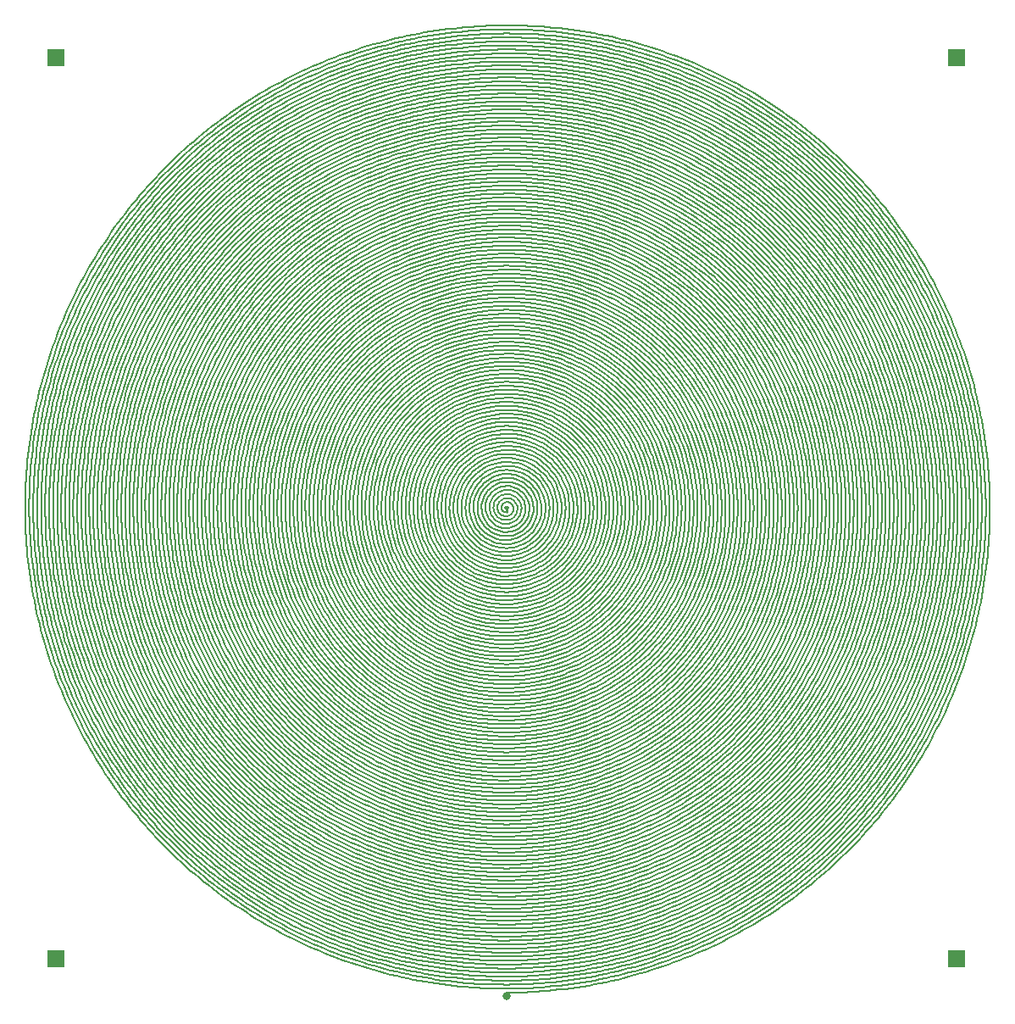
<source format=gbr>
%TF.GenerationSoftware,KiCad,Pcbnew,6.0.2+dfsg-1*%
%TF.CreationDate,2023-08-17T17:39:19-04:00*%
%TF.ProjectId,Tesla-Sec,5465736c-612d-4536-9563-2e6b69636164,rev?*%
%TF.SameCoordinates,Original*%
%TF.FileFunction,Copper,L2,Bot*%
%TF.FilePolarity,Positive*%
%FSLAX46Y46*%
G04 Gerber Fmt 4.6, Leading zero omitted, Abs format (unit mm)*
G04 Created by KiCad (PCBNEW 6.0.2+dfsg-1) date 2023-08-17 17:39:19*
%MOMM*%
%LPD*%
G01*
G04 APERTURE LIST*
G04 Aperture macros list*
%AMRoundRect*
0 Rectangle with rounded corners*
0 $1 Rounding radius*
0 $2 $3 $4 $5 $6 $7 $8 $9 X,Y pos of 4 corners*
0 Add a 4 corners polygon primitive as box body*
4,1,4,$2,$3,$4,$5,$6,$7,$8,$9,$2,$3,0*
0 Add four circle primitives for the rounded corners*
1,1,$1+$1,$2,$3*
1,1,$1+$1,$4,$5*
1,1,$1+$1,$6,$7*
1,1,$1+$1,$8,$9*
0 Add four rect primitives between the rounded corners*
20,1,$1+$1,$2,$3,$4,$5,0*
20,1,$1+$1,$4,$5,$6,$7,0*
20,1,$1+$1,$6,$7,$8,$9,0*
20,1,$1+$1,$8,$9,$2,$3,0*%
G04 Aperture macros list end*
%TA.AperFunction,ComponentPad*%
%ADD10R,1.700000X1.700000*%
%TD*%
%TA.AperFunction,SMDPad,CuDef*%
%ADD11RoundRect,0.100000X-0.130000X-0.100000X0.130000X-0.100000X0.130000X0.100000X-0.130000X0.100000X0*%
%TD*%
%TA.AperFunction,ViaPad*%
%ADD12C,0.800000*%
%TD*%
%TA.AperFunction,Conductor*%
%ADD13C,0.200000*%
%TD*%
%TA.AperFunction,Conductor*%
%ADD14C,0.250000*%
%TD*%
G04 APERTURE END LIST*
D10*
%TO.P,,*%
%TO.N,*%
X160000000Y-150000000D03*
%TD*%
%TO.P,,*%
%TO.N,*%
X70000000Y-150000000D03*
%TD*%
%TO.P,,*%
%TO.N,*%
X160000000Y-60000000D03*
%TD*%
%TO.P,,*%
%TO.N,*%
X70000000Y-60000000D03*
%TD*%
D11*
%TO.P,J1,2*%
%TO.N,Net-(J1-Pad1)*%
X115000000Y-105000000D03*
%TD*%
D12*
%TO.N,Net-(J1-Pad1)*%
X115000000Y-153700000D03*
%TD*%
D13*
%TO.N,Net-(J1-Pad1)*%
X88925175Y-80545551D02*
X89319744Y-80130059D01*
X135303048Y-137078925D02*
X134811994Y-137385642D01*
X113271335Y-67242464D02*
X113847304Y-67219522D01*
X138604292Y-78556020D02*
X139030105Y-78940955D01*
X94132830Y-86110703D02*
X94511594Y-85698684D01*
X82003552Y-69930874D02*
X82432491Y-69531125D01*
X113302057Y-137759323D02*
X112736787Y-137726232D01*
X77839758Y-111292957D02*
X77747153Y-110725684D01*
X159469867Y-112576949D02*
X159368573Y-113153742D01*
X128231204Y-133224717D02*
X127713973Y-133462726D01*
X112029960Y-112454237D02*
X111629304Y-112285640D01*
X117309401Y-103666667D02*
X117442212Y-103912657D01*
X150891592Y-79789240D02*
X151224703Y-80268764D01*
X112097368Y-63305338D02*
X112677172Y-63268135D01*
X152938838Y-120872263D02*
X152711259Y-121407899D01*
X125011348Y-99407325D02*
X125242101Y-99836041D01*
X86590136Y-82658236D02*
X86947401Y-82209661D01*
X159745331Y-91694845D02*
X159909761Y-92257949D01*
X153944220Y-88553533D02*
X154167943Y-89091356D01*
X97879591Y-114679462D02*
X97622232Y-114213109D01*
X90477898Y-100613910D02*
X90579548Y-100072225D01*
X75174037Y-115871140D02*
X75024627Y-115311754D01*
X162079232Y-96234534D02*
X162184023Y-96812795D01*
X72242803Y-91229974D02*
X72424377Y-90675822D01*
X132926460Y-133375921D02*
X132439948Y-133678773D01*
X76249786Y-125135675D02*
X75984427Y-124618451D01*
X79677696Y-134554310D02*
X79305529Y-134105008D01*
X101462277Y-69303957D02*
X102002619Y-69102661D01*
X95108661Y-111350017D02*
X94950182Y-110836210D01*
X88510695Y-78103609D02*
X88923271Y-77702076D01*
X79769915Y-102714770D02*
X79810512Y-102144504D01*
X124377185Y-77958470D02*
X124906735Y-78146618D01*
X115241033Y-105741824D02*
X115123583Y-105780274D01*
X103589433Y-144606953D02*
X103034828Y-144443884D01*
X145072635Y-139217138D02*
X144630129Y-139602110D01*
X87227217Y-134406257D02*
X86809509Y-134007330D01*
X95013704Y-79807936D02*
X95460735Y-79458239D01*
X107411369Y-116808140D02*
X106993448Y-116531628D01*
X159540422Y-93975348D02*
X159678371Y-94544858D01*
X99199779Y-124686667D02*
X98773184Y-124338366D01*
X96895098Y-124279762D02*
X96494371Y-123897326D01*
X114211417Y-99262636D02*
X114604491Y-99217859D01*
X159156108Y-101495514D02*
X159199358Y-102078606D01*
X162858922Y-98550977D02*
X162934670Y-99134111D01*
X113306626Y-109088167D02*
X112988822Y-108947159D01*
X139593533Y-145245532D02*
X139090314Y-145549678D01*
X96664886Y-70161024D02*
X97177868Y-69894789D01*
X133536332Y-129546071D02*
X133080274Y-129885363D01*
X97620586Y-68339007D02*
X98145480Y-68093749D01*
X114454856Y-128595174D02*
X113909935Y-128577756D01*
X129810751Y-143420725D02*
X129265894Y-143627308D01*
X153810075Y-95801843D02*
X153940651Y-96367066D01*
X146643413Y-101025459D02*
X146710444Y-101590774D01*
X80379749Y-115165423D02*
X80221849Y-114615129D01*
X89231736Y-90987662D02*
X89503808Y-90496042D01*
X137672546Y-128076276D02*
X137262527Y-128473633D01*
X81326719Y-84669744D02*
X81627999Y-84177123D01*
X120500572Y-80188522D02*
X121040853Y-80313071D01*
X87461226Y-96170048D02*
X87636461Y-95637295D01*
X123588480Y-126093984D02*
X123076808Y-126296793D01*
X126256508Y-121968531D02*
X125801707Y-122263609D01*
X79820787Y-107854663D02*
X79778145Y-107284696D01*
X87765078Y-109990985D02*
X87668831Y-109441747D01*
X88685395Y-110517593D02*
X88575690Y-109972816D01*
X72603415Y-107900006D02*
X72566891Y-107320702D01*
X117333943Y-146931556D02*
X116750889Y-146960832D01*
X138690394Y-73967683D02*
X139148222Y-74321400D01*
X159073645Y-122778732D02*
X158851110Y-123322786D01*
X153277170Y-110769355D02*
X153187521Y-111341469D01*
X122554822Y-61033523D02*
X123129831Y-61135360D01*
X115376211Y-109780219D02*
X115000000Y-109800000D01*
X90789059Y-127206606D02*
X90408543Y-126786130D01*
X112235537Y-79757872D02*
X112786728Y-79702189D01*
X109791888Y-147892660D02*
X109216400Y-147819721D01*
X143899856Y-120366326D02*
X143628247Y-120868896D01*
X154894854Y-104419712D02*
X154900000Y-105000000D01*
X100970185Y-79199595D02*
X101466400Y-78934507D01*
X111730600Y-94937822D02*
X112184570Y-94798519D01*
X97020975Y-126522956D02*
X96595775Y-126162195D01*
X129606280Y-96970130D02*
X129853079Y-97431978D01*
X78770252Y-120162870D02*
X78550701Y-119629739D01*
X78093582Y-74711686D02*
X78467448Y-74260565D01*
X156108589Y-128055589D02*
X155818664Y-128566667D01*
X87469744Y-130097144D02*
X87085794Y-129670869D01*
X106151761Y-100959145D02*
X106351362Y-100541317D01*
X87945627Y-140257945D02*
X87485917Y-139901448D01*
X149028162Y-77970053D02*
X149388655Y-78428801D01*
X135736516Y-116122995D02*
X135471364Y-116606792D01*
X120021568Y-77239119D02*
X120572773Y-77343205D01*
X93468516Y-85058222D02*
X93853570Y-84648602D01*
X124690433Y-121069779D02*
X124228486Y-121341529D01*
X84988914Y-107249020D02*
X84950919Y-106687520D01*
X86081875Y-127851956D02*
X85729197Y-127400065D01*
X127063986Y-107462880D02*
X126957522Y-107947264D01*
X77201813Y-94174888D02*
X77363902Y-93620913D01*
X96037373Y-97145423D02*
X96247957Y-96651053D01*
X149007844Y-73064508D02*
X149407052Y-73493834D01*
X104549960Y-111033333D02*
X104313227Y-110608851D01*
X156832121Y-127568048D02*
X156550484Y-128084090D01*
X139299232Y-77037173D02*
X139731827Y-77417715D01*
X89956682Y-129236900D02*
X89562717Y-128824616D01*
X129642642Y-83711184D02*
X130098105Y-84030053D01*
X149973133Y-79878828D02*
X150310798Y-80354207D01*
X110799282Y-101076803D02*
X111073836Y-100796104D01*
X160863880Y-103241998D02*
X160883404Y-103827819D01*
X137014258Y-146263702D02*
X136494366Y-146537786D01*
X119682178Y-149547951D02*
X119098739Y-149606252D01*
X128147599Y-101999146D02*
X128252950Y-102492407D01*
X93148473Y-108241368D02*
X93073956Y-107704320D01*
X99426054Y-102949651D02*
X99499422Y-102440844D01*
X107317149Y-79553171D02*
X107851394Y-79396571D01*
X113298110Y-73248988D02*
X113865065Y-73222533D01*
X93758302Y-94422891D02*
X94006977Y-93934389D01*
X93713800Y-129486972D02*
X93288942Y-129112572D01*
X146067056Y-70204531D02*
X146502385Y-70597078D01*
X123291271Y-105449540D02*
X123258201Y-105898134D01*
X114119449Y-108094815D02*
X113835527Y-108005852D01*
X110965898Y-66618085D02*
X111540435Y-66561084D01*
X133233524Y-124024519D02*
X132826528Y-124408242D01*
X102242496Y-136542202D02*
X101716797Y-136325602D01*
X106743214Y-115353683D02*
X106360298Y-115039516D01*
X87210964Y-81265921D02*
X87586441Y-80831697D01*
X100448891Y-94167101D02*
X100768666Y-93747320D01*
X107135818Y-137270812D02*
X106585728Y-137132894D01*
X109733489Y-124311709D02*
X109220779Y-124166291D01*
X141227455Y-92458915D02*
X141466836Y-92969347D01*
X112440297Y-89825008D02*
X112948515Y-89745841D01*
X86227496Y-88169128D02*
X86518115Y-87679782D01*
X106193151Y-118877374D02*
X105760473Y-118595550D01*
X71313792Y-103836638D02*
X71332302Y-103255181D01*
X93795802Y-112460778D02*
X93620250Y-111946702D01*
X125437965Y-99351256D02*
X125664847Y-99786274D01*
X89341933Y-77306872D02*
X89766584Y-76918088D01*
X138293692Y-96849185D02*
X138472075Y-97373461D01*
X88370540Y-98922000D02*
X88498804Y-98379748D01*
X75975537Y-114161017D02*
X75846678Y-113597901D01*
X138563276Y-115816744D02*
X138326319Y-116321828D01*
X135011310Y-69178107D02*
X135516667Y-69464091D01*
X115629109Y-105978913D02*
X115487169Y-106066750D01*
X92095588Y-115680503D02*
X91866774Y-115178863D01*
X109700000Y-105000000D02*
X109708970Y-104621578D01*
X110798254Y-123748986D02*
X110282803Y-123627791D01*
X128837781Y-147588311D02*
X128279379Y-147766589D01*
X84100000Y-105000000D02*
X84103992Y-104435619D01*
X124275634Y-61361575D02*
X124846232Y-61485915D01*
X116157617Y-102205264D02*
X116428921Y-102326676D01*
X124827110Y-122381560D02*
X124353632Y-122642822D01*
X109648972Y-96357793D02*
X110052377Y-96117316D01*
X132936548Y-75839706D02*
X133421879Y-76142597D01*
X69759036Y-111397486D02*
X69680220Y-110819324D01*
X142168635Y-116559710D02*
X141943338Y-117078500D01*
X125499809Y-151002670D02*
X124925676Y-151130765D01*
X101438950Y-122376880D02*
X101015593Y-122040049D01*
X136389980Y-83610020D02*
X136787066Y-84012902D01*
X144601196Y-126078917D02*
X144263847Y-126546514D01*
X81293128Y-133367772D02*
X80920971Y-132920917D01*
X139731827Y-77417715D02*
X140158463Y-77804948D01*
X113894371Y-131379507D02*
X113342079Y-131351898D01*
X99556161Y-80496682D02*
X100033579Y-80200756D01*
X123826405Y-109550328D02*
X123602519Y-109966667D01*
X94010565Y-79592433D02*
X94451558Y-79233068D01*
X133860562Y-87319278D02*
X134237635Y-87728261D01*
X138085673Y-94234974D02*
X138316289Y-94740587D01*
X76707366Y-122429723D02*
X76470042Y-121900806D01*
X108319487Y-88527655D02*
X108809895Y-88335155D01*
X71845525Y-124298948D02*
X71609410Y-123764043D01*
X118078853Y-104696759D02*
X118100000Y-105000000D01*
X107734221Y-75703005D02*
X108283047Y-75571105D01*
X76535913Y-103272576D02*
X76565107Y-102697312D01*
X104852506Y-139559192D02*
X104305168Y-139394807D01*
X92955206Y-103373878D02*
X93000198Y-102833209D01*
X117876156Y-140077074D02*
X117301918Y-140120476D01*
X93658990Y-89906342D02*
X93983080Y-89455967D01*
X131000773Y-80291948D02*
X131471799Y-80601963D01*
X85534425Y-74301573D02*
X85955880Y-73901341D01*
X77814047Y-116355498D02*
X77648955Y-115803481D01*
X136242503Y-101745768D02*
X136319724Y-102284739D01*
X127634907Y-83852727D02*
X128106990Y-84140345D01*
X113257449Y-63238995D02*
X113838088Y-63217923D01*
X73304914Y-105579635D02*
X73300000Y-105000000D01*
X138035525Y-63536931D02*
X138546976Y-63824326D01*
X66934414Y-106756624D02*
X66915813Y-106171247D01*
X95864550Y-91638323D02*
X96181837Y-91192528D01*
X81842765Y-123700740D02*
X81563261Y-123198286D01*
X91680094Y-97422903D02*
X91854632Y-96901086D01*
X126870730Y-115036079D02*
X126530323Y-115428562D01*
X117682180Y-84970313D02*
X118214700Y-85047139D01*
X78167427Y-102705694D02*
X78206575Y-102133081D01*
X110822574Y-87712664D02*
X111336301Y-87594619D01*
X100243717Y-76414351D02*
X100750010Y-76157370D01*
X129243882Y-86887431D02*
X129671850Y-87230364D01*
X94582749Y-130213205D02*
X94145113Y-129853886D01*
X126398813Y-103540325D02*
X126453185Y-104025190D01*
X88170326Y-109982022D02*
X88073001Y-109433910D01*
X87112537Y-119146007D02*
X86860654Y-118640718D01*
X131976544Y-100815658D02*
X132097059Y-101329906D01*
X118435408Y-138417357D02*
X117864464Y-138472222D01*
X94872974Y-67036401D02*
X95388488Y-66766576D01*
X96771129Y-132792149D02*
X96298678Y-132477774D01*
X92748725Y-66848323D02*
X93253836Y-66557208D01*
X125091048Y-98034652D02*
X125365498Y-98445256D01*
X93751441Y-126248559D02*
X93356975Y-125848346D01*
X153145181Y-115321068D02*
X152990458Y-115880177D01*
X146823256Y-107276044D02*
X146778693Y-107843797D01*
X121237841Y-104178773D02*
X121282353Y-104588233D01*
X101247136Y-89725897D02*
X101650595Y-89369855D01*
X73049038Y-108476156D02*
X73004249Y-107897866D01*
X108766105Y-72199085D02*
X109326840Y-72096364D01*
X104635148Y-113265693D02*
X104331417Y-112873773D01*
X72006852Y-122650309D02*
X71787708Y-122108957D01*
X101251685Y-123737538D02*
X100815296Y-123411275D01*
X91488428Y-92708447D02*
X91749831Y-92218112D01*
X105774727Y-63835088D02*
X106342613Y-63711027D01*
X81323591Y-116783885D02*
X81138078Y-116242933D01*
X148565188Y-82048712D02*
X148890256Y-82529844D01*
X138953532Y-122963563D02*
X138610248Y-123414387D01*
X99442578Y-107048173D02*
X99381820Y-106538256D01*
X113886717Y-132980393D02*
X113330550Y-132953991D01*
X79069497Y-108430947D02*
X79018577Y-107860523D01*
X92534007Y-140055089D02*
X92048410Y-139740154D01*
X81164507Y-98196973D02*
X81280585Y-97638244D01*
X116170412Y-58813214D02*
X116755414Y-58830940D01*
X114455223Y-82808248D02*
X115000000Y-82800000D01*
X116756453Y-58430712D02*
X117341546Y-58455662D01*
X92459108Y-128341777D02*
X92054385Y-127945615D01*
X134025603Y-141057527D02*
X133509193Y-141326336D01*
X91664943Y-87212459D02*
X92008987Y-86767985D01*
X86271148Y-85116471D02*
X86599476Y-84648472D01*
X140033843Y-89460650D02*
X140327952Y-89942398D01*
X87846800Y-115943723D02*
X87641017Y-115422033D01*
X146264775Y-80279021D02*
X146621742Y-80735784D01*
X72584421Y-111365151D02*
X72501266Y-110790337D01*
X89304530Y-95713518D02*
X89498095Y-95190834D01*
X126647541Y-101111479D02*
X126797133Y-101582919D01*
X96905806Y-104473513D02*
X96926925Y-103947363D01*
X129548138Y-102955393D02*
X129612842Y-103464128D01*
X75379507Y-120312460D02*
X75173240Y-119770171D01*
X98876595Y-99870776D02*
X99040348Y-99376035D01*
X162895612Y-104412203D02*
X162900000Y-105000000D01*
X115000000Y-147400000D02*
X114420860Y-147396914D01*
X115574224Y-138994075D02*
X115000000Y-139000000D01*
X120251511Y-122197172D02*
X119740093Y-122347060D01*
X124909204Y-57816123D02*
X125483168Y-57939523D01*
X114516705Y-116992830D02*
X114033989Y-116966199D01*
X146021673Y-107270494D02*
X145976188Y-107836803D01*
X145440947Y-74559053D02*
X145850973Y-74973442D01*
X72994607Y-113651453D02*
X72880463Y-113082030D01*
X89589028Y-144343881D02*
X89100090Y-144024704D01*
X111471704Y-90848776D02*
X111967261Y-90732087D01*
X153474665Y-87487422D02*
X153713112Y-88018854D01*
X80194494Y-132012638D02*
X79840300Y-131551373D01*
X145385286Y-125649819D02*
X145058002Y-126125118D01*
X145062553Y-94394535D02*
X145248139Y-94932453D01*
X81303732Y-104430806D02*
X81317077Y-103861739D01*
X80451781Y-95940390D02*
X80600442Y-95387546D01*
X90922080Y-103902966D02*
X90951845Y-103355061D01*
X108713863Y-142487177D02*
X108148229Y-142388906D01*
X115437550Y-97208705D02*
X115874123Y-97241947D01*
X112067460Y-56893175D02*
X112653408Y-56860260D01*
X114581142Y-112191516D02*
X114163271Y-112158673D01*
X93780918Y-81377351D02*
X94205195Y-81001516D01*
X126103328Y-125334226D02*
X125616970Y-125594048D01*
X144202630Y-79069253D02*
X144584387Y-79504217D01*
X133455396Y-122667198D02*
X133066578Y-123066578D01*
X84061858Y-116126353D02*
X83873379Y-115591037D01*
X87872360Y-110538147D02*
X87765078Y-109990985D01*
X74715243Y-87998498D02*
X74944351Y-87463417D01*
X92848962Y-68184688D02*
X93349072Y-67887373D01*
X102635152Y-86126660D02*
X103094001Y-85832083D01*
X107102844Y-106738295D02*
X107016914Y-106308761D01*
X109762291Y-61119049D02*
X110341869Y-61052900D01*
X128909159Y-96568186D02*
X129174044Y-97017327D01*
X161673251Y-96240108D02*
X161778801Y-96817905D01*
X79681334Y-94248699D02*
X79851865Y-93700427D01*
X84853644Y-120871487D02*
X84591693Y-120366011D01*
X149736180Y-71510113D02*
X150141956Y-71935027D01*
X80902404Y-120055561D02*
X80673698Y-119529077D01*
X100590754Y-73573252D02*
X101111909Y-73338342D01*
X154742634Y-101522970D02*
X154789924Y-102101283D01*
X100024928Y-60049284D02*
X100581792Y-59866758D01*
X92755328Y-98002205D02*
X92924075Y-97482175D01*
X116890218Y-114807385D02*
X116421855Y-114889216D01*
X158086376Y-91738777D02*
X158255688Y-92298984D01*
X137116705Y-148017273D02*
X136591615Y-148284080D01*
X134950359Y-90505216D02*
X135271745Y-90955699D01*
X121780693Y-73099346D02*
X122336654Y-73221462D01*
X132545276Y-83896802D02*
X132972951Y-84258109D01*
X100370922Y-118124332D02*
X100019573Y-117724489D01*
X127101279Y-115990061D02*
X126744279Y-116373700D01*
X97377575Y-113739918D02*
X97145801Y-113260232D01*
X131270583Y-106044606D02*
X131230774Y-106565763D01*
X93631741Y-91386917D02*
X93932639Y-90923239D01*
X108637075Y-148142626D02*
X108063214Y-148054940D01*
X101681600Y-58695121D02*
X102246210Y-58535636D01*
X77062663Y-91943922D02*
X77253883Y-91398271D01*
X118084866Y-89491333D02*
X118591116Y-89598541D01*
X117909457Y-62094222D02*
X118490245Y-62136693D01*
X70767214Y-95160627D02*
X70896764Y-94591756D01*
X143840854Y-108939310D02*
X143760263Y-109498023D01*
X98639114Y-125262574D02*
X98211848Y-124911777D01*
X116757677Y-149362673D02*
X116171977Y-149382848D01*
X129804902Y-65457867D02*
X130348646Y-65664792D01*
X109248388Y-66840548D02*
X109819747Y-66757833D01*
X128917621Y-150500122D02*
X128354025Y-150669533D01*
X140833459Y-109996228D02*
X140722913Y-110543712D01*
X142421862Y-119737884D02*
X142149129Y-120236830D01*
X104344730Y-72944976D02*
X104887321Y-72768560D01*
X114884854Y-105800856D02*
X114769492Y-105785040D01*
X149659123Y-88767317D02*
X149901213Y-89292239D01*
X91979141Y-70154998D02*
X92465247Y-69837620D01*
X157017464Y-97459613D02*
X157117394Y-98034078D01*
X100094766Y-90855461D02*
X100468956Y-90468956D01*
X80971904Y-102722087D02*
X81013658Y-102153713D01*
X105965417Y-89702667D02*
X106421785Y-89440008D01*
X157974166Y-87834008D02*
X158188919Y-88379466D01*
X140910455Y-137490683D02*
X140452788Y-137851574D01*
X105869861Y-88832620D02*
X106334412Y-88576885D01*
X143818455Y-68325620D02*
X144277534Y-68690027D01*
X123783770Y-152177543D02*
X123204301Y-152282550D01*
X142348721Y-110583281D02*
X142231995Y-111133153D01*
X131676850Y-59753008D02*
X132226837Y-59958702D01*
X74318424Y-94099405D02*
X74471635Y-93539670D01*
X153814902Y-83714673D02*
X154093220Y-84228473D01*
X83306186Y-105565793D02*
X83300000Y-105000000D01*
X102727924Y-102558932D02*
X102830790Y-102078431D01*
X142484838Y-142829635D02*
X142007762Y-143172676D01*
X84667844Y-94429222D02*
X84858072Y-93895163D01*
X101618859Y-95278032D02*
X101929256Y-94861292D01*
X86012891Y-124368567D02*
X85698992Y-123892260D01*
X120394853Y-125485135D02*
X119865991Y-125618845D01*
X128062594Y-121130960D02*
X127636873Y-121468693D01*
X98504671Y-108612533D02*
X98399319Y-108103205D01*
X104772674Y-116307828D02*
X104399055Y-115961296D01*
X115000000Y-59200000D02*
X115584893Y-59202922D01*
X114018721Y-92844672D02*
X114508859Y-92812456D01*
X122696759Y-93023609D02*
X123120617Y-93304088D01*
X121883654Y-85561161D02*
X122390742Y-85746460D01*
X80960152Y-99319754D02*
X81057687Y-98757527D01*
X103490635Y-63171648D02*
X104053011Y-63020075D01*
X115000000Y-100400000D02*
X115361304Y-100409196D01*
X110713688Y-112722455D02*
X110326347Y-112498183D01*
X106242824Y-91893960D02*
X106675230Y-91612681D01*
X115923468Y-108044266D02*
X115621850Y-108126253D01*
X83700000Y-105000000D02*
X83703952Y-104434884D01*
X144412381Y-84483196D02*
X144738290Y-84956678D01*
X118969031Y-73037626D02*
X119532658Y-73111539D01*
X136436770Y-76276682D02*
X136895012Y-76623149D01*
X156958262Y-120479220D02*
X156752829Y-121027409D01*
X95554652Y-86342293D02*
X95943472Y-85943472D01*
X86103728Y-143379049D02*
X85638078Y-143024964D01*
X127500164Y-89078330D02*
X127920659Y-89415429D01*
X109371370Y-74527099D02*
X109928677Y-74428233D01*
X139213461Y-115331966D02*
X138989937Y-115844135D01*
X116664583Y-79249636D02*
X117218363Y-79290048D01*
X114531213Y-106131752D02*
X114383333Y-106068098D01*
X161267184Y-96245777D02*
X161373503Y-96823100D01*
X78666565Y-84469452D02*
X78954694Y-83965940D01*
X84372000Y-69409618D02*
X84817551Y-69029958D01*
X128899238Y-135560528D02*
X128375884Y-135794372D01*
X91266098Y-97404326D02*
X91438607Y-96880683D01*
X118399994Y-73375425D02*
X118964061Y-73440022D01*
X88143413Y-75691178D02*
X88571902Y-75302987D01*
X118377388Y-75384731D02*
X118937385Y-75452754D01*
X115584579Y-147795138D02*
X115000000Y-147800000D01*
X106954339Y-105875018D02*
X106915323Y-105438338D01*
X123050881Y-66009548D02*
X123617303Y-66129859D01*
X99721954Y-66979120D02*
X100261187Y-66765889D01*
X149901213Y-89292239D02*
X150135353Y-89820771D01*
X97540256Y-123238687D02*
X97145554Y-122854446D01*
X134607514Y-85788453D02*
X134996268Y-86191525D01*
X156848803Y-124874160D02*
X156594415Y-125403035D01*
X124402163Y-86189377D02*
X124884150Y-86436252D01*
X128893497Y-89191751D02*
X129297033Y-89553518D01*
X108572129Y-58046603D02*
X109153251Y-57969913D01*
X139677983Y-106108289D02*
X139648327Y-106661833D01*
X83934928Y-80859604D02*
X84291923Y-80405592D01*
X133530013Y-120789684D02*
X133166869Y-121208360D01*
X140474414Y-143257221D02*
X139984221Y-143580101D01*
X91037600Y-123800842D02*
X90693334Y-123355542D01*
X108511947Y-97186735D02*
X108877941Y-96893084D01*
X107983842Y-82696954D02*
X108508197Y-82537173D01*
X160921006Y-99151542D02*
X160992208Y-99733618D01*
X104065444Y-98876354D02*
X104312156Y-98450480D01*
X137076425Y-139743393D02*
X136583038Y-140053082D01*
X122534707Y-113222690D02*
X122170653Y-113545651D01*
X112101776Y-117071973D02*
X111629388Y-116951288D01*
X157912525Y-109079881D02*
X157854202Y-109660675D01*
X128032546Y-110951764D02*
X127813842Y-111414151D01*
X120053085Y-75620539D02*
X120608387Y-75720242D01*
X124361897Y-152065434D02*
X123783770Y-152177543D01*
X90882430Y-119353858D02*
X90600711Y-118872136D01*
X129126447Y-90492358D02*
X129508856Y-90872370D01*
X89924707Y-108301225D02*
X89857278Y-107753576D01*
X70653510Y-111964792D02*
X70566016Y-111388642D01*
X78691436Y-130660356D02*
X78357976Y-130183365D01*
X107625982Y-85790027D02*
X108130811Y-85602009D01*
X111209409Y-94271584D02*
X111667360Y-94117789D01*
X125874795Y-66280746D02*
X126431890Y-66440598D01*
X156665798Y-124321221D02*
X156416395Y-124852083D01*
X111037922Y-73455807D02*
X111601464Y-73388984D01*
X126686455Y-108901512D02*
X126522277Y-109369823D01*
X160918698Y-120043621D02*
X160732850Y-120601882D01*
X105432831Y-72601329D02*
X105981105Y-72443329D01*
X123664200Y-102281590D02*
X123793888Y-102723105D01*
X85719064Y-103877636D02*
X85744717Y-103316900D01*
X110311303Y-101690356D02*
X110544719Y-101375360D01*
X91014657Y-146154132D02*
X90511037Y-145857366D01*
X117935006Y-150902198D02*
X117348621Y-150936748D01*
X84870147Y-76101149D02*
X85274133Y-75684502D01*
X97888275Y-72681575D02*
X98397567Y-72415891D01*
X109741705Y-58704867D02*
X110323786Y-58641650D01*
X139915280Y-66526355D02*
X140405021Y-66846993D01*
X124003440Y-73233684D02*
X124550724Y-73392770D01*
X91552309Y-146002058D02*
X91046583Y-145709596D01*
X124186040Y-142269228D02*
X123622322Y-142404653D01*
X114451308Y-107758459D02*
X114181760Y-107697376D01*
X88087075Y-71518820D02*
X88542378Y-71156784D01*
X100044034Y-88118204D02*
X100455336Y-87760565D01*
X153066830Y-98091889D02*
X153166851Y-98661963D01*
X117226277Y-78487975D02*
X117781154Y-78539087D01*
X78270374Y-127099483D02*
X77973749Y-126600538D01*
X127155782Y-148101152D02*
X126590780Y-148257378D01*
X128081014Y-141505174D02*
X127533763Y-141697675D01*
X120830837Y-147795988D02*
X120250909Y-147871875D01*
X116013341Y-90831646D02*
X116518640Y-90874583D01*
X102916667Y-84071053D02*
X103395512Y-83800149D01*
X123592487Y-67353855D02*
X124154915Y-67485681D01*
X95073581Y-80272822D02*
X95517414Y-79920197D01*
X141484732Y-143051652D02*
X141001044Y-143384759D01*
X102812728Y-58383036D02*
X103381073Y-58237342D01*
X112124894Y-144099107D02*
X111551154Y-144053619D01*
X76901178Y-87020732D02*
X77151734Y-86497110D01*
X97331390Y-127796486D02*
X96891883Y-127450543D01*
X122384516Y-137353679D02*
X121825197Y-137477396D01*
X99983333Y-131009630D02*
X99498994Y-130725307D01*
X122538963Y-126069991D02*
X122020099Y-126250144D01*
X91598139Y-79578803D02*
X92020951Y-79194567D01*
X113327179Y-78055826D02*
X113884334Y-78025694D01*
X119251736Y-105709489D02*
X119183727Y-106059464D01*
X81570796Y-98205215D02*
X81687964Y-97647338D01*
X128056097Y-108498371D02*
X127918434Y-108984809D01*
X98859198Y-71293789D02*
X99379757Y-71048337D01*
X160157136Y-96839222D02*
X160258472Y-97416426D01*
X91622668Y-96360954D02*
X91818193Y-95845396D01*
X108707676Y-142891573D02*
X108141375Y-142794141D01*
X149151319Y-87728780D02*
X149409140Y-88246125D01*
X77334807Y-81235033D02*
X77648408Y-80743593D01*
X148253468Y-101006609D02*
X148317881Y-101574818D01*
X96788550Y-138842544D02*
X96283860Y-138567157D01*
X124269856Y-128837396D02*
X123748115Y-129035249D01*
X126147576Y-83486155D02*
X126635107Y-83744213D01*
X97566616Y-129951936D02*
X97107817Y-129626477D01*
X122375116Y-103699568D02*
X122441930Y-104130163D01*
X104177226Y-101685563D02*
X104325098Y-101228317D01*
X97029743Y-107100422D02*
X96974410Y-106577035D01*
X113896414Y-130979273D02*
X113345157Y-130951345D01*
X101626353Y-116525390D02*
X101289226Y-116125211D01*
X107320087Y-88530373D02*
X107801617Y-88312272D01*
X121077482Y-79088522D02*
X121619130Y-79220191D01*
X114424598Y-68005465D02*
X115000000Y-68000000D01*
X85842123Y-110585042D02*
X85740465Y-110032459D01*
X126418396Y-141642921D02*
X125863939Y-141812119D01*
X71130571Y-89516702D02*
X71327848Y-88966384D01*
X157209470Y-98609865D02*
X157293675Y-99186868D01*
X147185632Y-120043674D02*
X146938736Y-120563337D01*
X81595816Y-111789699D02*
X81485979Y-111230768D01*
X129015781Y-71162912D02*
X129545939Y-71386319D01*
X77622463Y-74656834D02*
X77994109Y-74203463D01*
X139101390Y-131136349D02*
X138675689Y-131523967D01*
X156539606Y-95177125D02*
X156670748Y-95745228D01*
X84188679Y-113939723D02*
X84034621Y-113394852D01*
X114639480Y-100419165D02*
X115000000Y-100400000D01*
X103297930Y-87608066D02*
X103748736Y-87311144D01*
X119445787Y-78357862D02*
X119995691Y-78454140D01*
X160890741Y-92804949D02*
X161038825Y-93373273D01*
X140691016Y-115945919D02*
X140466557Y-116461567D01*
X113018470Y-118464273D02*
X112527627Y-118385208D01*
X114256208Y-100065263D02*
X114626705Y-100018730D01*
X71765836Y-107324015D02*
X71737678Y-106743412D01*
X112138160Y-98641252D02*
X112525949Y-98476464D01*
X81349376Y-128876391D02*
X81017096Y-128402616D01*
X107457183Y-150388000D02*
X106882699Y-150289604D01*
X133335354Y-70543592D02*
X133844382Y-70818248D01*
X81008202Y-134874589D02*
X80625761Y-134435001D01*
X155109568Y-92946968D02*
X155274085Y-93505428D01*
X103841425Y-127627352D02*
X103349826Y-127379776D01*
X135141135Y-121981530D02*
X134777172Y-122406101D01*
X116706478Y-135749155D02*
X116138019Y-135776614D01*
X99311217Y-132927559D02*
X98820214Y-132647296D01*
X132021315Y-143804690D02*
X131485371Y-144036342D01*
X121357274Y-123518106D02*
X120845129Y-123687920D01*
X73151753Y-84661528D02*
X73409916Y-84136908D01*
X88746770Y-89408327D02*
X89038370Y-88925239D01*
X127739505Y-148765520D02*
X127175186Y-148926704D01*
X127627037Y-63875928D02*
X128183002Y-64049859D01*
X108166231Y-95428711D02*
X108566162Y-95152279D01*
X129739477Y-117836622D02*
X129381466Y-118239072D01*
X113280216Y-142563565D02*
X112707518Y-142533939D01*
X84118291Y-103871385D02*
X84142894Y-103307484D01*
X129358635Y-81622395D02*
X129833218Y-81919062D01*
X128457503Y-103991500D02*
X128488180Y-104495308D01*
X113798511Y-111298426D02*
X113404406Y-111214430D01*
X82216986Y-102163534D02*
X82269736Y-101597987D01*
X90604321Y-107195651D02*
X90559772Y-106647802D01*
X151444093Y-98118383D02*
X151547683Y-98685818D01*
X143245876Y-103313118D02*
X143275096Y-103874991D01*
X112771369Y-133317437D02*
X112215701Y-133269466D01*
X115586261Y-57602838D02*
X116172451Y-57612927D01*
X120749655Y-140932801D02*
X120178966Y-141020502D01*
X125225315Y-139080523D02*
X124672387Y-139242626D01*
X130488593Y-61875127D02*
X131038334Y-62075676D01*
X121405103Y-147308344D02*
X120826749Y-147392744D01*
X119831378Y-93336021D02*
X120286626Y-93532422D01*
X91287171Y-100632999D02*
X91391303Y-100094056D01*
X79338208Y-103283858D02*
X79369276Y-102712432D01*
X147883350Y-132931370D02*
X147502768Y-133374647D01*
X83157704Y-91656014D02*
X83381721Y-91130937D01*
X107782844Y-77342389D02*
X108326964Y-77204806D01*
X93789737Y-132641753D02*
X93339662Y-132291832D01*
X134846636Y-125245232D02*
X134441061Y-125636746D01*
X89116100Y-115872516D02*
X88903871Y-115356205D01*
X118340383Y-130372726D02*
X117786236Y-130440939D01*
X119108583Y-151212073D02*
X118522929Y-151261214D01*
X112527627Y-118385208D02*
X112039916Y-118288252D01*
X99440402Y-138819846D02*
X98921019Y-138577113D01*
X133845384Y-147809125D02*
X133306268Y-148043293D01*
X83883967Y-78386297D02*
X84263012Y-77948048D01*
X83347047Y-112307660D02*
X83223245Y-111754358D01*
X128891737Y-58825835D02*
X129453175Y-58997670D01*
X110979733Y-119676348D02*
X110490938Y-119535847D01*
X138656416Y-140141668D02*
X138170451Y-140465016D01*
X115454580Y-113384237D02*
X115000000Y-113400000D01*
X82463968Y-75756667D02*
X82855499Y-75325582D01*
X75604613Y-127296278D02*
X75320094Y-126787608D01*
X88903768Y-89933333D02*
X89189040Y-89447383D01*
X115581464Y-62803129D02*
X116162842Y-62814269D01*
X89596891Y-66455277D02*
X90086754Y-66135900D01*
X126026396Y-112140622D02*
X125746794Y-112559126D01*
X145128716Y-116707915D02*
X144918437Y-117238243D01*
X127135644Y-147274819D02*
X126572053Y-147433434D01*
X132125331Y-79115035D02*
X132595898Y-79431173D01*
X139612247Y-116408141D02*
X139372402Y-116914941D01*
X97484658Y-102385263D02*
X97567977Y-101867040D01*
X105906993Y-127668546D02*
X105400083Y-127460123D01*
X132713119Y-137220044D02*
X132205311Y-137495178D01*
X150058713Y-81399427D02*
X150381299Y-81884244D01*
X125810982Y-116178473D02*
X125432843Y-116535057D01*
X91017724Y-115233319D02*
X90804667Y-114722485D01*
X115569817Y-136193633D02*
X115000000Y-136200000D01*
X157921262Y-114282563D02*
X157794720Y-114853275D01*
X143420258Y-117695003D02*
X143184709Y-118212449D01*
X119067521Y-62588517D02*
X119646521Y-62647166D01*
X92434652Y-74725192D02*
X92898394Y-74383807D01*
X74099335Y-113061792D02*
X73990354Y-112492637D01*
X151038155Y-98125354D02*
X151142676Y-98692093D01*
X113266893Y-66041360D02*
X113844356Y-66019013D01*
X100194224Y-121335657D02*
X99796708Y-120968517D01*
X114560204Y-113391817D02*
X114121264Y-113360614D01*
X71581806Y-122668143D02*
X71364185Y-122125795D01*
X91929694Y-97965838D02*
X92094415Y-97442053D01*
X148811720Y-99296673D02*
X148903352Y-99862297D01*
X107801617Y-88312272D02*
X108289336Y-88108248D01*
X77818699Y-98703477D02*
X77918089Y-98137023D01*
X67825554Y-111997668D02*
X67742460Y-111418343D01*
X117603193Y-100232607D02*
X117939120Y-100426640D01*
X137591673Y-93239519D02*
X137844096Y-93734538D01*
X119078804Y-60982692D02*
X119659548Y-61039530D01*
X123758921Y-121600002D02*
X123282121Y-121844984D01*
X107561924Y-143500230D02*
X106997359Y-143387807D01*
X88520581Y-103890184D02*
X88548300Y-103335800D01*
X113294022Y-72448006D02*
X113862354Y-72422080D01*
X133883571Y-132745552D02*
X133407714Y-133064817D01*
X108225134Y-138331208D02*
X107668892Y-138214386D01*
X101098223Y-115229121D02*
X100794032Y-114805671D01*
X81349038Y-83123821D02*
X81667016Y-82640655D01*
X112483479Y-119595512D02*
X111986197Y-119503215D01*
X151304615Y-136316576D02*
X150918164Y-136760249D01*
X120196341Y-109298787D02*
X119919080Y-109619324D01*
X147891342Y-84674562D02*
X148192536Y-85168383D01*
X100789792Y-127764346D02*
X100321639Y-127466905D01*
X122336654Y-73221462D02*
X122890417Y-73353266D01*
X81206822Y-115139102D02*
X81046078Y-114590838D01*
X117335528Y-147332113D02*
X116752070Y-147361151D01*
X121422240Y-58835782D02*
X122001955Y-58919338D01*
X105671014Y-57724060D02*
X106247216Y-57613209D01*
X156286579Y-89005494D02*
X156494891Y-89551560D01*
X92465247Y-69837620D02*
X92955729Y-69527024D01*
X149405211Y-109577769D02*
X149325860Y-110146153D01*
X138007732Y-138647735D02*
X137525416Y-138973601D01*
X84996721Y-130928612D02*
X84622082Y-130490100D01*
X116436876Y-94085844D02*
X116912059Y-94156172D01*
X108657061Y-92328421D02*
X109112436Y-92108034D01*
X97809866Y-109153938D02*
X97692474Y-108643101D01*
X133837901Y-132291411D02*
X133364636Y-132613415D01*
X77459295Y-94741983D02*
X77614517Y-94186558D01*
X149269326Y-123892661D02*
X148986426Y-124398867D01*
X125493510Y-110678804D02*
X125252131Y-111108944D01*
X149619612Y-74931494D02*
X150001395Y-75375526D01*
X157493205Y-91193121D02*
X157671087Y-91750275D01*
X124037218Y-125028533D02*
X123535701Y-125249074D01*
X84212427Y-124538388D02*
X83908476Y-124052910D01*
X109356898Y-116075211D02*
X108925216Y-115847307D01*
X99844949Y-107038156D02*
X99783190Y-106530825D01*
X100890551Y-99017077D02*
X101096419Y-98548055D01*
X137898352Y-124296197D02*
X137529994Y-124726867D01*
X78062036Y-135740008D02*
X77689870Y-135288445D01*
X89690640Y-109400357D02*
X89600466Y-108854985D01*
X111598460Y-107222337D02*
X111421930Y-106936354D01*
X104568134Y-96680865D02*
X104884687Y-96295069D01*
X84122939Y-106128446D02*
X84106317Y-105564338D01*
X157369661Y-116554662D02*
X157212913Y-117117873D01*
X143563094Y-125468024D02*
X143225215Y-125933246D01*
X144110666Y-135761018D02*
X143684657Y-136159844D01*
X111910846Y-121525512D02*
X111402988Y-121424459D01*
X111076492Y-118041184D02*
X110602069Y-117891390D01*
X125620395Y-74156133D02*
X126157457Y-74345139D01*
X97982659Y-112191588D02*
X97782541Y-111703367D01*
X83539243Y-101048401D02*
X83613662Y-100487326D01*
X108526811Y-102545043D02*
X108683340Y-102157102D01*
X87797268Y-141648061D02*
X87330985Y-141298330D01*
X118415815Y-136407903D02*
X117848319Y-136465599D01*
X75700778Y-96961878D02*
X75819796Y-96396196D01*
X120410052Y-125894852D02*
X119879357Y-126026768D01*
X79018577Y-107860523D02*
X78976713Y-107289347D01*
X126487540Y-64375408D02*
X127046445Y-64536705D01*
X111897533Y-121929612D02*
X111387220Y-121830065D01*
X130348646Y-65664792D02*
X130889498Y-65879194D01*
X151210834Y-90314360D02*
X151425353Y-90852213D01*
X143544849Y-74398874D02*
X143968072Y-74797977D01*
X128279379Y-147766589D02*
X127718680Y-147937546D01*
X113260025Y-64039643D02*
X113839798Y-64018221D01*
X113414250Y-86874791D02*
X113941979Y-86834489D01*
X115584195Y-147395098D02*
X115000000Y-147400000D01*
X94653804Y-71300317D02*
X95150230Y-71004463D01*
X94443331Y-118983598D02*
X94137834Y-118526186D01*
X93841262Y-73722424D02*
X94320170Y-73402581D01*
X142855652Y-124388106D02*
X142525096Y-124856437D01*
X139467965Y-101685589D02*
X139537594Y-102235277D01*
X134361631Y-61705359D02*
X134895955Y-61947424D01*
X75846678Y-113597901D02*
X75725945Y-113032974D01*
X100165361Y-96032148D02*
X100441370Y-95587144D01*
X127324685Y-115114608D02*
X126988712Y-115513818D01*
X135726252Y-66378630D02*
X136238932Y-66657207D01*
X130923335Y-98831267D02*
X131107598Y-99323901D01*
X98997747Y-87446365D02*
X99406503Y-87080320D01*
X82367672Y-77702514D02*
X82742905Y-77258779D01*
X77719651Y-106148595D02*
X77705403Y-105574381D01*
X128809679Y-103480503D02*
X128858280Y-103985705D01*
X119122270Y-101428032D02*
X119370227Y-101728489D01*
X145115823Y-81405759D02*
X145469504Y-81862715D01*
X144286201Y-81012114D02*
X144649368Y-81460910D01*
X126465934Y-65200864D02*
X127023228Y-65364727D01*
X102438168Y-116824941D02*
X102085311Y-116441416D01*
X135335355Y-63929388D02*
X135858554Y-64191703D01*
X109093289Y-102220513D02*
X109275965Y-101853185D01*
X95182422Y-99689896D02*
X95326617Y-99172478D01*
X121593112Y-106257703D02*
X121505005Y-106670201D01*
X73610780Y-80427152D02*
X73912396Y-79924597D01*
X148446560Y-93166110D02*
X148634779Y-93708936D01*
X144429632Y-82478389D02*
X144777120Y-82938207D01*
X134214170Y-72873010D02*
X134707143Y-73171871D01*
X117053753Y-89728972D02*
X117563242Y-89804028D01*
X117823955Y-74524677D02*
X118386753Y-74580895D01*
X120970647Y-118073893D02*
X120501074Y-118280768D01*
X82784612Y-79732547D02*
X83144693Y-79278636D01*
X111536138Y-92072693D02*
X112021398Y-91949894D01*
X98515845Y-74160316D02*
X99022167Y-73893808D01*
X105988784Y-138630318D02*
X105439454Y-138479378D01*
X111350894Y-88000713D02*
X111865642Y-87896363D01*
X99243522Y-142662082D02*
X98711790Y-142436170D01*
X133635051Y-109253329D02*
X133510159Y-109774745D01*
X131547939Y-135577914D02*
X131040589Y-135848270D01*
X108109745Y-67031563D02*
X108678345Y-66931798D01*
X138813235Y-141955709D02*
X138319641Y-142270141D01*
X122358830Y-97303267D02*
X122698798Y-97639196D01*
X135350197Y-117600309D02*
X135054959Y-118067796D01*
X133281949Y-113889939D02*
X133040319Y-114374245D01*
X148673872Y-116304188D02*
X148487380Y-116848333D01*
X86745183Y-93449114D02*
X86962374Y-92928503D01*
X95460735Y-79458239D02*
X95913885Y-79116474D01*
X132033707Y-87184139D02*
X132430182Y-87569818D01*
X93560638Y-147978862D02*
X93038545Y-147715310D01*
X78863217Y-126532849D02*
X78569198Y-126033333D01*
X93147558Y-80333692D02*
X93575855Y-79959344D01*
X67985709Y-99744820D02*
X68053521Y-99163645D01*
X98338699Y-59795195D02*
X98890108Y-59594940D01*
X86883731Y-96691107D02*
X87046883Y-96153699D01*
X149719822Y-127061447D02*
X149404910Y-127551047D01*
X128587618Y-109522394D02*
X128419675Y-110005280D01*
X113290113Y-71647062D02*
X113859761Y-71621644D01*
X111193488Y-116401894D02*
X110736558Y-116241772D01*
X157713987Y-110819664D02*
X157632120Y-111397646D01*
X109528590Y-119206186D02*
X109056116Y-119017384D01*
X141118484Y-139358279D02*
X140651359Y-139709491D01*
X153684583Y-106157786D02*
X153663886Y-106736397D01*
X154084715Y-106158719D02*
X154064196Y-106737802D01*
X139451870Y-71542647D02*
X139919225Y-71888149D01*
X102206132Y-95832044D02*
X102511296Y-95417081D01*
X141561057Y-134846418D02*
X141124770Y-135230263D01*
X141740774Y-109462246D02*
X141644135Y-110014185D01*
X116761832Y-150963807D02*
X116174735Y-150983371D01*
X152046322Y-76634945D02*
X152400474Y-77102232D01*
X104599242Y-117217323D02*
X104211629Y-116879196D01*
X114748435Y-107393483D02*
X114498240Y-107360596D01*
X108300117Y-135076757D02*
X107751637Y-134950503D01*
X96215548Y-61945579D02*
X96753430Y-61714021D01*
X142555971Y-135024211D02*
X142125037Y-135415313D01*
X146810972Y-116781490D02*
X146608454Y-117317471D01*
X106357180Y-97043724D02*
X106691495Y-96691495D01*
X118555069Y-90411709D02*
X119051644Y-90539494D01*
X110919249Y-105338141D02*
X110900000Y-105000000D01*
X125894637Y-113040608D02*
X125588232Y-113443833D01*
X89543842Y-120995164D02*
X89248181Y-120516981D01*
X111367129Y-100534601D02*
X111677820Y-100293543D01*
X146321736Y-124193985D02*
X146017231Y-124684133D01*
X108783676Y-122765233D02*
X108287236Y-122585568D01*
X148249582Y-92626419D02*
X148446560Y-93166110D01*
X103088460Y-118020669D02*
X102706531Y-117663326D01*
X131038334Y-62075676D02*
X131585480Y-62283234D01*
X142874811Y-103876684D02*
X142893061Y-104438202D01*
X115000000Y-100800000D02*
X115347268Y-100809100D01*
X140230207Y-119566667D02*
X139944053Y-120053813D01*
X84766762Y-114466621D02*
X84601518Y-113925800D01*
X133570806Y-66629036D02*
X134093560Y-66885491D01*
X84805371Y-127505587D02*
X84464888Y-127043075D01*
X99464776Y-138390687D02*
X98946938Y-138145939D01*
X122188205Y-130384295D02*
X121648135Y-130532457D01*
X77295731Y-92506166D02*
X77480553Y-91958816D01*
X81414746Y-102156916D02*
X81466485Y-101589975D01*
X133842977Y-61042662D02*
X134381299Y-61276490D01*
X110925840Y-150824891D02*
X110345604Y-150770407D01*
X98592713Y-129681438D02*
X98127890Y-129367516D01*
X145929643Y-74482844D02*
X146337171Y-74900239D01*
X129673633Y-122392298D02*
X129250048Y-122742989D01*
X131343386Y-127686332D02*
X130883964Y-128011895D01*
X106117035Y-93976913D02*
X106514773Y-93665064D01*
X140767915Y-88378731D02*
X141071658Y-88857113D01*
X97782541Y-111703367D02*
X97596429Y-111209582D01*
X140095266Y-105555296D02*
X140078247Y-106110382D01*
X150832699Y-118589550D02*
X150624260Y-119129545D01*
X157174870Y-121043010D02*
X156963823Y-121589452D01*
X88793516Y-108869837D02*
X88716897Y-108320328D01*
X107581054Y-125734566D02*
X107073874Y-125547709D01*
X86069018Y-119741072D02*
X85815159Y-119234398D01*
X136916258Y-129340470D02*
X136488849Y-129720093D01*
X121439490Y-150538009D02*
X120857532Y-150617337D01*
X130271256Y-113613016D02*
X130005795Y-114071320D01*
X132281667Y-150184658D02*
X131730467Y-150392465D01*
X81602482Y-76130981D02*
X81985823Y-75692105D01*
X75849627Y-118085965D02*
X75669103Y-117535884D01*
X125273500Y-140734711D02*
X124716777Y-140891117D01*
X122958081Y-111608307D02*
X122646569Y-111970768D01*
X82391415Y-113442948D02*
X82252424Y-112891253D01*
X119916667Y-96484084D02*
X120317940Y-96725124D01*
X134508524Y-140340968D02*
X133997650Y-140619235D01*
X132516667Y-74660243D02*
X133011268Y-74950014D01*
X131642320Y-115229996D02*
X131355589Y-115685640D01*
X118407322Y-135603846D02*
X117841323Y-135662755D01*
X140900000Y-105000000D02*
X140895374Y-105557296D01*
X80649138Y-129957362D02*
X80310748Y-129486348D01*
X111723558Y-129187668D02*
X111181435Y-129109472D01*
X112229754Y-132065089D02*
X111678083Y-132004237D01*
X124762666Y-98988888D02*
X125011348Y-99407325D01*
X110523266Y-96316347D02*
X110940262Y-96110415D01*
X68905935Y-96278532D02*
X69017464Y-95704430D01*
X96475418Y-108684768D02*
X96377601Y-108164073D01*
X115538438Y-124190662D02*
X115000000Y-124200000D01*
X126956469Y-141048492D02*
X126405636Y-141227560D01*
X82910006Y-110082556D02*
X82825090Y-109521889D01*
X98911036Y-108596309D02*
X98804048Y-108089543D01*
X144584387Y-79504217D02*
X144959667Y-79944801D01*
X138601268Y-134727687D02*
X138145773Y-135084915D01*
X116697614Y-134146901D02*
X116132145Y-134175573D01*
X145705055Y-125169451D02*
X145385286Y-125649819D01*
X88427636Y-129953111D02*
X88038228Y-129533325D01*
X116831719Y-106460748D02*
X116661701Y-106661701D01*
X100731230Y-107515969D02*
X100649915Y-107016773D01*
X127556039Y-130886883D02*
X127045887Y-131129549D01*
X129325567Y-145308284D02*
X128773953Y-145501015D01*
X93343600Y-114562236D02*
X93127152Y-114060030D01*
X119892282Y-126434487D02*
X119356699Y-126551348D01*
X146487667Y-135660314D02*
X146077343Y-136077343D01*
X99329457Y-103972898D02*
X99369380Y-103460518D01*
X73222170Y-88484077D02*
X73439326Y-87942819D01*
X74584743Y-98657467D02*
X74677654Y-98086039D01*
X118906926Y-131099742D02*
X118352241Y-131178129D01*
X107395470Y-89381802D02*
X107869867Y-89157494D01*
X119769620Y-106871938D02*
X119620683Y-107225204D01*
X110332193Y-88255760D02*
X110839589Y-88120550D01*
X156107770Y-84646246D02*
X156365076Y-85172515D01*
X144675417Y-136327957D02*
X144249071Y-136727552D01*
X91135331Y-88632315D02*
X91456205Y-88171907D01*
X111506709Y-150872019D02*
X110925840Y-150824891D01*
X99527581Y-113529936D02*
X99279927Y-113068552D01*
X97351900Y-88517825D02*
X97730624Y-88119356D01*
X134533103Y-111917034D02*
X134346898Y-112426578D01*
X110392293Y-66683673D02*
X110965898Y-66618085D01*
X119564580Y-70693916D02*
X120131327Y-70773035D01*
X128219699Y-126412757D02*
X127743482Y-126701179D01*
X162390828Y-112029765D02*
X162301765Y-112610918D01*
X129179832Y-67359372D02*
X129721115Y-67566764D01*
X89296543Y-82521918D02*
X89674948Y-82094842D01*
X77472233Y-83333333D02*
X77765760Y-82831031D01*
X135730287Y-131388791D02*
X135277385Y-131739740D01*
X103335551Y-112118710D02*
X103081315Y-111689090D01*
X98536551Y-106035792D02*
X98510141Y-105518215D01*
X138812280Y-136589241D02*
X138346542Y-136936152D01*
X161695513Y-104413176D02*
X161700000Y-105000000D01*
X119660280Y-146733526D02*
X119079802Y-146795154D01*
X91300000Y-105000000D02*
X91304853Y-104452546D01*
X140801223Y-125158125D02*
X140446349Y-125606047D01*
X146093650Y-104432009D02*
X146100000Y-105000000D01*
X152279905Y-85939617D02*
X152542043Y-86459273D01*
X97771242Y-132952065D02*
X97290745Y-132651447D01*
X87466053Y-110548020D02*
X87359943Y-109999713D01*
X90481504Y-140128415D02*
X90007577Y-139793891D01*
X143763284Y-124478061D02*
X143438164Y-124951573D01*
X78997601Y-120692709D02*
X78770252Y-120162870D01*
X134988507Y-112984391D02*
X134781308Y-113488828D01*
X126998846Y-95900988D02*
X127304277Y-96314693D01*
X92264067Y-137470277D02*
X91793686Y-137136924D01*
X143965502Y-82532053D02*
X144315640Y-82989195D01*
X132017405Y-74378612D02*
X132516667Y-74660243D01*
X111614809Y-74594926D02*
X112177131Y-74536391D01*
X82577212Y-118893663D02*
X82355528Y-118367207D01*
X137844096Y-93734538D02*
X138085673Y-94234974D01*
X82932707Y-72932707D02*
X83347660Y-72521911D01*
X128673205Y-142566823D02*
X128125695Y-142762586D01*
X109396146Y-75743909D02*
X109950591Y-75641912D01*
X127522445Y-78811528D02*
X128028474Y-79058175D01*
X127830064Y-81662200D02*
X128316667Y-81934857D01*
X102264923Y-92636876D02*
X102635562Y-92263569D01*
X132513468Y-99756812D02*
X132660344Y-100267925D01*
X111173106Y-129512935D02*
X110631517Y-129423664D01*
X111639312Y-76605690D02*
X112197322Y-76543937D01*
X134478275Y-139899932D02*
X133969074Y-140180346D01*
X91776947Y-98493206D02*
X91929694Y-97965838D01*
X126365645Y-139979859D02*
X125815097Y-140155023D01*
X132111001Y-73063787D02*
X132616037Y-73338407D01*
X87643434Y-120142477D02*
X87373492Y-119646647D01*
X86958537Y-93994537D02*
X87168129Y-93471662D01*
X117781151Y-130038976D02*
X117226681Y-130095776D01*
X89352149Y-141290870D02*
X88878823Y-140952715D01*
X134811994Y-137385642D02*
X134316308Y-137684842D01*
X128959875Y-101963215D02*
X129061607Y-102463007D01*
X110490938Y-119535847D02*
X110007043Y-119379070D01*
X100255823Y-123990219D02*
X99826451Y-123650798D01*
X136277621Y-77662511D02*
X136727370Y-78017231D01*
X92008987Y-86767985D02*
X92361497Y-86330164D01*
X92585103Y-71193089D02*
X93069642Y-70875698D01*
X96513385Y-116296935D02*
X96236116Y-115833333D01*
X95897122Y-127668945D02*
X95470759Y-127304287D01*
X126813718Y-122557870D02*
X126358603Y-122857611D01*
X107983480Y-90430046D02*
X108453249Y-90210775D01*
X94996412Y-95539007D02*
X95233225Y-95050242D01*
X129966488Y-116935376D02*
X129627223Y-117351587D01*
X109239390Y-145804303D02*
X108667559Y-145720383D01*
X135335157Y-119088233D02*
X135015080Y-119541807D01*
X71776155Y-90096252D02*
X71969241Y-89545209D01*
X123977157Y-85104576D02*
X124471062Y-85333137D01*
X138674232Y-112109045D02*
X138510117Y-112638900D01*
X136471232Y-83128269D02*
X136872571Y-83527944D01*
X70872442Y-99190497D02*
X70951441Y-98613263D01*
X100698042Y-63623213D02*
X101249828Y-63435695D01*
X133371211Y-139139431D02*
X132858888Y-139411278D01*
X113565300Y-94102369D02*
X114041771Y-94047393D01*
X142852937Y-106684792D02*
X142814640Y-107245430D01*
X133078744Y-135162563D02*
X132583333Y-135455227D01*
X136875947Y-106091783D02*
X136843512Y-106636945D01*
X130160162Y-69908782D02*
X130688819Y-70140875D01*
X120228482Y-62311239D02*
X120806164Y-62385098D01*
X87816238Y-73305963D02*
X88258857Y-72930480D01*
X135895005Y-125895005D02*
X135491776Y-126292292D01*
X108123064Y-67842671D02*
X108690346Y-67741162D01*
X137336550Y-126131315D02*
X136943092Y-126541286D01*
X116147067Y-138578239D02*
X115573636Y-138594016D01*
X121578317Y-80449385D02*
X122112709Y-80597399D01*
X133391553Y-115408913D02*
X133118853Y-115879850D01*
X106417644Y-144082532D02*
X105855128Y-143955691D01*
X119928616Y-127656483D02*
X119388335Y-127768844D01*
X127638673Y-63461386D02*
X128195458Y-63633992D01*
X108242607Y-137518362D02*
X107688165Y-137399314D01*
X77704223Y-119667058D02*
X77495878Y-119128408D01*
X71963577Y-112522866D02*
X71866413Y-111949457D01*
X100945805Y-108504104D02*
X100829902Y-108011947D01*
X130772235Y-107076454D02*
X130697907Y-107591735D01*
X88710281Y-134140288D02*
X88284703Y-133751905D01*
X75511082Y-77468826D02*
X75848610Y-76989582D01*
X110382540Y-146350068D02*
X109808093Y-146282767D01*
X109357137Y-88986717D02*
X109852349Y-88818671D01*
X118162837Y-102785358D02*
X118348632Y-103066667D01*
X84695183Y-138598867D02*
X84264552Y-138206508D01*
X76662670Y-113581228D02*
X76539915Y-113017709D01*
X110993007Y-96527925D02*
X111412343Y-96338629D01*
X153575756Y-119246855D02*
X153371129Y-119791632D01*
X148544051Y-124366667D02*
X148251401Y-124866787D01*
X149460512Y-100993534D02*
X149523092Y-101563746D01*
X115543529Y-83205189D02*
X116086799Y-83223928D01*
X103756315Y-71877173D02*
X104299449Y-71696649D01*
X74279781Y-127386130D02*
X74000985Y-126873047D01*
X130530193Y-60617257D02*
X131082547Y-60813565D01*
X161056031Y-100316559D02*
X161112466Y-100900273D01*
X109790549Y-123082405D02*
X109284912Y-122930888D01*
X153571440Y-98656292D02*
X153662141Y-99228412D01*
X92456948Y-131570102D02*
X92024546Y-131198485D01*
X157553640Y-88957876D02*
X157757426Y-89506806D01*
X98354265Y-123980822D02*
X97943224Y-123614205D01*
X106989563Y-143794584D02*
X106425985Y-143674882D01*
X120464978Y-81410263D02*
X121000899Y-81539372D01*
X137113533Y-140193487D02*
X136618251Y-140500919D01*
X114011808Y-92443826D02*
X114505424Y-92412212D01*
X129392543Y-134886424D02*
X128875000Y-135131395D01*
X97567977Y-101867040D02*
X97666626Y-101351458D01*
X94504197Y-120437014D02*
X94175685Y-119993251D01*
X111345269Y-104355572D02*
X111409976Y-104038056D01*
X94614233Y-148486784D02*
X94085894Y-148236032D01*
X90595545Y-71607524D02*
X91065742Y-71267820D01*
X153533501Y-90768751D02*
X153731876Y-91315157D01*
X145611471Y-102733075D02*
X145649309Y-103299063D01*
X101221829Y-93820102D02*
X101557749Y-93415487D01*
X149283484Y-93134371D02*
X149468388Y-93679490D01*
X142189443Y-135893209D02*
X141750141Y-136275554D01*
X106972886Y-111061795D02*
X106699070Y-110686270D01*
X143347898Y-121366667D02*
X143058895Y-121859485D01*
X88984825Y-145382047D02*
X88494618Y-145062928D01*
X69042357Y-114290538D02*
X68929330Y-113717041D01*
X146638904Y-139962860D02*
X146201113Y-140355159D01*
X103484690Y-148725506D02*
X102922459Y-148574412D01*
X127023228Y-65364727D02*
X127578182Y-65536395D01*
X137185357Y-141091491D02*
X136686414Y-141394499D01*
X127177862Y-59173943D02*
X127743926Y-59327307D01*
X130861799Y-103960363D02*
X130889405Y-104479835D01*
X163265453Y-103236071D02*
X163284128Y-103823883D01*
X96758892Y-81997521D02*
X97202109Y-81651365D01*
X150509998Y-115809544D02*
X150338538Y-116360785D01*
X135325155Y-144890362D02*
X134801633Y-145153740D01*
X110565730Y-78783023D02*
X111115555Y-78694589D01*
X136548588Y-93834422D02*
X136798471Y-94327192D01*
X74065849Y-82042244D02*
X74354541Y-81533333D01*
X129842556Y-75493092D02*
X130350164Y-75752706D01*
X100306512Y-77285141D02*
X100808755Y-77023355D01*
X118495037Y-61334566D02*
X119076056Y-61384115D01*
X98109975Y-105520376D02*
X98100000Y-105000000D01*
X157378801Y-120493884D02*
X157174870Y-121043010D01*
X81881070Y-108404729D02*
X81826685Y-107838885D01*
X102755842Y-73950946D02*
X103287347Y-73745408D01*
X145124033Y-117786893D02*
X144897298Y-118311135D01*
X132137623Y-110233327D02*
X131976803Y-110739477D01*
X123737260Y-92272026D02*
X124158948Y-92569376D01*
X71442131Y-98042160D02*
X71536938Y-97467677D01*
X91022940Y-96860885D02*
X91204895Y-96339290D01*
X72705920Y-115931319D02*
X72563332Y-115367557D01*
X137582385Y-134509046D02*
X137121324Y-134857470D01*
X134936829Y-101240837D02*
X135031508Y-101772629D01*
X132830288Y-149970159D02*
X132281667Y-150184658D01*
X110460882Y-106781472D02*
X110335895Y-106438686D01*
X83859692Y-97144978D02*
X84002087Y-96596328D01*
X131483197Y-64825178D02*
X132021401Y-65049303D01*
X113565804Y-106974001D02*
X113362860Y-106818228D01*
X139417305Y-142994069D02*
X138922468Y-143308540D01*
X76602905Y-102122536D02*
X76649298Y-101548374D01*
X146094415Y-84829961D02*
X146405174Y-85315449D01*
X115585588Y-58402879D02*
X116171103Y-58413117D01*
X116776989Y-112785496D02*
X116338255Y-112876405D01*
X101977107Y-113701619D02*
X101697602Y-113271963D01*
X149968533Y-85034260D02*
X150253421Y-85539803D01*
X104840155Y-128090003D02*
X104338280Y-127864131D01*
X102487526Y-67239479D02*
X103037756Y-67060610D01*
X114907704Y-104417264D02*
X115000000Y-104400000D01*
X147375148Y-90501814D02*
X147606621Y-91027562D01*
X82173487Y-99340137D02*
X82273834Y-98780311D01*
X83868964Y-69316793D02*
X84312171Y-68933889D01*
X157148379Y-128654817D02*
X156857895Y-129166667D01*
X117161635Y-124875903D02*
X116622755Y-124928868D01*
X107840549Y-100350598D02*
X108090995Y-99980314D01*
X112211249Y-133670864D02*
X111655664Y-133612622D01*
X135034054Y-116566667D02*
X134754414Y-117040944D01*
X93782591Y-91900904D02*
X94076381Y-91433970D01*
X123983332Y-134859323D02*
X123436796Y-135019534D01*
X78505600Y-90352159D02*
X78723698Y-89817646D01*
X120283924Y-151896118D02*
X119698970Y-151959135D01*
X102661296Y-71844139D02*
X103199465Y-71647713D01*
X91730894Y-122737268D02*
X91394425Y-122289018D01*
X135976927Y-126377725D02*
X135569443Y-126771743D01*
X119879357Y-126026768D02*
X119345451Y-126145208D01*
X148426674Y-135939230D02*
X148026154Y-136367600D01*
X115540748Y-84005323D02*
X116081223Y-84024570D01*
X143883965Y-128984940D02*
X143511932Y-129427528D01*
X124511543Y-134273520D02*
X123969319Y-134445409D01*
X91196062Y-82802469D02*
X91586289Y-82389642D01*
X160436397Y-102657885D02*
X160463605Y-103243043D01*
X82974244Y-84293805D02*
X83289828Y-83811940D01*
X144225191Y-94430019D02*
X144414468Y-94965177D01*
X121568229Y-90162256D02*
X122041313Y-90378562D01*
X128204798Y-132794510D02*
X127689417Y-133034846D01*
X72612330Y-86810018D02*
X72845413Y-86274210D01*
X132127632Y-120570049D02*
X131753346Y-120974284D01*
X71043265Y-108488663D02*
X71000207Y-107908203D01*
X106291090Y-151401616D02*
X105717699Y-151291126D01*
X89966090Y-87509343D02*
X90292621Y-87049038D01*
X87203007Y-138127166D02*
X86760215Y-137751648D01*
X151604007Y-83866667D02*
X151892483Y-84372592D01*
X88305276Y-89370324D02*
X88594197Y-88884771D01*
X141730550Y-82320817D02*
X142098848Y-82760550D01*
X109914924Y-73619566D02*
X110475682Y-73532677D01*
X120732766Y-68436792D02*
X121300866Y-68529393D01*
X83306035Y-128169495D02*
X82968563Y-127702277D01*
X116802787Y-113190142D02*
X116357295Y-113279134D01*
X88849626Y-77220022D02*
X89271528Y-76827526D01*
X151178914Y-133315702D02*
X150814996Y-133775920D01*
X136877872Y-137481405D02*
X136394667Y-137802821D01*
X152172134Y-95837892D02*
X152307209Y-96400140D01*
X77328275Y-96992628D02*
X77451348Y-96429765D01*
X121810366Y-86810323D02*
X122309645Y-87003259D01*
X142455279Y-122829667D02*
X142140848Y-123306733D01*
X115000000Y-118600000D02*
X114503216Y-118593251D01*
X127261704Y-73906454D02*
X127791194Y-74119327D01*
X106912859Y-148262381D02*
X106342353Y-148152689D01*
X161872267Y-109690278D02*
X161810943Y-110274327D01*
X133546810Y-67061895D02*
X134068175Y-67320260D01*
X149869208Y-124461128D02*
X149583281Y-124966667D01*
X94522814Y-130677580D02*
X94081953Y-130321152D01*
X87998752Y-112716667D02*
X87849441Y-112178621D01*
X131915539Y-141657898D02*
X131385897Y-141898691D01*
X88330267Y-136983882D02*
X87887678Y-136610743D01*
X87002864Y-115988066D02*
X86801178Y-115463045D01*
X129125359Y-130976107D02*
X128625761Y-131242993D01*
X106310905Y-129951683D02*
X105789797Y-129765490D01*
X79914194Y-76913397D02*
X80281117Y-76459775D01*
X85511562Y-139840667D02*
X85068506Y-139461862D01*
X140092913Y-144935142D02*
X139593533Y-145245532D01*
X90583730Y-134694650D02*
X90141632Y-134326801D01*
X80901843Y-88852883D02*
X81151178Y-88334340D01*
X161611840Y-107932568D02*
X161572107Y-108518123D01*
X136554166Y-130192625D02*
X136116813Y-130561757D01*
X158978368Y-90587276D02*
X159158180Y-91145282D01*
X97385318Y-63618629D02*
X97923678Y-63392688D01*
X74071463Y-125265010D02*
X73815276Y-124741037D01*
X95368558Y-73679557D02*
X95857509Y-73377194D01*
X121669694Y-115883952D02*
X121238472Y-116139593D01*
X98014787Y-136322768D02*
X97514432Y-136047397D01*
X123905926Y-113554258D02*
X123556034Y-113907775D01*
X139234435Y-77511430D02*
X139663890Y-77894739D01*
X122433693Y-118220815D02*
X121978987Y-118468833D01*
X127130995Y-95420249D02*
X127446040Y-95829694D01*
X84746670Y-101064462D02*
X84823397Y-100505912D01*
X155422173Y-87940504D02*
X155646463Y-88479774D01*
X116115883Y-78020435D02*
X116673310Y-78047946D01*
X94340059Y-143883209D02*
X93828213Y-143607856D01*
X121222705Y-72986956D02*
X121780693Y-73099346D01*
X88882196Y-73974120D02*
X89327317Y-73603631D01*
X144042069Y-118263068D02*
X143801735Y-118779818D01*
X160518151Y-99155204D02*
X160589887Y-99736870D01*
X144892786Y-82426016D02*
X145237658Y-82888443D01*
X79106930Y-94787541D02*
X79267513Y-94235739D01*
X95888485Y-136955346D02*
X95398144Y-136658085D01*
X133701415Y-90186817D02*
X134039752Y-90621847D01*
X107740420Y-135359037D02*
X107193209Y-135224136D01*
X142104052Y-65096698D02*
X142588365Y-65429051D01*
X87015708Y-70843618D02*
X87468472Y-70476556D01*
X123990678Y-73645780D02*
X124536840Y-73806401D01*
X115207754Y-106578050D02*
X115000000Y-106600000D01*
X103557745Y-131892584D02*
X103044221Y-131669587D01*
X136982468Y-108814320D02*
X136883772Y-109352953D01*
X99515227Y-137530893D02*
X99000594Y-137282022D01*
X145970615Y-116745605D02*
X145764285Y-117278835D01*
X138173938Y-101162339D02*
X138259012Y-101706441D01*
X143984471Y-129488726D02*
X143608383Y-129928525D01*
X83879376Y-141077452D02*
X83438476Y-140693423D01*
X117342915Y-58055254D02*
X117928010Y-58087317D01*
X126062495Y-76444409D02*
X126588727Y-76652619D01*
X140241207Y-68669020D02*
X140719050Y-69004675D01*
X96693895Y-70598558D02*
X97205245Y-70330231D01*
X119583670Y-69083220D02*
X120153091Y-69159465D01*
X112699970Y-68075526D02*
X113274444Y-68043233D01*
X86285666Y-121796845D02*
X86002130Y-121304688D01*
X137149359Y-88769066D02*
X137476901Y-89223511D01*
X141705559Y-132524705D02*
X141287460Y-132925606D01*
X108601078Y-151369290D02*
X108023402Y-151286700D01*
X135223970Y-81974771D02*
X135646790Y-82351550D01*
X115553083Y-80004710D02*
X116105958Y-80021655D01*
X106315844Y-149777871D02*
X105744557Y-149664116D01*
X72124253Y-94616614D02*
X72264231Y-94051368D01*
X120136335Y-120131154D02*
X119639112Y-120293103D01*
X138254793Y-117350726D02*
X137988585Y-117842194D01*
X116171258Y-148982713D02*
X115585692Y-148995254D01*
X83576173Y-73988253D02*
X83987662Y-73575575D01*
X120662860Y-72884325D02*
X121222705Y-72986956D01*
X134883700Y-70946353D02*
X135381941Y-71241112D01*
X97391420Y-127336377D02*
X96955476Y-126987316D01*
X94804973Y-110318451D02*
X94673134Y-109797085D01*
X99741801Y-143726424D02*
X99204626Y-143511406D01*
X100511054Y-105505965D02*
X100500000Y-105000000D01*
X127570294Y-124931338D02*
X127100364Y-125221822D01*
X67470440Y-100906999D02*
X67523469Y-100323970D01*
X114474525Y-87609860D02*
X115000000Y-87600000D01*
X97431729Y-107092542D02*
X97375556Y-106571185D01*
X109925941Y-120616348D02*
X109437246Y-120451144D01*
X90286372Y-119914751D02*
X90000733Y-119433333D01*
X88214725Y-134230998D02*
X87791790Y-133839018D01*
X90978451Y-126223096D02*
X90606782Y-125796575D01*
X85471300Y-130864039D02*
X85094090Y-130428382D01*
X68934828Y-98591539D02*
X69018203Y-98013068D01*
X111442953Y-108300457D02*
X111202533Y-108028379D01*
X105427981Y-127036998D02*
X104928221Y-126814714D01*
X119616226Y-119881310D02*
X119116951Y-120029303D01*
X74420288Y-130004485D02*
X74115830Y-129505029D01*
X155735939Y-83060040D02*
X156011307Y-83577444D01*
X103988981Y-133789417D02*
X103464571Y-133584588D01*
X142308668Y-120766667D02*
X142020548Y-121257724D01*
X138924385Y-112656635D02*
X138750481Y-113184477D01*
X123585132Y-95712656D02*
X123944901Y-96055099D01*
X92598913Y-102827843D02*
X92656414Y-102286997D01*
X111504475Y-151272959D02*
X110923213Y-151226178D01*
X67895695Y-97420853D02*
X67991480Y-96843248D01*
X160511205Y-117194691D02*
X160356410Y-117761315D01*
X99022167Y-73893808D02*
X99532796Y-73635613D01*
X141894375Y-92943450D02*
X142121504Y-93460343D01*
X82447808Y-82206710D02*
X82782004Y-81735143D01*
X92573280Y-139604913D02*
X92089673Y-139287728D01*
X139805042Y-85010834D02*
X140158775Y-85456067D01*
X102952614Y-64158049D02*
X103511350Y-63996470D01*
X112500000Y-105000000D02*
X112507065Y-104737982D01*
X81040844Y-91554619D02*
X81255300Y-91022488D01*
X95593091Y-140924725D02*
X95086229Y-140647290D01*
X107126894Y-124709911D02*
X106629479Y-124505621D01*
X122980571Y-138857422D02*
X122419908Y-138985772D01*
X88993581Y-126987063D02*
X88628988Y-126550103D01*
X146439215Y-138513654D02*
X146009219Y-138913012D01*
X144658563Y-83451793D02*
X144994187Y-83919732D01*
X155236727Y-107321974D02*
X155200004Y-107901630D01*
X161470580Y-109687534D02*
X161408802Y-110271206D01*
X134561380Y-113987891D02*
X134328863Y-114481260D01*
X107667652Y-109233333D02*
X107453175Y-108845300D01*
X130404129Y-144477398D02*
X129859035Y-144686718D01*
X102107486Y-71627208D02*
X102643684Y-71423898D01*
X138692522Y-91105454D02*
X138972154Y-91591004D01*
X159687707Y-117176510D02*
X159530652Y-117741831D01*
X72533070Y-103258845D02*
X72559945Y-102678918D01*
X87612901Y-143490322D02*
X87138477Y-143149286D01*
X128365515Y-112916407D02*
X128095318Y-113359739D01*
X160084436Y-120019620D02*
X159895966Y-120576340D01*
X95764005Y-120742111D02*
X95419355Y-120313585D01*
X132169528Y-147217594D02*
X131624851Y-147435917D01*
X99686004Y-66131959D02*
X100227452Y-65922016D01*
X105197907Y-148319016D02*
X104631524Y-148187810D01*
X108561123Y-83773867D02*
X109083561Y-83620736D01*
X124392101Y-110983428D02*
X124124444Y-111389004D01*
X81636738Y-121612931D02*
X81383981Y-121097612D01*
X136839358Y-95356980D02*
X137057624Y-95863433D01*
X147012593Y-113479114D02*
X146862526Y-114030709D01*
X102597215Y-100132266D02*
X102785717Y-99670963D01*
X140655676Y-126610741D02*
X140283795Y-127046326D01*
X96172216Y-106588105D02*
X96133299Y-106059531D01*
X127339013Y-92660987D02*
X127707460Y-93037973D01*
X120027784Y-107296112D02*
X119855161Y-107651118D01*
X100634528Y-124772375D02*
X100193626Y-124446201D01*
X104428754Y-94428754D02*
X104794347Y-94072414D01*
X99570967Y-63177776D02*
X100119447Y-62978613D01*
X130255920Y-89358877D02*
X130642259Y-89742971D01*
X130762032Y-115129643D02*
X130467842Y-115576640D01*
X136679647Y-131134211D02*
X136235834Y-131497481D01*
X108236572Y-114472771D02*
X107849271Y-114187257D01*
X91651391Y-134015405D02*
X91206714Y-133653165D01*
X74538818Y-121444921D02*
X74322709Y-120905176D01*
X113531839Y-100240337D02*
X113890574Y-100139288D01*
X142937054Y-78289441D02*
X143334200Y-78709704D01*
X100021532Y-130569586D02*
X99539704Y-130282581D01*
X116001739Y-91632721D02*
X116501124Y-91677158D01*
X159557220Y-101493271D02*
X159600136Y-102076753D01*
X117265484Y-134508284D02*
X116699911Y-134547483D01*
X113345471Y-80459998D02*
X113896453Y-80427625D01*
X66985252Y-102073073D02*
X67023678Y-101488586D01*
X127220734Y-150987387D02*
X126651213Y-151135781D01*
X156749056Y-101509818D02*
X156794420Y-102090423D01*
X123064201Y-142939085D02*
X122495937Y-143056410D01*
X146621742Y-80735784D02*
X146972036Y-81197701D01*
X115881446Y-112541254D02*
X115441685Y-112583445D01*
X155229506Y-89598994D02*
X155435171Y-90144854D01*
X124004628Y-106379458D02*
X123926362Y-106834414D01*
X139991250Y-123579033D02*
X139648673Y-124033087D01*
X74800560Y-123067762D02*
X74564805Y-122535906D01*
X123583012Y-103640584D02*
X123645710Y-104091299D01*
X76686999Y-125108214D02*
X76419733Y-124592429D01*
X104953265Y-113645914D02*
X104635148Y-113265693D01*
X128288670Y-94306647D02*
X128613235Y-94719762D01*
X78262394Y-134724457D02*
X77896949Y-134268294D01*
X123325387Y-87004970D02*
X123810395Y-87235471D01*
X117720993Y-126016392D02*
X117179131Y-126081115D01*
X118516731Y-57324841D02*
X119101581Y-57370809D01*
X136335724Y-107717299D02*
X136261635Y-108257163D01*
X148099717Y-112386924D02*
X147971280Y-112945160D01*
X109145117Y-125809491D02*
X108627674Y-125658574D01*
X116706327Y-72441348D02*
X117274371Y-72474978D01*
X75318875Y-129933303D02*
X75010455Y-129437102D01*
X136396109Y-107175772D02*
X136335724Y-107717299D01*
X108444961Y-80892186D02*
X108979541Y-80751708D01*
X85286215Y-131857973D02*
X84901575Y-131427600D01*
X76719049Y-86472758D02*
X76974900Y-85951229D01*
X134377065Y-76772524D02*
X134846653Y-77099386D01*
X106689991Y-133844679D02*
X106151730Y-133685386D01*
X123148963Y-97532852D02*
X123469047Y-97893626D01*
X82333375Y-122094953D02*
X82070584Y-121585306D01*
X103514103Y-147491804D02*
X102953999Y-147337302D01*
X97448335Y-73835242D02*
X97949607Y-73557032D01*
X110963740Y-102943423D02*
X111133277Y-102630469D01*
X136845544Y-128863706D02*
X136421728Y-129246372D01*
X107127176Y-111878279D02*
X106824276Y-111519922D01*
X93825094Y-137078611D02*
X93347050Y-136759045D01*
X130604227Y-79103388D02*
X131086370Y-79398689D01*
X112290245Y-114228578D02*
X111853210Y-114092053D01*
X114685103Y-106175210D02*
X114531213Y-106131752D01*
X102897636Y-134217690D02*
X102377604Y-133998062D01*
X158980247Y-99750439D02*
X159046543Y-100331329D01*
X74218933Y-92970573D02*
X74386213Y-92414423D01*
X105709254Y-60165519D02*
X106282409Y-60049731D01*
X121992287Y-148025268D02*
X121414159Y-148116109D01*
X136533873Y-122172691D02*
X136180093Y-122609207D01*
X113252185Y-150969204D02*
X112669975Y-150944181D01*
X79265409Y-85037460D02*
X79550693Y-84533333D01*
X122992829Y-113339569D02*
X122633471Y-113673308D01*
X156564617Y-99772646D02*
X156634143Y-100350818D01*
X161006630Y-110268033D02*
X160937006Y-110850496D01*
X143376049Y-141658833D02*
X142909886Y-142015985D01*
X98701763Y-85576518D02*
X99128493Y-85224512D01*
X118193197Y-123109520D02*
X117665404Y-123196565D01*
X84373718Y-134396328D02*
X83974425Y-133975865D01*
X150991366Y-91968575D02*
X151184986Y-92513334D01*
X120337588Y-98716105D02*
X120672335Y-99011789D01*
X121447373Y-151344879D02*
X120864593Y-151423031D01*
X123370468Y-115149787D02*
X122977039Y-115464890D01*
X73650014Y-89605508D02*
X73856034Y-89060743D01*
X83093440Y-127184988D02*
X82767417Y-126710278D01*
X136567996Y-147848249D02*
X136040901Y-148110397D01*
X106835134Y-58319704D02*
X107412982Y-58221513D01*
X135246459Y-93944597D02*
X135505164Y-94428853D01*
X130294579Y-107579874D02*
X130201917Y-108089926D01*
X77124753Y-125080185D02*
X76855554Y-124565872D01*
X105138748Y-151580900D02*
X104567700Y-151457142D01*
X131347382Y-67807736D02*
X131877179Y-68044133D01*
X69946618Y-109657117D02*
X69889576Y-109076741D01*
X139605546Y-128389316D02*
X139207770Y-128802308D01*
X108029325Y-113307326D02*
X107671723Y-112997411D01*
X93461661Y-74963842D02*
X93930818Y-74631700D01*
X136324262Y-65337634D02*
X136837740Y-65617072D01*
X119915173Y-81699544D02*
X120452390Y-81817859D01*
X107779383Y-112552174D02*
X107445761Y-112222592D01*
X125050477Y-134091646D02*
X124511543Y-134273520D01*
X131540296Y-145313991D02*
X130997895Y-145533210D01*
X129820666Y-65037084D02*
X130365437Y-65242432D01*
X120466035Y-127531304D02*
X119928616Y-127656483D01*
X126860189Y-96383068D02*
X127155533Y-96800989D01*
X117706476Y-125211118D02*
X117167666Y-125277689D01*
X106019203Y-95668367D02*
X106381598Y-95329404D01*
X133219343Y-114892296D02*
X132955593Y-115366667D01*
X70756851Y-90624529D02*
X70940229Y-90069447D01*
X128086065Y-91158418D02*
X128470384Y-91529616D01*
X116472377Y-116498003D02*
X115983290Y-116552825D01*
X103583333Y-124774247D02*
X103115196Y-124498250D01*
X150344647Y-133722136D02*
X149972548Y-134175344D01*
X125969614Y-145939156D02*
X125404709Y-146087265D01*
X90105508Y-91058414D02*
X90382953Y-90571699D01*
X129430189Y-59829255D02*
X129988013Y-60010438D01*
X94405096Y-74306887D02*
X94884381Y-73989480D01*
X72593280Y-125885518D02*
X72337497Y-125359766D01*
X98665328Y-113618921D02*
X98424235Y-113149755D01*
X126978279Y-110369774D02*
X126765998Y-110825717D01*
X129501983Y-72239768D02*
X130025624Y-72475486D01*
X90749040Y-87101977D02*
X91087008Y-86650916D01*
X93719611Y-95445541D02*
X93948093Y-94948656D01*
X158983909Y-93416639D02*
X159130194Y-93983694D01*
X97703203Y-76937549D02*
X98189595Y-76642230D01*
X139024289Y-70746091D02*
X139498630Y-71082631D01*
X117776232Y-78940709D02*
X118328897Y-79004166D01*
X116142074Y-136977339D02*
X115571148Y-136993766D01*
X106308586Y-113348217D02*
X105977567Y-112993179D01*
X91278527Y-137257134D02*
X90815595Y-136912678D01*
X133449679Y-133515341D02*
X132966007Y-133823792D01*
X109143959Y-107755644D02*
X108978767Y-107383975D01*
X71111833Y-87296087D02*
X71333428Y-86754322D01*
X143881542Y-137600522D02*
X143441829Y-137985972D01*
X159243538Y-124440835D02*
X159004244Y-124978442D01*
X133248937Y-137378796D02*
X132743654Y-137659555D01*
X72894056Y-123704182D02*
X72659760Y-123169628D01*
X100764016Y-145809599D02*
X100217129Y-145615603D01*
X143956021Y-84530048D02*
X144284547Y-85001037D01*
X121348790Y-142860806D02*
X120776390Y-142953326D01*
X123810395Y-87235471D02*
X124289024Y-87479042D01*
X90693334Y-123355542D02*
X90357342Y-122903939D01*
X96122417Y-134278246D02*
X95645322Y-133966323D01*
X118512398Y-149255795D02*
X117927989Y-149299140D01*
X74963557Y-121426422D02*
X74745842Y-120887758D01*
X151109480Y-113580075D02*
X150972637Y-114140849D01*
X99802815Y-116828444D02*
X99481247Y-116406243D01*
X135929357Y-100143248D02*
X136047255Y-100674679D01*
X125576668Y-89170897D02*
X126017488Y-89472304D01*
X110671900Y-127804862D02*
X110138173Y-127698592D01*
X96340471Y-85552754D02*
X96745479Y-85170304D01*
X94023783Y-61635565D02*
X94553032Y-61382663D01*
X131854805Y-68473720D02*
X132379812Y-68719571D01*
X100227452Y-65922016D02*
X100771778Y-65719615D01*
X93577466Y-110366065D02*
X93450704Y-109839056D01*
X133571832Y-79631218D02*
X134027512Y-79969736D01*
X101098985Y-113821852D02*
X100827022Y-113381876D01*
X122309645Y-87003259D02*
X122803462Y-87209898D01*
X107650358Y-72433160D02*
X108207223Y-72311362D01*
X112664225Y-152545785D02*
X112080893Y-152514321D01*
X105222324Y-147093855D02*
X104657882Y-146959624D01*
X93810958Y-115550889D02*
X93571577Y-115059277D01*
X107852281Y-131675652D02*
X107316204Y-131527540D01*
X95127201Y-134099805D02*
X94657996Y-133775030D01*
X121330847Y-66506755D02*
X121900723Y-66603865D01*
X128923374Y-85648741D02*
X129367519Y-85974330D01*
X134205327Y-144109874D02*
X133678904Y-144364957D01*
X150900000Y-105000000D02*
X150896409Y-105575416D01*
X103642711Y-102123944D02*
X103768743Y-101656310D01*
X92025162Y-64035391D02*
X92537246Y-63751466D01*
X149454935Y-131622412D02*
X149095088Y-132083109D01*
X122353701Y-95214001D02*
X122743402Y-95516055D01*
X97217612Y-94733333D02*
X97491034Y-94270492D01*
X139582408Y-86018082D02*
X139925928Y-86469529D01*
X95973610Y-108174943D02*
X95891613Y-107649719D01*
X99807073Y-133199103D02*
X99311217Y-132927559D01*
X97491034Y-94270492D02*
X97776502Y-93814930D01*
X97723947Y-97269463D02*
X97945946Y-96787201D01*
X117781290Y-114168685D02*
X117328813Y-114297143D01*
X94094226Y-62938270D02*
X94619861Y-62680205D01*
X127982545Y-124181694D02*
X127523207Y-124486491D01*
X155752330Y-85745810D02*
X155999595Y-86276112D01*
X109710952Y-117122627D02*
X109260338Y-116918531D01*
X95086228Y-107666658D02*
X95020612Y-107135778D01*
X102863718Y-127121521D02*
X102383333Y-126852708D01*
X105882238Y-98256538D02*
X106174551Y-97873948D01*
X114653601Y-100819590D02*
X115000000Y-100800000D01*
X104031071Y-132948376D02*
X103509930Y-132739483D01*
X146566306Y-100461450D02*
X146643413Y-101025459D01*
X100074828Y-80644334D02*
X100555265Y-80354914D01*
X153090721Y-88592729D02*
X153317904Y-89128205D01*
X103561891Y-107398319D02*
X103469956Y-106924024D01*
X146291145Y-125734265D02*
X145968949Y-126214224D01*
X150092325Y-86078386D02*
X150364629Y-86590339D01*
X126623723Y-125501226D02*
X126140633Y-125769398D01*
X138754930Y-120449026D02*
X138444121Y-120918983D01*
X102275227Y-59773468D02*
X102839819Y-59617585D01*
X134767360Y-131623173D02*
X134305522Y-131961298D01*
X133178656Y-126761938D02*
X132743180Y-127120055D01*
X160486554Y-106171572D02*
X160468519Y-106757147D01*
X111780043Y-114910009D02*
X111337670Y-114758242D01*
X124159436Y-117078526D02*
X123742975Y-117385974D01*
X124213373Y-98185825D02*
X124496512Y-98581478D01*
X119488987Y-106458560D02*
X119365331Y-106808179D01*
X123600925Y-66945722D02*
X124164101Y-67076434D01*
X114415484Y-59604583D02*
X115000000Y-59600000D01*
X119766922Y-115545623D02*
X119316066Y-115740942D01*
X150693609Y-85509815D02*
X150969083Y-86021064D01*
X129249617Y-126703145D02*
X128780079Y-127005878D01*
X138610248Y-123414387D02*
X138258480Y-123858652D01*
X76180537Y-89705144D02*
X76396074Y-89166679D01*
X136137768Y-135076002D02*
X135663309Y-135405136D01*
X80675925Y-108416445D02*
X80623080Y-107848553D01*
X74561077Y-91860597D02*
X74743493Y-91309201D01*
X110514847Y-100223798D02*
X110821048Y-99948515D01*
X95402484Y-96590043D02*
X95620354Y-96095611D01*
X133813852Y-77356886D02*
X134283689Y-77681237D01*
X101156042Y-81393739D02*
X101639822Y-81115120D01*
X145177104Y-96031494D02*
X145335212Y-96577470D01*
X97233240Y-70766239D02*
X97746919Y-70503437D01*
X127647374Y-114704672D02*
X127324685Y-115114608D01*
X144913157Y-141970828D02*
X144454095Y-142338589D01*
X145670419Y-99912312D02*
X145759376Y-100473158D01*
X102995859Y-106457567D02*
X102944348Y-105973233D01*
X68685366Y-109084589D02*
X68636898Y-108502335D01*
X134916720Y-61516910D02*
X135449158Y-61763887D01*
X158353831Y-101500117D02*
X158397764Y-102082409D01*
X119029206Y-90948490D02*
X119517828Y-91095554D01*
X108869766Y-134380370D02*
X108321193Y-134261765D01*
X126939380Y-117312893D02*
X126555862Y-117676176D01*
X97915731Y-79177100D02*
X98389588Y-78868398D01*
X142313969Y-136845848D02*
X141869226Y-137223126D01*
X118269375Y-126341350D02*
X117727895Y-126418923D01*
X131689761Y-104475503D02*
X131700000Y-105000000D01*
X97123609Y-109698879D02*
X96994947Y-109186896D01*
X76325667Y-116958259D02*
X76157980Y-116405046D01*
X124862592Y-109215474D02*
X124666109Y-109654953D01*
X128592567Y-125217930D02*
X128129601Y-125523322D01*
X115535105Y-123390365D02*
X115000000Y-123400000D01*
X118669140Y-87568770D02*
X119184517Y-87683320D01*
X153274483Y-113056484D02*
X153151818Y-113622970D01*
X122692084Y-120798016D02*
X122212216Y-121024886D01*
X135829402Y-137216318D02*
X135340966Y-137528051D01*
X96359098Y-116804221D02*
X96073682Y-116343998D01*
X114470712Y-86809551D02*
X115000000Y-86800000D01*
X73647092Y-93518422D02*
X73805528Y-92959276D01*
X107983378Y-57322853D02*
X108564332Y-57240182D01*
X118900720Y-77869894D02*
X119453534Y-77953827D01*
X90070198Y-75588924D02*
X90512355Y-75218545D01*
X86233939Y-68392298D02*
X86695738Y-68033077D01*
X96155879Y-70434755D02*
X96664886Y-70161024D01*
X101998122Y-79111131D02*
X102502053Y-78862762D01*
X102987331Y-146098489D02*
X102431667Y-145932882D01*
X93934748Y-122918183D02*
X93577207Y-122491169D01*
X113900670Y-130178790D02*
X113351569Y-130150203D01*
X88158723Y-113251613D02*
X87998752Y-112716667D01*
X123940189Y-133616722D02*
X123397379Y-133781939D01*
X116569105Y-88066662D02*
X117090065Y-88121068D01*
X93622493Y-87952007D02*
X93973697Y-87518654D01*
X87124233Y-86716284D02*
X87439556Y-86242413D01*
X112668071Y-95085247D02*
X113127917Y-94985239D01*
X91958436Y-131670616D02*
X91528891Y-131294775D01*
X139110564Y-69833226D02*
X139589147Y-70165114D01*
X131569239Y-62706038D02*
X132112710Y-62922113D01*
X146883381Y-99892469D02*
X146969668Y-100455799D01*
X84663084Y-91202463D02*
X84902090Y-90686064D01*
X113665358Y-107496940D02*
X113423569Y-107359295D01*
X104075424Y-132105694D02*
X103557745Y-131892584D01*
X160442945Y-107342452D02*
X160409838Y-107927390D01*
X123684748Y-104544852D02*
X123700000Y-105000000D01*
X82503794Y-140391219D02*
X82074734Y-139993473D01*
X123023439Y-97990133D02*
X123332090Y-98355380D01*
X111610256Y-74192905D02*
X112173378Y-74134975D01*
X79777093Y-90410194D02*
X80000581Y-89879497D01*
X117101976Y-100874640D02*
X117421781Y-101048013D01*
X80376549Y-111814203D02*
X80269731Y-111252833D01*
X78135178Y-118554056D02*
X77939298Y-118011737D01*
X120264794Y-149482019D02*
X119682178Y-149547951D01*
X115000000Y-115000000D02*
X114538030Y-114992268D01*
X117697418Y-84165695D02*
X118233216Y-84240435D01*
X110719791Y-84863201D02*
X111248074Y-84756420D01*
X94099920Y-92933333D02*
X94378773Y-92459954D01*
X104098271Y-124605120D02*
X103626941Y-124337295D01*
X105812325Y-145997143D02*
X105248115Y-145867513D01*
X74913800Y-89653855D02*
X75124475Y-89112139D01*
X140085620Y-128462480D02*
X139690829Y-128879120D01*
X142581357Y-84677914D02*
X142917952Y-85141015D01*
X127210176Y-90908706D02*
X127608818Y-91261787D01*
X114870213Y-105399444D02*
X114804784Y-105383133D01*
X93668877Y-126729009D02*
X93270151Y-126331948D01*
X107217680Y-87258097D02*
X107708841Y-87048771D01*
X99993979Y-109552027D02*
X99851063Y-109059145D01*
X104259080Y-114671168D02*
X103926402Y-114291852D01*
X137390225Y-87760358D02*
X137729579Y-88208180D01*
X118260615Y-100644328D02*
X118566014Y-100884600D01*
X92987363Y-140810507D02*
X92495569Y-140504548D01*
X142991933Y-126902157D02*
X142634401Y-127353209D01*
X99965978Y-122728446D02*
X99553518Y-122372253D01*
X102715230Y-138010932D02*
X102181918Y-137808636D01*
X143161390Y-95017531D02*
X143346400Y-95551867D01*
X107835052Y-88734582D02*
X108319487Y-88527655D01*
X102629233Y-140105688D02*
X102089755Y-139911942D01*
X80652501Y-98750260D02*
X80758334Y-98188909D01*
X70163823Y-107330310D02*
X70136524Y-106748108D01*
X99346801Y-132488565D02*
X98858071Y-132205769D01*
X101040163Y-139076170D02*
X100511516Y-138855858D01*
X131587375Y-129952343D02*
X131112851Y-130262792D01*
X129848348Y-120620454D02*
X129448956Y-120992786D01*
X74007783Y-117586552D02*
X73840280Y-117030567D01*
X103368093Y-116631907D02*
X103007008Y-116262169D01*
X150453716Y-87650761D02*
X150705425Y-88172686D01*
X91787991Y-85768093D02*
X92150762Y-85336641D01*
X110925048Y-61395927D02*
X111505774Y-61344703D01*
X123192115Y-114246987D02*
X122814755Y-114571337D01*
X89904355Y-112106466D02*
X89757863Y-111572541D01*
X143628247Y-120868896D02*
X143347898Y-121366667D01*
X100771778Y-65719615D02*
X101318876Y-65524796D01*
X84464888Y-127043075D02*
X84131489Y-126575411D01*
X95255603Y-72338779D02*
X95750661Y-72043469D01*
X122027803Y-82659937D02*
X122550061Y-82829413D01*
X113995197Y-119369356D02*
X113494093Y-119327745D01*
X127872014Y-97172355D02*
X128133649Y-97615318D01*
X132152259Y-146792336D02*
X131608593Y-147012243D01*
X105790812Y-64651912D02*
X106357394Y-64525853D01*
X156712700Y-98039381D02*
X156805515Y-98614647D01*
X123058160Y-65602806D02*
X123625253Y-65722123D01*
X152534912Y-99815585D02*
X152610572Y-100388471D01*
X97124893Y-69025550D02*
X97644762Y-68770869D01*
X113305662Y-112423380D02*
X112891107Y-112320131D01*
X99262842Y-86149935D02*
X99688872Y-85800453D01*
X91722627Y-103907736D02*
X91753141Y-103362250D01*
X121833468Y-137884455D02*
X121271237Y-137997398D01*
X111708220Y-104694972D02*
X111744624Y-104391465D01*
X115566207Y-74004008D02*
X116132268Y-74018358D01*
X95873011Y-113358983D02*
X95662608Y-112864349D01*
X112072289Y-106457827D02*
X111944782Y-106183598D01*
X148663457Y-75056566D02*
X149049954Y-75495547D01*
X128275916Y-92474819D02*
X128635974Y-92865013D01*
X119569199Y-102799590D02*
X119725292Y-103145459D01*
X102265385Y-59360678D02*
X102830632Y-59205904D01*
X101741938Y-105993554D02*
X101711680Y-105497214D01*
X79300000Y-105000000D02*
X79303566Y-104427789D01*
X115859948Y-97642679D02*
X116286926Y-97701480D01*
X91395243Y-102812697D02*
X91450602Y-102267891D01*
X112292306Y-127646278D02*
X111753928Y-127576927D01*
X145237658Y-82888443D02*
X145575376Y-83356139D01*
X138886825Y-97355385D02*
X139051445Y-97885283D01*
X101304518Y-65106424D02*
X101855218Y-64920675D01*
X116530434Y-118909079D02*
X116021595Y-118958013D01*
X101234384Y-75479541D02*
X101751232Y-75242779D01*
X131311449Y-114211499D02*
X131043310Y-114674472D01*
X76100000Y-105000000D02*
X76103328Y-104423555D01*
X145864182Y-129719434D02*
X145498700Y-130170445D01*
X148097709Y-114066399D02*
X147942611Y-114618488D01*
X137680067Y-140781644D02*
X137185357Y-141091491D01*
X114502158Y-92011977D02*
X115000000Y-92000000D01*
X71175271Y-95168165D02*
X71305791Y-94599895D01*
X89711906Y-86487239D02*
X90049345Y-86033005D01*
X143403156Y-75364678D02*
X143820309Y-75768932D01*
X131937480Y-99273817D02*
X132101532Y-99777694D01*
X132755226Y-85669387D02*
X133162460Y-86049628D01*
X92215281Y-144076025D02*
X91713643Y-143780135D01*
X119074533Y-119209584D02*
X118576681Y-119345283D01*
X143295672Y-105562691D02*
X143280156Y-106125210D01*
X127761001Y-98612299D02*
X127982929Y-99070895D01*
X93588618Y-127208185D02*
X93185756Y-126814244D01*
X145116578Y-108393323D02*
X145049041Y-108956031D01*
X124582523Y-101287711D02*
X124746534Y-101733291D01*
X80618658Y-91535694D02*
X80831294Y-91002255D01*
X108376216Y-121332467D02*
X107894379Y-121130737D01*
X106873385Y-129297543D02*
X106352016Y-129118355D01*
X145893685Y-97114857D02*
X146030611Y-97667274D01*
X104850924Y-118439549D02*
X104440636Y-118122161D01*
X133705005Y-64041752D02*
X134235478Y-64287274D01*
X143420017Y-78216563D02*
X143814478Y-78640003D01*
X104575450Y-98034538D02*
X104854927Y-97629173D01*
X133594315Y-66196665D02*
X134118426Y-66451234D01*
X90102222Y-138874648D02*
X89637315Y-138529078D01*
X131389358Y-92424003D02*
X131714291Y-92856357D01*
X68985534Y-93982996D02*
X69124550Y-93414532D01*
X152164541Y-115857614D02*
X151998869Y-116412640D01*
X72410498Y-99783675D02*
X72484182Y-99207336D01*
X109765931Y-61521540D02*
X110345066Y-61454877D01*
X137989368Y-102804781D02*
X138036610Y-103352389D01*
X122015092Y-57708089D02*
X122595033Y-57796965D01*
X141103499Y-99451530D02*
X141215282Y-99999167D01*
X140796908Y-92487602D02*
X141038735Y-92995979D01*
X130550479Y-129672515D02*
X130069760Y-129970478D01*
X89457189Y-135839742D02*
X89014830Y-135469154D01*
X93517597Y-82718150D02*
X93927345Y-82328659D01*
X81486904Y-83649803D02*
X81800190Y-83164141D01*
X111779014Y-84663497D02*
X112312248Y-84584498D01*
X86026805Y-74384247D02*
X86450799Y-73987301D01*
X151683890Y-106152838D02*
X151662255Y-106728948D01*
X144607337Y-128082875D02*
X144249129Y-128536686D01*
X146956614Y-76748785D02*
X147340166Y-77187338D01*
X92122911Y-103910230D02*
X92153813Y-103366008D01*
X131311245Y-132491137D02*
X130818520Y-132778885D01*
X98822967Y-140296846D02*
X98301298Y-140054107D01*
X142859754Y-96659337D02*
X143017442Y-97200812D01*
X103060003Y-143615274D02*
X102509533Y-143441704D01*
X139096997Y-88050551D02*
X139418251Y-88514553D01*
X77005627Y-76092051D02*
X77362617Y-75627498D01*
X93043596Y-109852157D02*
X92931251Y-109320487D01*
X128312542Y-149012001D02*
X127749633Y-149179199D01*
X122623577Y-152380441D02*
X122041687Y-152471199D01*
X141210640Y-107230854D02*
X141158728Y-107786826D01*
X102774907Y-115407373D02*
X102446020Y-115011465D01*
X100370548Y-141824535D02*
X99836169Y-141608726D01*
X155931878Y-85195416D02*
X156184212Y-85723709D01*
X125954313Y-78553948D02*
X126471936Y-78772974D01*
X139659259Y-146141489D02*
X139152927Y-146441673D01*
X120749191Y-67225385D02*
X121319213Y-67315577D01*
X140365738Y-92517118D02*
X140610057Y-93023375D01*
X91441983Y-115206503D02*
X91226564Y-114697781D01*
X136245260Y-142577249D02*
X135734895Y-142862241D01*
X123661300Y-127357393D02*
X123143080Y-127552869D01*
X138607396Y-131046748D02*
X138178753Y-131430302D01*
X116072137Y-85225595D02*
X116607363Y-85260161D01*
X99588888Y-74502441D02*
X100100185Y-74248225D01*
X149603566Y-81441226D02*
X149928438Y-81924018D01*
X104092240Y-64665705D02*
X104653737Y-64517122D01*
X106567475Y-101011713D02*
X106770572Y-100601279D01*
X95214619Y-110301477D02*
X95081002Y-109782128D01*
X146704599Y-90004841D02*
X146946651Y-90525161D01*
X139023023Y-64563588D02*
X139525663Y-64865531D01*
X132316349Y-139240556D02*
X131797652Y-139499048D01*
X99568077Y-136669050D02*
X99056815Y-136415927D01*
X96381699Y-122060529D02*
X96012912Y-121651229D01*
X158834395Y-102663727D02*
X158862457Y-103247399D01*
X79724448Y-81953332D02*
X80044617Y-81468986D01*
X143901843Y-78145386D02*
X144293643Y-78571927D01*
X134684888Y-119988111D02*
X134344745Y-120426919D01*
X152028587Y-95277762D02*
X152172134Y-95837892D01*
X140428110Y-79165196D02*
X140835524Y-79571181D01*
X112080893Y-152514321D02*
X111497982Y-152475701D01*
X100682110Y-86040050D02*
X101123006Y-85713201D01*
X131518618Y-63976468D02*
X132058996Y-64197306D01*
X138323400Y-72700931D02*
X138791241Y-73042818D01*
X154615975Y-122041553D02*
X154382371Y-122576779D01*
X135531171Y-107702980D02*
X135455026Y-108239758D01*
X103470685Y-62347574D02*
X104034475Y-62198293D01*
X84302885Y-98821911D02*
X84418306Y-98268460D01*
X153967770Y-113638947D02*
X153838906Y-114204990D01*
X132908381Y-87483503D02*
X133292528Y-87882998D01*
X79221203Y-95908407D02*
X79365965Y-95352823D01*
X141456919Y-71557161D02*
X141911785Y-71920972D01*
X140218864Y-94099037D02*
X140437183Y-94615242D01*
X106699070Y-110686270D02*
X106442815Y-110298385D01*
X113961258Y-122172459D02*
X113442897Y-122135166D01*
X94307309Y-119489178D02*
X93994999Y-119035093D01*
X82638863Y-131230369D02*
X82276682Y-130778549D01*
X156707958Y-109071291D02*
X156648215Y-109650753D01*
X103534533Y-89400670D02*
X103967716Y-89089228D01*
X137565369Y-139426761D02*
X137076425Y-139743393D01*
X114505424Y-92412212D02*
X115000000Y-92400000D01*
X103251733Y-138204560D02*
X102715230Y-138010932D01*
X124200140Y-102695485D02*
X124305200Y-103149081D01*
X115586750Y-150195365D02*
X115000000Y-150200000D01*
X103982742Y-59736730D02*
X104552212Y-59601081D01*
X140997145Y-134277405D02*
X140561065Y-134660138D01*
X106125810Y-96125810D02*
X106479354Y-95782417D01*
X148473108Y-120113688D02*
X148232488Y-120638022D01*
X122560153Y-60628713D02*
X123135667Y-60729780D01*
X147070767Y-82700837D02*
X147398464Y-83177992D01*
X79621826Y-120121357D02*
X79398697Y-119590790D01*
X82903876Y-104433464D02*
X82917751Y-103867065D01*
X131112851Y-130262792D02*
X130632518Y-130564218D01*
X119632538Y-64255299D02*
X120208760Y-64324040D01*
X144776921Y-86483521D02*
X145076790Y-86972666D01*
X91369929Y-117787955D02*
X91109519Y-117297466D01*
X114935862Y-105404952D02*
X114870213Y-105399444D01*
X113839798Y-64018221D02*
X114419828Y-64005006D01*
X111206516Y-83137613D02*
X111743959Y-83049555D01*
X157909809Y-91180825D02*
X158086376Y-91738777D01*
X116908833Y-115211356D02*
X116435607Y-115291530D01*
X147815019Y-77126672D02*
X148190106Y-77573024D01*
X94082278Y-83284954D02*
X94491172Y-82896741D01*
X116674048Y-130541031D02*
X116116535Y-130572859D01*
X126572053Y-147433434D02*
X126006390Y-147584536D01*
X97979386Y-64669959D02*
X98517426Y-64446178D01*
X113704070Y-112904821D02*
X113277271Y-112826435D01*
X129539057Y-137466415D02*
X129011825Y-137698538D01*
X156229023Y-112532718D02*
X156121200Y-113105261D01*
X141456516Y-66591757D02*
X141937529Y-66926590D01*
X137752488Y-141681218D02*
X137254149Y-141986683D01*
X129221742Y-132285505D02*
X128715631Y-132544701D01*
X154262116Y-80527736D02*
X154569655Y-81026630D01*
X87055109Y-82714693D02*
X87415097Y-82269010D01*
X80304523Y-131500684D02*
X79954154Y-131036995D01*
X84303455Y-75536231D02*
X84708136Y-75119095D01*
X93139595Y-120608029D02*
X92820608Y-120153651D01*
X116072888Y-105315028D02*
X116025403Y-105468286D01*
X117254571Y-100063179D02*
X117603193Y-100232607D01*
X127446040Y-95829694D02*
X127747270Y-96249495D01*
X109135827Y-112145515D02*
X108790178Y-111851482D01*
X87359943Y-109999713D02*
X87264752Y-109449380D01*
X119045735Y-65399646D02*
X119621358Y-65461756D01*
X133886030Y-96591398D02*
X134101209Y-97088020D01*
X85828225Y-102197344D02*
X85886050Y-101638936D01*
X139180387Y-140268615D02*
X138696890Y-140596321D01*
X120102889Y-114482756D02*
X119673548Y-114704722D01*
X125588232Y-113443833D02*
X125266907Y-113835388D01*
X75997392Y-91352397D02*
X76191791Y-90806441D01*
X111596108Y-138835597D02*
X111031072Y-138775051D01*
X102934125Y-104025942D02*
X102980586Y-103540579D01*
X145649309Y-103299063D02*
X145676682Y-103865676D01*
X98956674Y-149838094D02*
X98407377Y-149638574D01*
X115578014Y-141794460D02*
X115000000Y-141800000D01*
X121382806Y-62466773D02*
X121958299Y-62556251D01*
X90245192Y-102250412D02*
X90310681Y-101703271D01*
X134692924Y-85307076D02*
X135086413Y-85706739D01*
X105324481Y-68890473D02*
X105881453Y-68744807D01*
X85364942Y-85026255D02*
X85688048Y-84553251D01*
X84300102Y-112835682D02*
X84164028Y-112286732D01*
X122983333Y-118827539D02*
X122527617Y-119083180D01*
X78503503Y-104426667D02*
X78516012Y-103853444D01*
X149063254Y-113532401D02*
X148920095Y-114088862D01*
X81931772Y-118387842D02*
X81720489Y-117856477D01*
X82037016Y-73276309D02*
X82444248Y-72857375D01*
X112427304Y-100288460D02*
X112768088Y-100112795D01*
X126040526Y-149227217D02*
X125470372Y-149366496D01*
X83757020Y-88503011D02*
X84027349Y-87998758D01*
X99740495Y-67403258D02*
X100278583Y-67188346D01*
X154901834Y-113085160D02*
X154783202Y-113654306D01*
X96593341Y-92701064D02*
X96899439Y-92252146D01*
X89829851Y-141622794D02*
X89352149Y-141290870D01*
X105261919Y-94184766D02*
X105643869Y-93849798D01*
X124971516Y-93205636D02*
X125361483Y-93543842D01*
X123673709Y-81528868D02*
X124191334Y-81725183D01*
X98681029Y-76355342D02*
X99177358Y-76076969D01*
X120758210Y-122032213D02*
X120251511Y-122197172D01*
X90191826Y-102798837D02*
X90245192Y-102250412D01*
X157336886Y-89521440D02*
X157535032Y-90072063D01*
X126873027Y-90111695D02*
X127287070Y-90449181D01*
X142314375Y-122307192D02*
X142005614Y-122787172D01*
X136757844Y-121224016D02*
X136418935Y-121671026D01*
X123126176Y-146601490D02*
X122552356Y-146710371D01*
X103216225Y-72066554D02*
X103756315Y-71877173D01*
X143354842Y-67967017D02*
X143818455Y-68325620D01*
X122614421Y-151571308D02*
X122033376Y-151663398D01*
X157255568Y-91761991D02*
X157427429Y-92320660D01*
X125740673Y-70828865D02*
X126287305Y-71004436D01*
X94620440Y-114469855D02*
X94396153Y-113975258D01*
X127956115Y-107001195D02*
X127872351Y-107496445D01*
X90198392Y-109933347D02*
X90095306Y-109391369D01*
X80663355Y-101582304D02*
X80723511Y-101014929D01*
X127927573Y-71162145D02*
X128463191Y-71370575D01*
X102019531Y-102037293D02*
X102137088Y-101553393D01*
X126959390Y-92295341D02*
X127339013Y-92660987D01*
X96083567Y-112835443D02*
X95883385Y-112338181D01*
X103876130Y-74806411D02*
X104410364Y-74613733D01*
X97682114Y-141531202D02*
X97161832Y-141281003D01*
X115950689Y-94436981D02*
X116424023Y-94487439D01*
X73894637Y-86868958D02*
X74132715Y-86336536D01*
X124999000Y-76057359D02*
X125532525Y-76245967D01*
X84227626Y-128068579D02*
X83885206Y-127606221D01*
X72654934Y-98057879D02*
X72751970Y-97484972D01*
X98012446Y-111182964D02*
X97838045Y-110686853D01*
X140495320Y-105556310D02*
X140478505Y-106112416D01*
X100812489Y-83017189D02*
X101281571Y-82719855D01*
X126278030Y-127502360D02*
X125778074Y-127747619D01*
X74977354Y-91873807D02*
X75161182Y-91323317D01*
X118555747Y-99397040D02*
X118902894Y-99628127D01*
X141269437Y-120166667D02*
X140982265Y-120655838D01*
X135907930Y-63320532D02*
X136430393Y-63585842D01*
X150455027Y-103276191D02*
X150479322Y-103850510D01*
X151256294Y-119704077D02*
X151035293Y-120240086D01*
X113870594Y-136982312D02*
X113306271Y-136958520D01*
X91416844Y-109900636D02*
X91309975Y-109362801D01*
X73990354Y-112492637D02*
X73889293Y-111922009D01*
X148481420Y-84108849D02*
X148785290Y-84602118D01*
X90633458Y-76160144D02*
X91075480Y-75791160D01*
X106088959Y-75745911D02*
X106630742Y-75585109D01*
X104637810Y-111923794D02*
X104371840Y-111512945D01*
X140798664Y-102773983D02*
X140841953Y-103329496D01*
X112543754Y-117981575D02*
X112059545Y-117882976D01*
X82890252Y-99914316D02*
X82982806Y-99354505D01*
X68714352Y-93406049D02*
X68859358Y-92838727D01*
X109788012Y-148295038D02*
X109212042Y-148222663D01*
X91583207Y-91694565D02*
X91862060Y-91212780D01*
X145469504Y-81862715D02*
X145816251Y-82324973D01*
X115000000Y-108600000D02*
X114685755Y-108591835D01*
X130504953Y-98861155D02*
X130692009Y-99350529D01*
X116159738Y-143380559D02*
X115579950Y-143394659D01*
X118198463Y-107944393D02*
X117947957Y-108202335D01*
X117293975Y-69269482D02*
X117866446Y-69309822D01*
X102733455Y-112664988D02*
X102471499Y-112233333D01*
X100033730Y-137771560D02*
X99515227Y-137530893D01*
X122491009Y-105436302D02*
X122456645Y-105871557D01*
X140016225Y-70964199D02*
X140483341Y-71311416D01*
X116101585Y-80822184D02*
X116651763Y-80852078D01*
X111287689Y-108712311D02*
X111028880Y-108440995D01*
X108518704Y-100073047D02*
X108792321Y-99727150D01*
X129367295Y-146565814D02*
X128812987Y-146754185D01*
X113675061Y-96918231D02*
X114114170Y-96854925D01*
X102609644Y-70584463D02*
X103151425Y-70393144D01*
X117636833Y-121986758D02*
X117112715Y-122061849D01*
X140698358Y-140171766D02*
X140224349Y-140514298D01*
X155749983Y-79890597D02*
X156055716Y-80392151D01*
X99146354Y-135112468D02*
X98644883Y-134844285D01*
X105776577Y-99124032D02*
X106039387Y-98725711D01*
X133766387Y-62754024D02*
X134300363Y-62994402D01*
X118654756Y-87974390D02*
X119167774Y-88090675D01*
X68804228Y-110247009D02*
X68741145Y-109666177D01*
X142709097Y-140148823D02*
X142247147Y-140509173D01*
X107678420Y-137806920D02*
X107125120Y-137679628D01*
X151728335Y-99825224D02*
X151805353Y-100396919D01*
X110081285Y-129728049D02*
X109542716Y-129616219D01*
X94672603Y-115479502D02*
X94427609Y-114993451D01*
X153820059Y-131027030D02*
X153490596Y-131513243D01*
X122216635Y-116485209D02*
X121783333Y-116749078D01*
X115000000Y-66800000D02*
X115576958Y-66803396D01*
X90169255Y-86540290D02*
X90509626Y-86089148D01*
X125199999Y-91850240D02*
X125609285Y-92175578D01*
X99479359Y-72771056D02*
X99997485Y-72525508D01*
X135431415Y-133121431D02*
X134964269Y-133456260D01*
X124213348Y-108688468D02*
X124030165Y-109123938D01*
X143674508Y-90197846D02*
X143932285Y-90705716D01*
X125446876Y-148137916D02*
X124876751Y-148272872D01*
X74203555Y-115331063D02*
X74064228Y-114768173D01*
X97837670Y-61271097D02*
X98383862Y-61059802D01*
X138423582Y-143616566D02*
X137920730Y-143918096D01*
X75819796Y-96396196D02*
X75946956Y-95832274D01*
X75081971Y-116995474D02*
X74918235Y-116439682D01*
X123032869Y-141308152D02*
X122467438Y-141429657D01*
X141911785Y-71920972D02*
X142361648Y-72290971D01*
X98711790Y-142436170D02*
X98183297Y-142202750D01*
X156699824Y-87885709D02*
X156919247Y-88428171D01*
X147778305Y-115167926D02*
X147604835Y-115714558D01*
X150562080Y-89800038D02*
X150786364Y-90333365D01*
X112693404Y-145337742D02*
X112117573Y-145301599D01*
X129062867Y-94652346D02*
X129370564Y-95080716D01*
X94777876Y-97063401D02*
X94980564Y-96561100D01*
X121395714Y-146500328D02*
X120818347Y-146586098D01*
X128818085Y-123083366D02*
X128377992Y-123413227D01*
X94882812Y-125117188D02*
X94490814Y-124719202D01*
X149660472Y-106720713D02*
X149628334Y-107293622D01*
X133272737Y-106064266D02*
X133235897Y-106595434D01*
X133216720Y-110806191D02*
X133048398Y-111315407D01*
X147412499Y-79151894D02*
X147772525Y-79608459D01*
X155313127Y-131670913D02*
X154986024Y-132160240D01*
X130409438Y-74883137D02*
X130916404Y-75146742D01*
X132550426Y-125721749D02*
X132119253Y-126081057D01*
X81052206Y-90472173D02*
X81281342Y-89945576D01*
X89084195Y-128898018D02*
X88699842Y-128475914D01*
X156085341Y-106163134D02*
X156065668Y-106744448D01*
X111137545Y-79905227D02*
X111685722Y-79825563D01*
X125916667Y-86091779D02*
X126385496Y-86368461D01*
X140283580Y-91485645D02*
X140545157Y-91984092D01*
X144215764Y-124521349D02*
X143893306Y-124997349D01*
X94550645Y-140804848D02*
X94050058Y-140515303D01*
X97783272Y-139803657D02*
X97269001Y-139545553D01*
X120188727Y-141827357D02*
X119615491Y-141904580D01*
X99116447Y-107567930D02*
X99040277Y-107057778D01*
X132681846Y-136779872D02*
X132175879Y-137057301D01*
X134882907Y-138278381D02*
X134383333Y-138572918D01*
X83929018Y-89040252D02*
X84193388Y-88533523D01*
X103025841Y-125375896D02*
X102557621Y-125095132D01*
X80691485Y-127924217D02*
X80372609Y-127441288D01*
X117127655Y-97893137D02*
X117538550Y-98025393D01*
X109331787Y-122105704D02*
X108836037Y-121935349D01*
X133535010Y-141761999D02*
X133013335Y-142021414D01*
X122295407Y-74855109D02*
X122845052Y-74992256D01*
X134519754Y-83489482D02*
X134934049Y-83871143D01*
X136177719Y-120662959D02*
X135841565Y-121109762D01*
X76952327Y-132354414D02*
X76613625Y-131878429D01*
X139910377Y-112155828D02*
X139751953Y-112690552D01*
X136343505Y-116683123D02*
X136073285Y-117166667D01*
X124360529Y-118419022D02*
X123926732Y-118713858D01*
X160100000Y-105000000D02*
X160097026Y-105585473D01*
X129827177Y-143843068D02*
X129281271Y-144048030D01*
X96978948Y-66430171D02*
X97507085Y-66186833D01*
X138831998Y-89075968D02*
X139141104Y-89546274D01*
X114563131Y-104682596D02*
X114611091Y-104611091D01*
X144243641Y-108945022D02*
X144163914Y-109504643D01*
X108270352Y-136298162D02*
X107718779Y-136175613D01*
X110159528Y-107943556D02*
X109966077Y-107608369D01*
X87380227Y-130590103D02*
X86992471Y-130166579D01*
X82541211Y-103298907D02*
X82574735Y-102732605D01*
X153517676Y-88572928D02*
X153743116Y-89109591D01*
X93295170Y-95416380D02*
X93520991Y-94916976D01*
X134535238Y-134236550D02*
X134054827Y-134553142D01*
X107763131Y-134541798D02*
X107218166Y-134404162D01*
X137548511Y-130385482D02*
X137117248Y-130763510D01*
X121251817Y-107475269D02*
X121087676Y-107864643D01*
X118853999Y-128272595D02*
X118307579Y-128358025D01*
X109521999Y-114806072D02*
X109109337Y-114567045D01*
X117104596Y-121659590D02*
X116580455Y-121719468D01*
X140083700Y-126047723D02*
X139713384Y-126483017D01*
X101892819Y-90761806D02*
X102288968Y-90404730D01*
X155381861Y-86850248D02*
X155618683Y-87384519D01*
X87220306Y-95619493D02*
X87403937Y-95088686D01*
X134996268Y-86191525D02*
X135376737Y-86602463D01*
X145587391Y-136000827D02*
X145169034Y-136409291D01*
X162794488Y-112033891D02*
X162706063Y-112615457D01*
X98352087Y-109640954D02*
X98217644Y-109136479D01*
X94756676Y-132862545D02*
X94298133Y-132524876D01*
X98883711Y-101397583D02*
X99002881Y-100892638D01*
X86639262Y-138698514D02*
X86196377Y-138321864D01*
X89106074Y-81531113D02*
X89492771Y-81109873D01*
X73674656Y-83615565D02*
X73945930Y-83097581D01*
X155519469Y-111947761D02*
X155417981Y-112520615D01*
X95882830Y-66069649D02*
X96406834Y-65815733D01*
X151661742Y-126166667D02*
X151367371Y-126670249D01*
X136392861Y-97472841D02*
X136569962Y-97991495D01*
X115506912Y-90806777D02*
X116013341Y-90831646D01*
X125317669Y-142385234D02*
X124757493Y-142536319D01*
X136285953Y-123105913D02*
X135917997Y-123531728D01*
X103072971Y-143200623D02*
X102523434Y-143025654D01*
X103516667Y-85110283D02*
X103992522Y-84841309D01*
X126420080Y-66854277D02*
X126973938Y-67023521D01*
X120641444Y-115098650D02*
X120208979Y-115331394D01*
X93109320Y-71326732D02*
X93596352Y-71013997D01*
X80083715Y-123826694D02*
X79812773Y-123317311D01*
X112520325Y-105260624D02*
X112500000Y-105000000D01*
X102089010Y-71205550D02*
X102626471Y-71004009D01*
X73910458Y-122019846D02*
X73690421Y-121480851D01*
X132729520Y-95179222D02*
X132986175Y-95653889D01*
X140007391Y-107218839D02*
X139953586Y-107771667D01*
X71332302Y-103255181D02*
X71358551Y-102674011D01*
X95961915Y-83184775D02*
X96387728Y-82818758D01*
X135498286Y-83303574D02*
X135906045Y-83694512D01*
X123583333Y-119866769D02*
X123122367Y-120125770D01*
X130967216Y-111185732D02*
X130770958Y-111675274D01*
X72483308Y-91798216D02*
X72658964Y-91242563D01*
X117291702Y-69670125D02*
X117863584Y-69710839D01*
X99859710Y-127159836D02*
X99404204Y-126843271D01*
X112971258Y-111510462D02*
X112580504Y-111379688D01*
X151136505Y-88149271D02*
X151378603Y-88676240D01*
X135973046Y-75937613D02*
X136436770Y-76276682D01*
X148193424Y-72221098D02*
X148603280Y-72640241D01*
X133961118Y-69064686D02*
X134472758Y-69338307D01*
X109441922Y-109663781D02*
X109177180Y-109334929D01*
X136063307Y-148544477D02*
X135531859Y-148798426D01*
X121297103Y-109141670D02*
X121048603Y-109503018D01*
X92342087Y-108257716D02*
X92269474Y-107717767D01*
X157696886Y-105583237D02*
X157685806Y-106166389D01*
X127405317Y-86064890D02*
X127860112Y-86368911D01*
X113922054Y-84431560D02*
X114460798Y-84408725D01*
X144760067Y-99369092D02*
X144861329Y-99926356D01*
X116836288Y-95768359D02*
X117287810Y-95866549D01*
X116114281Y-106614315D02*
X115915147Y-106743667D01*
X100779494Y-100486614D02*
X100939828Y-100003014D01*
X141860673Y-96154191D02*
X142032447Y-96689617D01*
X120243591Y-147066558D02*
X119663577Y-147135686D01*
X99532796Y-73635613D02*
X100047597Y-73385799D01*
X98703200Y-92495026D02*
X99034831Y-92071661D01*
X91861078Y-68799478D02*
X92352933Y-68488742D01*
X79954154Y-131036995D02*
X79609982Y-130568673D01*
X120602667Y-89775744D02*
X121088516Y-89961249D01*
X139869540Y-133138994D02*
X139433906Y-133519377D01*
X118591116Y-89598541D02*
X119093655Y-89722273D01*
X141052340Y-90393792D02*
X141325147Y-90888856D01*
X133879397Y-138859956D02*
X133371211Y-139139431D01*
X73300000Y-105000000D02*
X73303144Y-104420341D01*
X145220024Y-107264678D02*
X145173578Y-107829473D01*
X134421421Y-148428337D02*
X133883119Y-148665945D01*
X88561015Y-139217543D02*
X88103488Y-138860180D01*
X96526541Y-103943649D02*
X96562428Y-103416396D01*
X139690829Y-128879120D02*
X139289118Y-129289118D01*
X130819397Y-95866667D02*
X131079975Y-96329754D01*
X101405117Y-117477271D02*
X101052985Y-117085157D01*
X88298742Y-101671692D02*
X88371929Y-101120381D01*
X156448973Y-83551592D02*
X156715937Y-84073776D01*
X152813454Y-132473083D02*
X152465882Y-132946557D01*
X127951576Y-93903769D02*
X128288670Y-94306647D01*
X142440437Y-131212867D02*
X142038195Y-131628963D01*
X145779802Y-113444027D02*
X145625271Y-113992391D01*
X154140995Y-87998667D02*
X154370362Y-88534531D01*
X101918707Y-144511184D02*
X101370459Y-144326367D01*
X134980450Y-69619212D02*
X135484090Y-69907345D01*
X113264242Y-146966751D02*
X112686121Y-146939727D01*
X120515340Y-129164285D02*
X119972039Y-129283354D01*
X83777006Y-102741130D02*
X83821732Y-102177690D01*
X129111787Y-139824918D02*
X128574187Y-140039015D01*
X103844660Y-100247154D02*
X104042768Y-99800729D01*
X113466835Y-108287883D02*
X113183333Y-108146559D01*
X91455640Y-63438392D02*
X91967061Y-63151911D01*
X149371167Y-85601808D02*
X149653045Y-86108013D01*
X95127167Y-61997457D02*
X95660228Y-61754237D01*
X140478505Y-106112416D02*
X140449560Y-106668052D01*
X150562499Y-114130898D02*
X150415655Y-114688627D01*
X107838824Y-117069518D02*
X107411369Y-116808140D01*
X119453534Y-77953827D02*
X120004547Y-78049023D01*
X104598507Y-149823483D02*
X104031354Y-149688910D01*
X89540159Y-115847425D02*
X89325697Y-115333018D01*
X79763281Y-124899090D02*
X79481927Y-124394335D01*
X105764083Y-122774113D02*
X105293378Y-122523432D01*
X132711339Y-146992282D02*
X132169528Y-147217594D01*
X105618510Y-77581561D02*
X106151577Y-77403621D01*
X145968692Y-130227462D02*
X145599220Y-130675794D01*
X116117713Y-77620207D02*
X116676068Y-77647407D01*
X122324765Y-134900601D02*
X121771243Y-135031997D01*
X123308526Y-131299305D02*
X122770696Y-131464561D01*
X105452376Y-138067119D02*
X104906642Y-137905745D01*
X115533344Y-122990209D02*
X115000000Y-123000000D01*
X121242586Y-113266520D02*
X120855811Y-113548430D01*
X116697692Y-101129653D02*
X117014009Y-101278437D01*
X157339659Y-113124268D02*
X157226612Y-113697015D01*
X74514699Y-103843428D02*
X74534434Y-103265398D01*
X127222789Y-126541003D02*
X126737050Y-126811093D01*
X74322866Y-86889373D02*
X74562655Y-86358129D01*
X132198159Y-71754585D02*
X132708541Y-72022504D01*
X96208599Y-128950367D02*
X95768487Y-128599945D01*
X135197484Y-118578821D02*
X134884337Y-119035898D01*
X82647897Y-76756882D02*
X83032660Y-76320818D01*
X143241968Y-99956624D02*
X143336778Y-100511895D01*
X79775397Y-91499083D02*
X79984479Y-90963121D01*
X115492725Y-102841231D02*
X115733691Y-102903231D01*
X146012395Y-102730185D02*
X146049839Y-103296912D01*
X82337414Y-132743851D02*
X81964066Y-132299574D01*
X96356475Y-101832338D02*
X96450898Y-101310354D01*
X145032517Y-101046144D02*
X145102382Y-101608276D01*
X120883933Y-124513559D02*
X120362833Y-124664913D01*
X126691157Y-74543495D02*
X127221332Y-74751142D01*
X78604212Y-124453954D02*
X78334166Y-123942018D01*
X91398195Y-95821760D02*
X91602751Y-95308542D01*
X108943924Y-104202703D02*
X109004950Y-103807510D01*
X149229542Y-94240968D02*
X149398568Y-94790686D01*
X122019331Y-57304446D02*
X122599693Y-57392687D01*
X133032924Y-108179691D02*
X132934629Y-108703203D01*
X113854363Y-142184317D02*
X113281840Y-142163245D01*
X84142894Y-103307484D02*
X84177794Y-102744105D01*
X112398077Y-113007896D02*
X111981347Y-112863859D01*
X111564958Y-108964250D02*
X111287689Y-108712311D01*
X106468230Y-89872797D02*
X106928116Y-89620310D01*
X124794967Y-144178549D02*
X124229578Y-144316524D01*
X98762436Y-69571081D02*
X99288835Y-69333495D01*
X98442118Y-83726433D02*
X98884527Y-83387722D01*
X79475491Y-121742052D02*
X79232697Y-121219141D01*
X107178632Y-102828408D02*
X107304403Y-102407051D01*
X90031211Y-111022895D02*
X89906063Y-110484563D01*
X86963216Y-133036784D02*
X86557753Y-132626699D01*
X73840280Y-117030567D02*
X73680318Y-116472353D01*
X152909943Y-80636759D02*
X153223719Y-81130499D01*
X154080943Y-103841393D02*
X154094764Y-104420619D01*
X123970046Y-100003717D02*
X124193854Y-100422005D01*
X151035293Y-120240086D02*
X150806367Y-120772775D01*
X105932641Y-127247836D02*
X105427981Y-127036998D01*
X86946187Y-103324589D02*
X86983781Y-102767048D01*
X152439535Y-95267666D02*
X152581861Y-95828602D01*
X121432463Y-117850424D02*
X120970647Y-118073893D01*
X111536668Y-146059552D02*
X110961081Y-146007831D01*
X86484973Y-111672773D02*
X86361196Y-111125602D01*
X96004012Y-92143145D02*
X96314121Y-91693846D01*
X84445247Y-111725610D02*
X84327675Y-111173100D01*
X123718556Y-147706311D02*
X123144589Y-147820350D01*
X104761981Y-95826694D02*
X105102164Y-95457287D01*
X128561495Y-130371772D02*
X128061307Y-130634258D01*
X96459531Y-74415557D02*
X96951601Y-74121441D01*
X142836863Y-99964687D02*
X142932723Y-100518940D01*
X130146547Y-130856511D02*
X129655111Y-131139567D01*
X127260974Y-126979010D02*
X126772411Y-127246115D01*
X103563685Y-117908932D02*
X103177695Y-117559031D01*
X140066511Y-122090058D02*
X139743534Y-122556474D01*
X114006924Y-118568358D02*
X113511789Y-118525348D01*
X145757178Y-129210073D02*
X145395781Y-129663778D01*
X147875351Y-118461747D02*
X147654001Y-118992741D01*
X140848644Y-117537492D02*
X140598617Y-118043147D01*
X125342164Y-116073754D02*
X124959493Y-116422029D01*
X140734680Y-84893864D02*
X141082548Y-85345390D01*
X121299342Y-139620106D02*
X120732224Y-139719568D01*
X74607723Y-107888913D02*
X74569682Y-107311889D01*
X142740516Y-69008039D02*
X143202123Y-69367539D01*
X123208303Y-80097664D02*
X123735466Y-80276224D01*
X152611468Y-114178623D02*
X152470874Y-114740481D01*
X93518068Y-140664538D02*
X93023925Y-140363237D01*
X118479212Y-104677603D02*
X118500000Y-105000000D01*
X87138477Y-143149286D02*
X86668300Y-142802402D01*
X88314411Y-108326355D02*
X88250056Y-107774272D01*
X118340678Y-78199510D02*
X118894037Y-78272974D01*
X119101581Y-57370809D02*
X119685832Y-57423950D01*
X154148135Y-125800705D02*
X153870900Y-126316036D01*
X112072484Y-58095239D02*
X112657402Y-58061595D01*
X124822928Y-62711331D02*
X125389982Y-62846188D01*
X153105067Y-129932143D02*
X152781587Y-130421138D01*
X120957152Y-82767607D02*
X121484971Y-82914216D01*
X140892870Y-116487146D02*
X140660509Y-117000219D01*
X153710848Y-123086940D02*
X153460976Y-123614371D01*
X133629316Y-110826800D02*
X133463348Y-111338475D01*
X124716925Y-111937751D02*
X124423999Y-112334993D01*
X127690035Y-87718494D02*
X128124737Y-88044238D01*
X85234984Y-89130643D02*
X85506314Y-88629669D01*
X115587756Y-151395471D02*
X115000000Y-151400000D01*
X147296093Y-105570066D02*
X147282125Y-106139994D01*
X131430245Y-100325192D02*
X131568315Y-100832901D01*
X110981735Y-143598006D02*
X110410108Y-143535161D01*
X93193520Y-65673448D02*
X93705481Y-65392955D01*
X150758560Y-73803223D02*
X151142272Y-74247367D01*
X120598350Y-119535777D02*
X120110209Y-119716738D01*
X126420526Y-79624633D02*
X126929745Y-79858596D01*
X69845226Y-111974583D02*
X69759036Y-111397486D01*
X115585243Y-58802900D02*
X116170412Y-58813214D01*
X69741326Y-98600010D02*
X69825943Y-98022438D01*
X77648408Y-80743593D02*
X77968422Y-80256291D01*
X138938890Y-124922096D02*
X138571918Y-125356754D01*
X127508096Y-108958427D02*
X127349594Y-109435441D01*
X133191174Y-119305698D02*
X132846748Y-119735519D01*
X69136142Y-95131752D02*
X69261953Y-94560589D01*
X108629746Y-63293339D02*
X109204885Y-63208657D01*
X155463290Y-115942645D02*
X155308124Y-116504287D01*
X116614089Y-110760757D02*
X116218082Y-110861734D01*
X150704791Y-129208449D02*
X150374419Y-129690199D01*
X133229417Y-62520434D02*
X133766387Y-62754024D01*
X88537328Y-80967301D02*
X88925175Y-80545551D01*
X102716666Y-73107063D02*
X103250940Y-72905265D01*
X142704186Y-91838114D02*
X142943744Y-92351819D01*
X116152729Y-140579269D02*
X115576457Y-140594301D01*
X105735885Y-80089544D02*
X106259163Y-79899735D01*
X151489097Y-134850790D02*
X151114740Y-135303865D01*
X141358313Y-133407505D02*
X140931041Y-133799339D01*
X153883257Y-100952039D02*
X153939911Y-101528583D01*
X124008458Y-116178815D02*
X123605082Y-116495044D01*
X97417050Y-137363757D02*
X96915375Y-137087259D01*
X117356329Y-153339503D02*
X116767581Y-153365386D01*
X138381288Y-89123682D02*
X138693383Y-89591001D01*
X100320130Y-123533110D02*
X99895031Y-123190223D01*
X115000000Y-126600000D02*
X114461457Y-126594873D01*
X87073031Y-71315196D02*
X87523366Y-70945773D01*
X96800726Y-120112485D02*
X96455362Y-119689001D01*
X89994173Y-113707950D02*
X89816023Y-113182770D01*
X98501809Y-130577108D02*
X98031333Y-130268849D01*
X121958097Y-125003043D02*
X121441252Y-125177130D01*
X136808388Y-66058322D02*
X137316667Y-66346399D01*
X130000359Y-59593266D02*
X130556694Y-59780023D01*
X100224607Y-113932036D02*
X99959898Y-113482645D01*
X144548433Y-100491807D02*
X144629650Y-101051634D01*
X93510571Y-75422339D02*
X93977233Y-75087628D01*
X124343871Y-150844674D02*
X123767197Y-150959256D01*
X118685683Y-106341479D02*
X118559776Y-106659951D01*
X134446905Y-133329215D02*
X133971402Y-133651101D01*
X78954868Y-95341736D02*
X79106930Y-94787541D01*
X113913518Y-83230270D02*
X114456550Y-83208363D01*
X128581074Y-108025313D02*
X128463773Y-108519892D01*
X77751395Y-117466587D02*
X77571511Y-116918725D01*
X95035610Y-116946322D02*
X94759746Y-116475758D01*
X156886125Y-83526237D02*
X157151279Y-84049718D01*
X117914490Y-146493305D02*
X117332330Y-146530990D01*
X79303184Y-115753515D02*
X79140877Y-115202800D01*
X129906539Y-112595261D02*
X129662363Y-113060702D01*
X152625991Y-109613419D02*
X152552223Y-110186806D01*
X105358224Y-70125465D02*
X105912502Y-69975901D01*
X128175322Y-109494796D02*
X128004545Y-109973817D01*
X132149687Y-130538414D02*
X131675474Y-130851950D01*
X84858667Y-134321942D02*
X84456879Y-133904460D01*
X143502399Y-121896141D02*
X143207450Y-122386170D01*
X93367300Y-74049525D02*
X93841262Y-73722424D01*
X126156346Y-134540542D02*
X125621585Y-134738228D01*
X149407052Y-73493834D02*
X149800840Y-73928149D01*
X78296471Y-128650737D02*
X77984179Y-128160514D01*
X136783333Y-142729840D02*
X136275257Y-143019631D01*
X98118221Y-143486579D02*
X97589174Y-143251119D01*
X112580504Y-111379688D02*
X112198143Y-111225470D01*
X135450793Y-70351257D02*
X135948452Y-70648777D01*
X144841837Y-68117319D02*
X145296228Y-68488623D01*
X82958832Y-85837158D02*
X83256893Y-85345500D01*
X142414304Y-67267447D02*
X142886767Y-67614275D01*
X122599693Y-57392687D02*
X123178948Y-57487990D01*
X144109183Y-90168130D02*
X144364600Y-90677928D01*
X91402915Y-141229744D02*
X90918174Y-140910393D01*
X145451659Y-108961338D02*
X145374421Y-109523548D01*
X121055965Y-90379606D02*
X121531949Y-90583682D01*
X91329437Y-129475182D02*
X90923014Y-129076986D01*
X86131403Y-67457895D02*
X86597466Y-67103085D01*
X128678954Y-115329867D02*
X128355885Y-115747441D01*
X97549510Y-117145899D02*
X97246075Y-116700821D01*
X67761021Y-107339005D02*
X67734918Y-106754596D01*
X83086521Y-108392212D02*
X83030505Y-107828558D01*
X112635168Y-110972884D02*
X112263091Y-110816228D01*
X101950202Y-99594597D02*
X102149381Y-99131319D01*
X145500019Y-132619048D02*
X145106792Y-133048498D01*
X88122425Y-96737228D02*
X88290817Y-96204080D01*
X109486988Y-131648703D02*
X108944252Y-131531967D01*
X98374450Y-131914284D02*
X97896091Y-131614203D01*
X108753063Y-93180219D02*
X109198355Y-92952759D01*
X133572952Y-117410050D02*
X133264078Y-117863015D01*
X96071197Y-98173824D02*
X96258043Y-97671731D01*
X97757155Y-140236296D02*
X97241328Y-139980211D01*
X143111043Y-139311089D02*
X142656226Y-139679811D01*
X110418945Y-89898285D02*
X110914973Y-89754471D01*
X125388543Y-79187733D02*
X125906722Y-79400982D01*
X109183535Y-151042059D02*
X108605318Y-150966126D01*
X114285473Y-104380859D02*
X114374906Y-104278603D01*
X149388516Y-100424452D02*
X149460512Y-100993534D01*
X134601140Y-110345441D02*
X134453518Y-110865829D01*
X112074213Y-58495947D02*
X112658776Y-58462054D01*
X117441033Y-116326431D02*
X116958582Y-116422489D01*
X109892404Y-139432616D02*
X109329541Y-139345465D01*
X102964903Y-146924559D02*
X102407649Y-146761451D01*
X84359033Y-129540659D02*
X84001345Y-129088784D01*
X89124796Y-138641865D02*
X88667167Y-138285987D01*
X121307106Y-68124707D02*
X121874394Y-68225242D01*
X111533775Y-118580537D02*
X111050622Y-118450347D01*
X134083903Y-114968616D02*
X133826657Y-115449647D01*
X79590423Y-86114172D02*
X79865451Y-85605421D01*
X90579548Y-100072225D02*
X90693163Y-99532890D01*
X87035360Y-99437487D02*
X87148742Y-98889242D01*
X97161832Y-141281003D02*
X96645164Y-141023394D01*
X119130686Y-95644887D02*
X119559641Y-95843006D01*
X115000000Y-84400000D02*
X115539289Y-84405393D01*
X94618734Y-94492727D02*
X94873225Y-94009949D01*
X112597127Y-116770049D02*
X112124530Y-116666239D01*
X112230297Y-79355988D02*
X112782579Y-79300966D01*
X85478950Y-93384874D02*
X85689922Y-92859368D01*
X131779012Y-117190666D02*
X131455471Y-117626727D01*
X115000000Y-107400000D02*
X114748435Y-107393483D01*
X96422344Y-144916310D02*
X95896719Y-144668372D01*
X103839806Y-73967759D02*
X104376751Y-73778709D01*
X86860759Y-109456818D02*
X86777441Y-108903653D01*
X96298678Y-132477774D02*
X95831648Y-132155369D01*
X115930096Y-114146379D02*
X115465809Y-114184970D01*
X106217737Y-132029026D02*
X105688341Y-131852569D01*
X161859707Y-93356959D02*
X161998758Y-93928228D01*
X83211982Y-130667032D02*
X82851246Y-130215190D01*
X138932209Y-133421409D02*
X138487937Y-133790928D01*
X124533046Y-124795573D02*
X124037218Y-125028533D01*
X112984746Y-107015254D02*
X112792089Y-106811986D01*
X117554748Y-119160018D02*
X117048040Y-119244430D01*
X132591940Y-98723208D02*
X132765736Y-99227563D01*
X83805252Y-126102706D02*
X83486254Y-125625068D01*
X69945386Y-93431941D02*
X70093535Y-92866488D01*
X73450248Y-108473520D02*
X73405097Y-107895687D01*
X95761702Y-147253672D02*
X95231919Y-147009310D01*
X99333453Y-86614494D02*
X99755110Y-86261513D01*
X121119703Y-89543396D02*
X121602981Y-89741412D01*
X84901575Y-131427600D02*
X84523168Y-130991718D01*
X123138564Y-147414162D02*
X122563641Y-147521326D01*
X91793686Y-137136924D02*
X91328191Y-136796758D01*
X73079925Y-111933287D02*
X72988276Y-111360198D01*
X160025681Y-118888583D02*
X159849798Y-119449052D01*
X121431337Y-149730931D02*
X120850231Y-149811469D01*
X75324750Y-110757502D02*
X75244992Y-110185284D01*
X112270710Y-99465548D02*
X112636930Y-99295044D01*
X118267361Y-98774563D02*
X118639273Y-98979908D01*
X126727317Y-103043057D02*
X126800781Y-103529034D01*
X143371421Y-92326812D02*
X143599223Y-92846648D01*
X105272786Y-66836017D02*
X105833856Y-66696427D01*
X100377498Y-89996025D02*
X100767553Y-89623297D01*
X121958299Y-62556251D02*
X122532540Y-62653515D01*
X120579157Y-131608220D02*
X120028299Y-131719134D01*
X75810674Y-91901015D02*
X75997392Y-91352397D01*
X118534816Y-110290225D02*
X118183333Y-110513695D01*
X109929959Y-137010979D02*
X109371870Y-136918714D01*
X122875744Y-134759004D02*
X122324765Y-134900601D01*
X87042073Y-120705842D02*
X86768254Y-120210514D01*
X159158180Y-91145282D02*
X159330913Y-91705530D01*
X112723699Y-139729648D02*
X112155681Y-139688793D01*
X122879604Y-117957456D02*
X122433693Y-118220815D01*
X123031744Y-119261176D02*
X122571469Y-119513088D01*
X90286151Y-99521072D02*
X90410206Y-98982916D01*
X119449123Y-113015784D02*
X119038841Y-113233736D01*
X123914016Y-85955012D02*
X124402163Y-86189377D01*
X104746730Y-68219727D02*
X105303157Y-68068135D01*
X151993382Y-74640316D02*
X152363766Y-75096080D01*
X112707518Y-142533939D02*
X112135323Y-142495582D01*
X153236243Y-130460446D02*
X152908657Y-130947119D01*
X97145801Y-113260232D02*
X96927082Y-112774404D01*
X113700000Y-105000000D02*
X113702860Y-104829228D01*
X124590461Y-72153381D02*
X125138298Y-72317205D01*
X98183297Y-142202750D02*
X97658147Y-141961870D01*
X113831087Y-59616690D02*
X114415484Y-59604583D01*
X105270742Y-118744116D02*
X104850924Y-118439549D01*
X97881307Y-83149603D02*
X98324011Y-82808289D01*
X147406802Y-87841482D02*
X147673209Y-88352168D01*
X122039407Y-126665067D02*
X121514282Y-126830314D01*
X143493617Y-101627558D02*
X143555582Y-102187521D01*
X133428259Y-140015962D02*
X132912668Y-140283546D01*
X125889696Y-129458657D02*
X125375601Y-129682579D01*
X100572802Y-103483640D02*
X100632311Y-102980753D01*
X91951899Y-84348811D02*
X92332066Y-83930512D01*
X101519020Y-84948047D02*
X101978178Y-84645152D01*
X89537664Y-124478505D02*
X89196959Y-124026767D01*
X113866441Y-138182818D02*
X113300019Y-138159713D01*
X68326739Y-100329636D02*
X68387799Y-99748066D01*
X138472075Y-97373461D02*
X138638658Y-97901638D01*
X156504591Y-110806943D02*
X156420737Y-111383448D01*
X161373503Y-96823100D02*
X161472618Y-97401714D01*
X83470816Y-80806806D02*
X83825288Y-80350234D01*
X145920365Y-108402208D02*
X145854223Y-108966520D01*
X148669949Y-92609148D02*
X148865185Y-93150059D01*
X137356250Y-137152871D02*
X136877872Y-137481405D01*
X108315439Y-106647596D02*
X108224372Y-106241680D01*
X131899084Y-67615004D02*
X132426804Y-67857068D01*
X85035787Y-87040142D02*
X85332768Y-86551730D01*
X111625941Y-136023960D02*
X111066235Y-135959128D01*
X134147403Y-112931114D02*
X133934752Y-113430295D01*
X135663309Y-135405136D02*
X135183726Y-135726786D01*
X128999552Y-109548730D02*
X128834364Y-110035297D01*
X156184212Y-85723709D02*
X156429728Y-86255217D01*
X71333428Y-86754322D02*
X71561711Y-86215330D01*
X148452807Y-103284993D02*
X148478298Y-103856347D01*
X96076014Y-141630931D02*
X95563723Y-141362716D01*
X101932716Y-144094484D02*
X101385425Y-143908219D01*
X112544301Y-92654365D02*
X113030490Y-92565004D01*
X138584753Y-74896287D02*
X139037331Y-75255179D01*
X143489520Y-71148466D02*
X143934414Y-71526829D01*
X96721582Y-112282787D02*
X96529453Y-111785743D01*
X113910851Y-82829862D02*
X114455223Y-82808248D01*
X139424188Y-76091915D02*
X139862830Y-76467011D01*
X91382423Y-83785474D02*
X91764012Y-83366529D01*
X136281350Y-81308029D02*
X136701613Y-81690823D01*
X145893466Y-119968467D02*
X145639982Y-120483081D01*
X113073419Y-116854727D02*
X112597127Y-116770049D01*
X137694910Y-105548554D02*
X137676565Y-106096862D01*
X106396929Y-66565085D02*
X106961883Y-66442020D01*
X129197393Y-119580502D02*
X128805370Y-119954522D01*
X153972215Y-83174511D02*
X154255296Y-83686113D01*
X95049995Y-94529429D02*
X95307483Y-94049672D01*
X86288054Y-101644055D02*
X86357306Y-101087756D01*
X118573483Y-90005029D02*
X119073106Y-90130758D01*
X147849167Y-138264578D02*
X147429124Y-138675311D01*
X125325766Y-128833292D02*
X124811094Y-129051213D01*
X105096070Y-100381722D02*
X105304479Y-99952831D01*
X71732554Y-103256382D02*
X71759009Y-102675618D01*
X125155614Y-83003705D02*
X125654326Y-83239277D01*
X116569513Y-99398333D02*
X116949582Y-99514403D01*
X150119135Y-93104035D02*
X150300835Y-93651336D01*
X147153915Y-85769727D02*
X147447085Y-86266667D01*
X113953706Y-88036158D02*
X114476544Y-88010023D01*
X108109043Y-144819044D02*
X107540983Y-144717479D01*
X86962807Y-87718771D02*
X87264343Y-87236813D01*
X111667139Y-78617686D02*
X112220240Y-78552348D01*
X134595373Y-141660365D02*
X134079712Y-141932368D01*
X152129803Y-94152534D02*
X152288838Y-94708935D01*
X88920805Y-132704363D02*
X88504684Y-132308013D01*
X128361281Y-73490268D02*
X128886369Y-73716960D01*
X136403927Y-71402565D02*
X136890810Y-71716641D01*
X92994414Y-84984069D02*
X93376263Y-84570390D01*
X142957559Y-142480631D02*
X142484838Y-142829635D01*
X112140188Y-70122258D02*
X112711163Y-70079095D01*
X111603713Y-117358908D02*
X111132089Y-117222077D01*
X145946957Y-118903926D02*
X145708686Y-119425078D01*
X101235653Y-148493478D02*
X100681094Y-148314928D01*
X102731697Y-92731697D02*
X103106516Y-92365354D01*
X136844884Y-80738799D02*
X137265731Y-81122927D01*
X112966668Y-98742048D02*
X113362626Y-98622848D01*
X95047261Y-114436943D02*
X94820248Y-113945069D01*
X139544379Y-70623459D02*
X140016225Y-70964199D01*
X154953329Y-99788849D02*
X155025187Y-100365031D01*
X142400460Y-124341357D02*
X142067127Y-124806989D01*
X71609410Y-123764043D02*
X71379926Y-123226249D01*
X88362854Y-122118654D02*
X88060580Y-121641078D01*
X131640801Y-147859249D02*
X131092401Y-148069024D01*
X94836588Y-82043717D02*
X95263478Y-81674141D01*
X148027600Y-93182536D02*
X148217520Y-93724171D01*
X94181747Y-146500700D02*
X93661523Y-146236531D01*
X143105250Y-125419660D02*
X142764632Y-125882192D01*
X113945740Y-87235029D02*
X114472583Y-87209703D01*
X106628421Y-109833333D02*
X106405231Y-109430912D01*
X143356532Y-109491233D02*
X143264117Y-110047331D01*
X124355990Y-151658614D02*
X123778338Y-151771535D01*
X128787220Y-145919010D02*
X128232138Y-146102771D01*
X116710221Y-71640549D02*
X117279593Y-71673525D01*
X130022338Y-115518755D02*
X129711534Y-115952331D01*
X128620002Y-67579352D02*
X129163133Y-67780532D01*
X135500127Y-118114762D02*
X135197484Y-118578821D01*
X139869065Y-88467986D02*
X140178481Y-88940924D01*
X79300724Y-136566699D02*
X78915449Y-136126748D01*
X78900000Y-105000000D02*
X78903534Y-104427223D01*
X139990094Y-138206020D02*
X139522465Y-138553949D01*
X79585000Y-100433741D02*
X79661727Y-99866555D01*
X121913333Y-142353989D02*
X121343048Y-142456030D01*
X104190736Y-143114478D02*
X103637281Y-142954125D01*
X123240456Y-129637914D02*
X122708843Y-129810821D01*
X134429201Y-128842538D02*
X133986026Y-129198423D01*
X156900000Y-105000000D02*
X156896837Y-105582439D01*
X157625849Y-117128100D02*
X157462855Y-117689927D01*
X157261236Y-103252062D02*
X157282185Y-103834500D01*
X68195913Y-116025912D02*
X68064370Y-115455358D01*
X112352836Y-124429115D02*
X111827399Y-124352008D01*
X113442772Y-110811654D02*
X113064667Y-110701308D01*
X109127735Y-126219638D02*
X108608294Y-126070630D01*
X76785778Y-127735073D02*
X76490737Y-127233333D01*
X132493681Y-66566851D02*
X133021945Y-66810742D01*
X93185756Y-126814244D02*
X92790141Y-126412996D01*
X141197891Y-84837712D02*
X141542884Y-85292253D01*
X139484953Y-108316712D02*
X139405779Y-108865496D01*
X121245926Y-71770072D02*
X121806487Y-71879249D01*
X112719783Y-95896863D02*
X113168590Y-95792878D01*
X113953178Y-122973244D02*
X113430712Y-122937039D01*
X115000000Y-77200000D02*
X115559836Y-77204355D01*
X85945424Y-70172216D02*
X86395724Y-69800388D01*
X154403310Y-131593629D02*
X154072030Y-132079390D01*
X101363727Y-66781668D02*
X101910562Y-66589985D01*
X113259173Y-148567777D02*
X112679333Y-148541591D01*
X109183648Y-61192840D02*
X109762291Y-61119049D01*
X98993365Y-73459045D02*
X99505757Y-73203057D01*
X106470265Y-141634669D02*
X105912348Y-141501274D01*
X140106794Y-74578426D02*
X140551277Y-74949555D01*
X120347331Y-116599259D02*
X119888781Y-116802561D01*
X114049715Y-116165038D02*
X113576371Y-116117327D01*
X111893244Y-113682802D02*
X111469745Y-113522789D01*
X106880433Y-61564153D02*
X107454332Y-61459935D01*
X93551789Y-108232798D02*
X93476284Y-107697272D01*
X95641099Y-101285353D02*
X95747104Y-100762117D01*
X149307122Y-99856656D02*
X149388516Y-100424452D01*
X90049627Y-131569449D02*
X89634674Y-131174985D01*
X144629650Y-101051634D02*
X144700260Y-101612920D01*
X131959199Y-142517986D02*
X131426949Y-142755043D01*
X133011040Y-101824168D02*
X133097620Y-102349089D01*
X143820309Y-75768932D02*
X144231709Y-76179059D01*
X142176125Y-69583385D02*
X142637902Y-69941489D01*
X137853625Y-66195844D02*
X138355861Y-66495079D01*
X91767364Y-119269594D02*
X91479999Y-118793370D01*
X151642438Y-99254811D02*
X151728335Y-99825224D01*
X94667118Y-102323125D02*
X94742512Y-101791529D01*
X145477525Y-142543044D02*
X145018607Y-142911976D01*
X112848702Y-126498982D02*
X112313189Y-126440242D01*
X154842305Y-121503223D02*
X154615975Y-122041553D01*
X91808325Y-107181288D02*
X91762074Y-106637121D01*
X87720124Y-103886366D02*
X87747220Y-103330048D01*
X123658971Y-105910094D02*
X123602765Y-106362544D01*
X90559772Y-106647802D02*
X90527524Y-106099060D01*
X146559967Y-86335487D02*
X146850112Y-86833017D01*
X149058209Y-100997798D02*
X149121388Y-101567357D01*
X141175179Y-73905964D02*
X141617112Y-74282215D01*
X80928458Y-79527356D02*
X81278869Y-79063830D01*
X68902892Y-104416024D02*
X68913182Y-103832121D01*
X86632829Y-96137774D02*
X86804476Y-95602156D01*
X91922122Y-120252645D02*
X91618575Y-119785517D01*
X119627681Y-143112385D02*
X119051635Y-143178887D01*
X91866774Y-115178863D02*
X91648945Y-114672324D01*
X158649020Y-122762073D02*
X158424932Y-123305144D01*
X114050336Y-94448364D02*
X114524561Y-94413528D01*
X104753742Y-81350225D02*
X105264448Y-81133972D01*
X159207743Y-107921948D02*
X159166160Y-108505284D01*
X122892951Y-123348502D02*
X122393829Y-123557111D01*
X145489966Y-88499655D02*
X145759548Y-89005545D01*
X123152585Y-59513533D02*
X123728277Y-59619662D01*
X143325757Y-133736928D02*
X142909337Y-134142794D01*
X126086958Y-99739173D02*
X126292158Y-100188861D01*
X124636378Y-138003883D02*
X124083825Y-138161323D01*
X112354238Y-86598320D02*
X112880589Y-86528465D01*
X116574190Y-121318123D02*
X116050490Y-121362231D01*
X98181407Y-96311309D02*
X98430145Y-95842165D01*
X134404261Y-122822871D02*
X134022567Y-123231654D01*
X141657396Y-92431024D02*
X141894375Y-92943450D01*
X76936224Y-103274094D02*
X76965672Y-102699347D01*
X77117577Y-76608327D02*
X77471003Y-76141483D01*
X81402066Y-123733301D02*
X81124748Y-123229050D01*
X96351117Y-73082463D02*
X96849261Y-72795436D01*
X132478993Y-84362592D02*
X132902642Y-84727250D01*
X119680321Y-58227236D02*
X120263130Y-58288428D01*
X100405221Y-109527343D02*
X100260038Y-109037693D01*
X119541402Y-135858310D02*
X118977195Y-135937260D01*
X83438476Y-140693423D02*
X83002314Y-140304006D01*
X130163376Y-87119017D02*
X130579377Y-87478284D01*
X110468200Y-90721477D02*
X110957741Y-90572987D01*
X125470531Y-119592571D02*
X125034561Y-119898004D01*
X94380446Y-90973624D02*
X94694638Y-90520091D01*
X111523432Y-148065027D02*
X110945508Y-148015323D01*
X100288221Y-95090871D02*
X100586789Y-94658164D01*
X133004546Y-134270843D02*
X132513464Y-134568524D01*
X146276597Y-82276222D02*
X146613810Y-82746096D01*
X95883385Y-112338181D02*
X95696273Y-111835808D01*
X159809037Y-95116094D02*
X159932400Y-95688963D01*
X121906985Y-66198745D02*
X122476014Y-66303401D01*
X145816251Y-82324973D02*
X146155985Y-82792426D01*
X138465387Y-130088728D02*
X138043596Y-130478117D01*
X99671875Y-112052056D02*
X99460171Y-111577446D01*
X146493717Y-104431315D02*
X146500000Y-105000000D01*
X140964010Y-85854537D02*
X141298771Y-86315093D01*
X91288394Y-142580621D02*
X90798057Y-142267724D01*
X160644740Y-90539814D02*
X160819499Y-91100807D01*
X119445597Y-107566667D02*
X119245294Y-107894392D01*
X124798306Y-63937949D02*
X125363364Y-64076002D01*
X122520786Y-63463987D02*
X123092543Y-63570694D01*
X112763442Y-77295258D02*
X113321710Y-77254559D01*
X92823990Y-77978453D02*
X93268430Y-77618417D01*
X118183333Y-110513695D02*
X117817748Y-110713827D01*
X144437043Y-71433485D02*
X144874451Y-71821061D01*
X116110091Y-79221151D02*
X116664583Y-79249636D01*
X133338561Y-77040615D02*
X133813852Y-77356886D01*
X147899156Y-98747434D02*
X148002182Y-99309849D01*
X112344365Y-124831456D02*
X111817112Y-124755407D01*
X95850698Y-95606819D02*
X96093369Y-95123983D01*
X88824540Y-82456253D02*
X89200069Y-82025851D01*
X105334995Y-142180524D02*
X104779624Y-142032699D01*
X107622752Y-71209625D02*
X108182241Y-71091237D01*
X116763810Y-151764349D02*
X116176048Y-151783621D01*
X104724577Y-67395593D02*
X105282703Y-67246544D01*
X98407377Y-149638574D02*
X97860561Y-149432324D01*
X132225889Y-71319368D02*
X132737966Y-71585119D01*
X148729081Y-132538942D02*
X148356980Y-132989829D01*
X119184517Y-87683320D02*
X119696328Y-87813106D01*
X96934893Y-79364884D02*
X97400013Y-79041961D01*
X120068597Y-133745444D02*
X119510423Y-133839546D01*
X104964033Y-74846744D02*
X105503498Y-74671331D01*
X119031043Y-96477076D02*
X119445860Y-96682380D01*
X107451944Y-150792489D02*
X106876970Y-150694812D01*
X80817013Y-138769264D02*
X80407801Y-138351072D01*
X95856913Y-93109424D02*
X96148537Y-92649484D01*
X138140050Y-69189233D02*
X138627501Y-69507912D01*
X73952588Y-100375067D02*
X74020601Y-99799740D01*
X148928044Y-133553911D02*
X148548824Y-133999809D01*
X111629304Y-112285640D02*
X111238196Y-112095516D01*
X82347514Y-108964730D02*
X82282852Y-108400650D01*
X155308124Y-116504287D02*
X155145163Y-117063729D01*
X132191894Y-86238340D02*
X132598047Y-86616840D01*
X106520908Y-71884237D02*
X107075204Y-71746142D01*
X117380013Y-110479341D02*
X117001998Y-110633082D01*
X86340691Y-69330140D02*
X86798044Y-68966419D01*
X162364551Y-101478570D02*
X162405268Y-102064603D01*
X127281615Y-119173740D02*
X126873012Y-119520082D01*
X139443432Y-84572002D02*
X139805042Y-85010834D01*
X92401905Y-126004574D02*
X92021180Y-125589113D01*
X113388726Y-84869466D02*
X113925092Y-84832015D01*
X130146032Y-119760947D02*
X129762091Y-120147206D01*
X82910944Y-97675882D02*
X83041077Y-97122833D01*
X155441932Y-109640279D02*
X155372449Y-110217413D01*
X117328160Y-62059620D02*
X117909457Y-62094222D01*
X121893384Y-141136383D02*
X121325100Y-141241187D01*
X97949607Y-73557032D02*
X98455289Y-73286886D01*
X147978852Y-133435689D02*
X147594764Y-133876441D01*
X132888952Y-89829867D02*
X133240823Y-90252461D01*
X116124582Y-76019342D02*
X116686415Y-76045366D01*
X127847269Y-89875025D02*
X128253284Y-90227185D01*
X153353615Y-118684542D02*
X153155148Y-119231134D01*
X73376156Y-96350466D02*
X73497331Y-95782557D01*
X121155365Y-112827183D02*
X120777718Y-113113670D01*
X90538380Y-84145107D02*
X90909405Y-83715901D01*
X126988897Y-85330974D02*
X127454398Y-85620578D01*
X96899439Y-92252146D02*
X97216483Y-91810845D01*
X116174063Y-150583243D02*
X115587091Y-150595401D01*
X128993802Y-124449144D02*
X128541666Y-124768395D01*
X128277315Y-82374255D02*
X128755272Y-82660018D01*
X139847347Y-114837761D02*
X139637100Y-115356483D01*
X108063214Y-148054940D02*
X107490559Y-147959622D01*
X143646480Y-103310629D02*
X143675375Y-103873341D01*
X156520528Y-122673916D02*
X156288353Y-123211756D01*
X143050743Y-112808458D02*
X142895235Y-113351285D01*
X132746944Y-147844913D02*
X132203087Y-148067032D01*
X83109114Y-111198960D02*
X83004690Y-110641636D01*
X157096465Y-124342114D02*
X156848803Y-124874160D01*
X117090065Y-88121068D02*
X117609162Y-88191499D01*
X97256419Y-88035399D02*
X97640529Y-87640529D01*
X143613662Y-118238090D02*
X143371030Y-118753029D01*
X145212362Y-113978985D02*
X145046425Y-114523327D01*
X70378338Y-119375554D02*
X70201837Y-118818403D01*
X82904514Y-82252328D02*
X83241150Y-81783072D01*
X147212882Y-72373087D02*
X147627491Y-72786546D01*
X86919686Y-103882741D02*
X86946187Y-103324589D01*
X145968949Y-126214224D02*
X145639392Y-126689176D01*
X69698534Y-115425361D02*
X69570323Y-114855447D01*
X120683345Y-120786098D02*
X120185305Y-120958728D01*
X137435454Y-112057811D02*
X137265248Y-112582298D01*
X114429392Y-140596447D02*
X113858898Y-140583749D01*
X83426453Y-127654803D02*
X83093440Y-127184988D01*
X154626512Y-127427086D02*
X154335187Y-127935832D01*
X140873282Y-103885842D02*
X140892635Y-104442763D01*
X144554303Y-77087395D02*
X144950537Y-77511646D01*
X79730287Y-130050630D02*
X79396452Y-129575355D01*
X88952979Y-117454808D02*
X88715237Y-116947891D01*
X129787170Y-132891561D02*
X129281721Y-133155010D01*
X129583333Y-130259074D02*
X129091381Y-130538196D01*
X132488029Y-142273427D02*
X131959199Y-142517986D01*
X127547665Y-84734825D02*
X128013203Y-85028824D01*
X129053206Y-138550405D02*
X128519503Y-138770087D01*
X91818193Y-95845396D02*
X92025087Y-95334260D01*
X136304634Y-143461405D02*
X135791171Y-143742340D01*
X127672291Y-62219061D02*
X128231438Y-62387806D01*
X101937963Y-78247418D02*
X102446064Y-78003928D01*
X86860654Y-118640718D02*
X86617926Y-118130946D01*
X136980606Y-79791576D02*
X137408515Y-80169719D01*
X83204303Y-118324457D02*
X82987366Y-117797318D01*
X152743638Y-113614739D02*
X152611468Y-114178623D01*
X95187945Y-147871025D02*
X94658886Y-147623418D01*
X87926050Y-70115495D02*
X88388363Y-69760498D01*
X119646521Y-62647166D02*
X120224678Y-62713719D01*
X116089456Y-82823620D02*
X116633478Y-82855477D01*
X92495569Y-140504548D02*
X92008027Y-140191835D01*
X96014183Y-123985817D02*
X95624911Y-123590295D01*
X104305168Y-139394807D02*
X103760492Y-139221754D01*
X111745991Y-127979709D02*
X111207938Y-127898584D01*
X149325266Y-71090178D02*
X149736180Y-71510113D01*
X127292587Y-105495374D02*
X127265226Y-105990151D01*
X94137834Y-118526186D02*
X93842514Y-118062101D01*
X113038071Y-105686509D02*
X112966579Y-105464115D01*
X128884655Y-149253594D02*
X128323196Y-149426698D01*
X83045986Y-119935415D02*
X82807385Y-119416444D01*
X100101197Y-129687203D02*
X99624622Y-129394697D01*
X160819499Y-91100807D02*
X160987364Y-91663912D01*
X108860162Y-134786732D02*
X108310526Y-134669336D01*
X149457926Y-129602487D02*
X149116377Y-130075448D01*
X95804986Y-146393637D02*
X95277588Y-146145867D01*
X145355111Y-134529908D02*
X144945972Y-134945972D01*
X112261451Y-129655419D02*
X111716506Y-129590199D01*
X137787557Y-142129944D02*
X137287464Y-142433260D01*
X124785576Y-108279794D02*
X124626404Y-108729289D01*
X161796747Y-99727273D02*
X161859632Y-100310987D01*
X136472582Y-138705202D02*
X135980592Y-139014720D01*
X125680676Y-117910720D02*
X125271096Y-118241418D01*
X129508856Y-90872370D02*
X129881045Y-91262461D01*
X162316591Y-100893095D02*
X162364551Y-101478570D01*
X113780278Y-101851535D02*
X114074375Y-101746766D01*
X103809167Y-128056430D02*
X103315049Y-127811529D01*
X109990990Y-77666716D02*
X110542212Y-77570126D01*
X87425457Y-91899705D02*
X87671191Y-91391870D01*
X150909194Y-125060079D02*
X150622512Y-125566667D01*
X80487752Y-116816183D02*
X80305458Y-116272940D01*
X95084934Y-130102281D02*
X94644304Y-129747769D01*
X133819574Y-101802426D02*
X133903619Y-102331253D01*
X105724244Y-150884519D02*
X105152787Y-150766095D01*
X109759263Y-151512829D02*
X109179728Y-151444670D01*
X102177844Y-103519745D02*
X102241541Y-103029335D01*
X99833187Y-98436734D02*
X100045018Y-97962720D01*
X75398802Y-80560894D02*
X75708356Y-80064764D01*
X91820885Y-73686008D02*
X92286900Y-73345205D01*
X108315763Y-122168324D02*
X107827521Y-121972122D01*
X116432790Y-104616085D02*
X116478905Y-104805298D01*
X108360583Y-99623506D02*
X108648589Y-99281164D01*
X131451234Y-74980325D02*
X131951087Y-75258489D01*
X148062317Y-69860867D02*
X148488273Y-70265494D01*
X96276736Y-102356714D02*
X96356475Y-101832338D01*
X132814232Y-149545805D02*
X132266527Y-149761787D01*
X150494315Y-104425163D02*
X150500000Y-105000000D01*
X76831637Y-112445270D02*
X76724573Y-111879029D01*
X116428921Y-102326676D02*
X116687545Y-102474411D01*
X125920424Y-103074435D02*
X125996776Y-103552247D01*
X80232065Y-89352223D02*
X80471492Y-88828491D01*
X122508591Y-64274796D02*
X123079178Y-64383230D01*
X137452661Y-101721432D02*
X137526855Y-102264745D01*
X75725945Y-113032974D02*
X75613363Y-112466353D01*
X117851520Y-71315103D02*
X118420142Y-71366998D01*
X130132618Y-138515033D02*
X129604717Y-138749509D01*
X132211418Y-60381077D02*
X132757955Y-60594922D01*
X111095292Y-77484652D02*
X111650007Y-77410330D01*
X130436759Y-145322897D02*
X129889631Y-145529037D01*
X73497331Y-95782557D02*
X73626254Y-95216346D01*
X107771561Y-92817116D02*
X108209913Y-92564884D01*
X133742825Y-131380291D02*
X133274969Y-131707892D01*
X96963313Y-117702869D02*
X96655702Y-117257268D01*
X102340698Y-149242227D02*
X101781049Y-149079090D01*
X124230454Y-107312108D02*
X124108876Y-107763147D01*
X100651175Y-115295638D02*
X100350818Y-114866967D01*
X98590248Y-90127068D02*
X98959059Y-89727754D01*
X162413127Y-107935884D02*
X162373974Y-108522131D01*
X111570013Y-70174754D02*
X112140188Y-70122258D01*
X127657252Y-113301892D02*
X127368214Y-113730439D01*
X140911043Y-100557105D02*
X141000844Y-101107878D01*
X104113150Y-105475330D02*
X104100000Y-105000000D01*
X149703145Y-97584452D02*
X149819687Y-98147176D01*
X116731911Y-66436013D02*
X117308668Y-66465286D01*
X80348790Y-133484595D02*
X79981294Y-133032889D01*
X150027766Y-126567451D02*
X149719822Y-127061447D01*
X83613662Y-100487326D02*
X83698087Y-99927648D01*
X90947781Y-63731122D02*
X91455640Y-63438392D01*
X92137720Y-127462294D02*
X91744040Y-127056084D01*
X107527672Y-145528519D02*
X106959840Y-145420613D01*
X106632831Y-101901141D02*
X106797560Y-101480056D01*
X82385621Y-86833910D02*
X82668385Y-86333333D01*
X121723311Y-75543250D02*
X122273230Y-75672963D01*
X85039543Y-77087833D02*
X85436874Y-76666038D01*
X130253116Y-82675027D02*
X130712011Y-82993959D01*
X142068745Y-113321542D02*
X141899147Y-113858479D01*
X148238003Y-79556702D02*
X148589174Y-80020654D01*
X110976832Y-67823921D02*
X111549706Y-67765399D01*
X120183897Y-141423960D02*
X119611260Y-141501884D01*
X104040005Y-149279200D02*
X103475233Y-149136413D01*
X142725783Y-123870117D02*
X142400460Y-124341357D01*
X108502730Y-115602580D02*
X108090095Y-115341403D01*
X159627818Y-90005851D02*
X159812027Y-90563117D01*
X115000000Y-125400000D02*
X114465947Y-125394676D01*
X142662882Y-86172694D02*
X142981199Y-86647131D01*
X113873522Y-136181958D02*
X113310679Y-136157686D01*
X97349674Y-112742151D02*
X97141420Y-112253528D01*
X116736173Y-65235106D02*
X117314380Y-65263638D01*
X123638777Y-143221752D02*
X123071641Y-143346490D01*
X141632341Y-139467785D02*
X141167717Y-139822907D01*
X70335346Y-100344634D02*
X70398722Y-99765119D01*
X81425461Y-107842177D02*
X81381174Y-107274788D01*
X104122448Y-109244434D02*
X103953850Y-108792148D01*
X122063327Y-81834041D02*
X122589282Y-81999451D01*
X92471621Y-86829102D02*
X92827269Y-86394870D01*
X104122223Y-131261276D02*
X103608213Y-131043788D01*
X161810943Y-110274327D02*
X161742342Y-110857575D01*
X144531131Y-135356368D02*
X144110666Y-135761018D01*
X125863832Y-66693110D02*
X126420080Y-66854277D01*
X85158566Y-67714308D02*
X85617885Y-67350299D01*
X80814666Y-79012984D02*
X81169009Y-78551935D01*
X162950059Y-110867772D02*
X162875824Y-111451300D01*
X92544270Y-70740509D02*
X93030836Y-70425411D01*
X136646854Y-110422255D02*
X136508771Y-110952279D01*
X102867000Y-122431956D02*
X102428341Y-122120300D01*
X121105670Y-108691006D02*
X120874839Y-109055108D01*
X83159782Y-136017367D02*
X82755900Y-135598508D01*
X85677008Y-132282749D02*
X85286215Y-131857973D01*
X145203939Y-76030090D02*
X145604361Y-76452132D01*
X140311210Y-141431738D02*
X139828591Y-141763358D01*
X121942139Y-63769737D02*
X122514745Y-63869348D01*
X104123366Y-96601336D02*
X104435571Y-96208215D01*
X105102827Y-58249423D02*
X105677121Y-58130723D01*
X127360923Y-89990961D02*
X127770946Y-90335934D01*
X139623899Y-63524793D02*
X140127497Y-63827037D01*
X112672992Y-150143343D02*
X112091910Y-150110459D01*
X116103756Y-128170695D02*
X115552071Y-128191915D01*
X130574126Y-122132116D02*
X130163003Y-122499038D01*
X100816791Y-109501548D02*
X100669279Y-109015280D01*
X157477194Y-85659931D02*
X157717600Y-86194906D01*
X134664799Y-66277227D02*
X135183285Y-66543964D01*
X115915147Y-106743667D02*
X115701027Y-106848455D01*
X136886346Y-99040988D02*
X137025442Y-99571216D01*
X77495917Y-120221898D02*
X77281533Y-119685137D01*
X125621585Y-134738228D02*
X125083322Y-134926234D01*
X141366521Y-89341044D02*
X141652402Y-89830360D01*
X129877269Y-134198284D02*
X129365910Y-134454480D01*
X112079158Y-152914933D02*
X111495885Y-152876588D01*
X79231663Y-73372234D02*
X79621899Y-72935159D01*
X112276798Y-82572416D02*
X112819379Y-82511630D01*
X131522750Y-99298352D02*
X131689255Y-99799418D01*
X110436868Y-141120912D02*
X109869927Y-141045771D01*
X115000000Y-63600000D02*
X115580627Y-63603179D01*
X130549582Y-111156515D02*
X130350364Y-111642696D01*
X130832922Y-141704839D02*
X130297770Y-141932084D01*
X128858280Y-103985705D02*
X128888403Y-104492429D01*
X118457579Y-66951006D02*
X119031949Y-67006610D01*
X124124444Y-111389004D02*
X123839278Y-111782617D01*
X128219747Y-145686198D02*
X127663052Y-145863797D01*
X89790740Y-102794476D02*
X89843471Y-102244912D01*
X109175982Y-151847243D02*
X108596906Y-151772407D01*
X132532475Y-143135399D02*
X132001042Y-143376232D01*
X133242772Y-127228882D02*
X132803594Y-127583752D01*
X133130994Y-130342487D02*
X132665773Y-130670363D01*
X163287228Y-106176192D02*
X163270101Y-106764099D01*
X89492887Y-112121714D02*
X89348044Y-111586303D01*
X160922703Y-117203545D02*
X160769013Y-117770802D01*
X76490737Y-127233333D02*
X76202284Y-126727765D01*
X150571908Y-74811475D02*
X150949066Y-75260346D01*
X79032673Y-98722697D02*
X79134728Y-98158333D01*
X153904283Y-76443837D02*
X154249741Y-76919218D01*
X115548436Y-126991575D02*
X115000000Y-127000000D01*
X98137005Y-116589616D02*
X97838005Y-116145130D01*
X115681505Y-104892060D02*
X115700000Y-105000000D01*
X105553731Y-85384621D02*
X106045039Y-85153769D01*
X110582514Y-79592118D02*
X111130010Y-79501599D01*
X105123352Y-59472596D02*
X105696071Y-59351297D01*
X89030749Y-65870816D02*
X89520133Y-65549449D01*
X128650937Y-66740570D02*
X129196188Y-66938547D01*
X127615177Y-64290694D02*
X128170304Y-64465971D01*
X116745251Y-62433154D02*
X117326543Y-62460095D01*
X135274614Y-106080591D02*
X135240352Y-106620064D01*
X134445944Y-83963496D02*
X134856087Y-84348446D01*
X89891464Y-69648758D02*
X90367839Y-69314153D01*
X135785934Y-131853213D02*
X135330077Y-132201308D01*
X97416740Y-102905672D02*
X97484658Y-102385263D01*
X87144428Y-138598687D02*
X86699099Y-138225557D01*
X93815702Y-107154233D02*
X93766320Y-106617008D01*
X99739571Y-110066812D02*
X99583056Y-109575668D01*
X113300225Y-73649494D02*
X113866467Y-73622767D01*
X89321058Y-103894211D02*
X89349428Y-103341868D01*
X132430182Y-87569818D02*
X132817926Y-87964318D01*
X89744379Y-127842361D02*
X89365412Y-127417855D01*
X89601752Y-84018264D02*
X89966859Y-83582285D01*
X123656407Y-114364448D02*
X123283710Y-114698978D01*
X143374398Y-85093164D02*
X143700529Y-85564436D01*
X151349904Y-125089882D02*
X151065354Y-125598138D01*
X117523273Y-91014438D02*
X118021326Y-91111190D01*
X82226770Y-86299855D02*
X82514920Y-85801748D01*
X122177445Y-120600664D02*
X121694381Y-120816101D01*
X103823502Y-137556025D02*
X103286393Y-137367773D01*
X147168717Y-102153816D02*
X147215058Y-102721909D01*
X137264307Y-95329247D02*
X137480018Y-95838012D01*
X119353486Y-116157029D02*
X118889558Y-116329895D01*
X154901518Y-95211221D02*
X155036920Y-95776639D01*
X78954694Y-83965940D02*
X79249801Y-83466472D01*
X101161487Y-121119939D02*
X100756485Y-120765395D01*
X87056553Y-84697897D02*
X87395205Y-84238024D01*
X128115686Y-77764998D02*
X128623193Y-78013946D01*
X91048756Y-102261894D02*
X91115854Y-101717200D01*
X88999411Y-107212976D02*
X88956949Y-106660691D01*
X90609554Y-128184848D02*
X90220661Y-127770327D01*
X139997310Y-113239608D02*
X139818063Y-113768780D01*
X98489960Y-137025011D02*
X97983453Y-136759922D01*
X111568493Y-97582918D02*
X111973801Y-97404814D01*
X143499366Y-90734236D02*
X143750481Y-91244704D01*
X93805347Y-121496460D02*
X93467889Y-121055696D01*
X141380365Y-119140742D02*
X141109090Y-119638025D01*
X111198840Y-128302300D02*
X110661350Y-128209730D01*
X107641541Y-139435981D02*
X107084650Y-139313314D01*
X140426512Y-75897015D02*
X140859668Y-76279930D01*
X88788396Y-97303579D02*
X88949608Y-96770111D01*
X138331312Y-102252423D02*
X138390797Y-102799984D01*
X70727292Y-97456644D02*
X70828133Y-96882407D01*
X118452951Y-140425933D02*
X117878927Y-140478230D01*
X159712311Y-99162715D02*
X159785140Y-99743539D01*
X113938691Y-124574698D02*
X113408869Y-124540499D01*
X121197820Y-74204851D02*
X121753037Y-74320644D01*
X133171399Y-63803142D02*
X133705005Y-64041752D01*
X115919154Y-113745163D02*
X115460382Y-113784611D01*
X121145189Y-120178735D02*
X120656234Y-120369814D01*
X112684379Y-147340204D02*
X112106225Y-147305494D01*
X142416624Y-134059924D02*
X141991705Y-134456278D01*
X104928221Y-126814714D02*
X104433621Y-126581098D01*
X89413196Y-132616212D02*
X88994357Y-132223508D01*
X115586589Y-57202818D02*
X116173109Y-57212834D01*
X92090561Y-79670214D02*
X92516315Y-79290137D01*
X88358548Y-77135225D02*
X88777722Y-76739105D01*
X76134133Y-81662164D02*
X76437133Y-81163268D01*
X89516422Y-70913832D02*
X89983860Y-70568237D01*
X109317626Y-105388685D02*
X109300000Y-105000000D01*
X144674045Y-111191510D02*
X144554243Y-111745563D01*
X134797932Y-77556004D02*
X135259267Y-77893434D01*
X116699911Y-134547483D02*
X116133667Y-134575842D01*
X138578067Y-101153856D02*
X138662070Y-101699282D01*
X120268118Y-149884458D02*
X119685095Y-149949886D01*
X100229557Y-128357587D02*
X99761492Y-128056487D01*
X113854900Y-70020822D02*
X114427356Y-70005727D01*
X104623030Y-108271846D02*
X104487507Y-107816814D01*
X146673442Y-78254165D02*
X147046115Y-78700433D01*
X103094438Y-79909560D02*
X103601574Y-79673735D01*
X149106723Y-123353610D02*
X148829179Y-123862237D01*
X130905253Y-108630270D02*
X130782699Y-109138711D01*
X77319450Y-130790988D02*
X76992486Y-130308142D01*
X155888904Y-79357376D02*
X156198770Y-79856754D01*
X95170607Y-62860395D02*
X95701369Y-62613817D01*
X154340655Y-78448658D02*
X154666695Y-78936828D01*
X78614500Y-121789843D02*
X78375490Y-121264139D01*
X117194971Y-127285918D02*
X116647501Y-127334631D01*
X135958053Y-121611148D02*
X135606606Y-122047267D01*
X85344247Y-103314460D02*
X85380254Y-102753462D01*
X82616288Y-119960576D02*
X82379729Y-119440026D01*
X114484801Y-121393907D02*
X113969984Y-121371630D01*
X158765116Y-108503016D02*
X158715452Y-109085361D01*
X128020836Y-106503192D02*
X127956115Y-107001195D01*
X156386845Y-96322091D02*
X156503345Y-96892995D01*
X151016871Y-134795747D02*
X150640223Y-135246502D01*
X100049778Y-150633608D02*
X99494983Y-150448918D01*
X140517904Y-122135914D02*
X140197858Y-122605204D01*
X142078209Y-86735517D02*
X142393776Y-87210274D01*
X93859034Y-88953133D02*
X94198686Y-88513082D01*
X86953768Y-106674959D02*
X86924746Y-106117057D01*
X161560566Y-95663671D02*
X161673251Y-96240108D01*
X138258480Y-123858652D02*
X137898352Y-124296197D01*
X148251401Y-124866787D02*
X147951295Y-125362486D01*
X67302811Y-104414638D02*
X67312804Y-103829345D01*
X86124936Y-71595489D02*
X86567837Y-71216618D01*
X117689927Y-84567974D02*
X118224114Y-84643743D01*
X85521739Y-98849341D02*
X85640742Y-98298941D01*
X137152349Y-68572014D02*
X137648302Y-68877248D01*
X82297327Y-111215224D02*
X82194910Y-110656169D01*
X145629007Y-78878502D02*
X146002956Y-79322008D01*
X144925922Y-87501638D02*
X145212065Y-87998308D01*
X149282972Y-106146205D02*
X149260095Y-106718960D01*
X100765678Y-91896384D02*
X101130887Y-91507919D01*
X145535360Y-128187294D02*
X145182431Y-128646425D01*
X83124171Y-76820202D02*
X83511399Y-76386864D01*
X115874123Y-97241947D02*
X116308343Y-97299643D01*
X116753231Y-147761465D02*
X116169026Y-147782292D01*
X103081315Y-111689090D02*
X102842900Y-111250396D01*
X79134728Y-98158333D02*
X79245638Y-97595627D01*
X109999006Y-114606820D02*
X109583333Y-114381942D01*
X105397372Y-83252121D02*
X105901701Y-83034764D01*
X84946618Y-123450225D02*
X84650905Y-122961674D01*
X152424961Y-102691707D02*
X152457049Y-103268256D01*
X106925699Y-64407749D02*
X107495618Y-64297625D01*
X134534174Y-79853789D02*
X134980610Y-80205576D01*
X125609285Y-92175578D02*
X126008197Y-92513651D01*
X71181965Y-123783263D02*
X70954043Y-123244433D01*
X103637281Y-142954125D02*
X103086203Y-142785736D01*
X90183272Y-114229258D02*
X89994173Y-113707950D01*
X76393831Y-90263252D02*
X76603474Y-89722939D01*
X141145291Y-102214606D02*
X141199868Y-102770063D01*
X118894037Y-78272974D02*
X119445787Y-78357862D01*
X123292157Y-78026840D02*
X123827199Y-78195835D01*
X91329490Y-87663424D02*
X91664943Y-87212459D01*
X77674385Y-85460438D02*
X77946382Y-84947585D01*
X87964673Y-97273594D02*
X88122425Y-96737228D01*
X104777184Y-107333291D02*
X104679984Y-106872807D01*
X153450209Y-92995045D02*
X153620093Y-93550117D01*
X115544854Y-82805124D02*
X116089456Y-82823620D01*
X112495524Y-91440988D02*
X112992058Y-91356265D01*
X96335495Y-146634647D02*
X95804986Y-146393637D01*
X104462819Y-99848686D02*
X104682384Y-99416386D01*
X128488180Y-104495308D02*
X128500000Y-105000000D01*
X126398963Y-129224030D02*
X125889696Y-129458657D01*
X118099431Y-110096797D02*
X117746388Y-110300289D01*
X127058758Y-144375980D02*
X126500599Y-144543544D01*
X104916897Y-73598950D02*
X105460084Y-73428535D01*
X131368003Y-67380437D02*
X131899084Y-67615004D01*
X101371992Y-83608313D02*
X101841172Y-83314923D01*
X98962340Y-61697027D02*
X99511891Y-61496586D01*
X152052536Y-91376927D02*
X152249409Y-91922010D01*
X128139970Y-143181104D02*
X127588684Y-143367364D01*
X107521743Y-65921135D02*
X108090732Y-65815594D01*
X104279435Y-128716569D02*
X103777874Y-128484897D01*
X113399636Y-99027359D02*
X113792879Y-98931391D01*
X105381979Y-70949843D02*
X105934353Y-70797566D01*
X97709815Y-105522454D02*
X97700000Y-105000000D01*
X146023036Y-123132846D02*
X145729293Y-123628278D01*
X104567644Y-60418999D02*
X105137635Y-60288615D01*
X141993891Y-128736868D02*
X141610728Y-129167159D01*
X95750661Y-72043469D02*
X96250134Y-71755664D01*
X138590683Y-118404240D02*
X138309751Y-118889597D01*
X139254070Y-73391481D02*
X139711790Y-73746846D01*
X121474971Y-109594237D02*
X121209976Y-109952290D01*
X87084762Y-75036247D02*
X87510965Y-74643556D01*
X99085943Y-135982030D02*
X98580662Y-135718420D01*
X100929321Y-126430610D02*
X100470699Y-126124031D01*
X114479019Y-104189338D02*
X114595914Y-104115176D01*
X105439454Y-138479378D02*
X104892650Y-138319466D01*
X113932172Y-125375371D02*
X113399042Y-125342098D01*
X112994670Y-119268663D02*
X112497537Y-119192174D01*
X67871678Y-100909436D02*
X67925092Y-100326780D01*
X142573350Y-143752083D02*
X142092397Y-144090797D01*
X83819745Y-75464494D02*
X84221925Y-75044391D01*
X117297382Y-139318935D02*
X116723652Y-139353595D01*
X128742232Y-92387494D02*
X129098165Y-92783871D01*
X100232849Y-145195651D02*
X99689608Y-144992810D01*
X122068577Y-107572752D02*
X121910426Y-107980867D01*
X114604491Y-99217859D02*
X115000000Y-99200000D01*
X140945638Y-71665044D02*
X141403028Y-72025015D01*
X81952544Y-119463063D02*
X81726302Y-118937303D01*
X97081945Y-102375391D02*
X97164037Y-101855039D01*
X110755829Y-124967253D02*
X110234213Y-124850932D01*
X125072638Y-96693157D02*
X125385361Y-97083583D01*
X140353287Y-141889262D02*
X139868713Y-142218659D01*
X137424156Y-126619604D02*
X137026376Y-127026376D01*
X91943833Y-110422761D02*
X91823291Y-109889069D01*
X112220265Y-132868038D02*
X111666587Y-132808519D01*
X117725056Y-82557143D02*
X118266786Y-82628021D01*
X85841252Y-89696308D02*
X86108783Y-89194762D01*
X126454125Y-130081035D02*
X125940640Y-130310656D01*
X154348667Y-96359202D02*
X154469998Y-96926948D01*
X97141420Y-112253528D02*
X96946692Y-111759308D01*
X93214588Y-101219872D02*
X93312385Y-100686065D01*
X132104788Y-122890205D02*
X131700024Y-123270554D01*
X155550189Y-124806618D02*
X155290392Y-125331721D01*
X126453185Y-104025190D02*
X126486938Y-104512041D01*
X84972161Y-89636112D02*
X85234984Y-89130643D01*
X144382896Y-67751670D02*
X144841837Y-68117319D01*
X103266542Y-107892038D02*
X103157095Y-107417746D01*
X70157220Y-102669347D02*
X70190429Y-102087367D01*
X158916284Y-91716410D02*
X159083120Y-92278094D01*
X108980660Y-130308906D02*
X108444484Y-130176750D01*
X94825048Y-98103989D02*
X95004705Y-97594556D01*
X94978665Y-127403884D02*
X94562429Y-127026463D01*
X128695034Y-65484660D02*
X129243291Y-65678013D01*
X109316615Y-140153745D02*
X108753727Y-140059141D01*
X116764705Y-103592694D02*
X116917226Y-103795327D01*
X141732163Y-140399105D02*
X141263079Y-140749552D01*
X156336356Y-82489420D02*
X156614470Y-83006111D01*
X116054707Y-87227495D02*
X116581070Y-87264675D01*
X117619529Y-87788586D02*
X118138518Y-87873664D01*
X99381820Y-106538256D02*
X99337773Y-106026557D01*
X69750615Y-91159075D02*
X69924513Y-90600242D01*
X109034254Y-128675662D02*
X108504140Y-128537219D01*
X97864099Y-117583115D02*
X97549510Y-117145899D01*
X89792522Y-109943633D02*
X89690640Y-109400357D01*
X119383333Y-112592156D02*
X118981497Y-112814127D01*
X136417411Y-80362086D02*
X136844884Y-80738799D01*
X134305522Y-131961298D02*
X133837901Y-132291411D01*
X118500930Y-147249937D02*
X117918518Y-147295039D01*
X124780747Y-91537957D02*
X125199999Y-91850240D01*
X99579010Y-147936645D02*
X99031667Y-147736974D01*
X115579480Y-142994610D02*
X115000000Y-143000000D01*
X116719391Y-111975844D02*
X116295756Y-112070714D01*
X115000000Y-147800000D02*
X114420436Y-147796938D01*
X105716019Y-60572789D02*
X106288632Y-60456136D01*
X110219106Y-125258259D02*
X109698666Y-125130030D01*
X156503345Y-96892995D02*
X156611971Y-97465461D01*
X80545590Y-106710483D02*
X80520967Y-106140617D01*
X98193055Y-119889654D02*
X97836997Y-119480180D01*
X151046978Y-119147396D02*
X150832189Y-119685416D01*
X105989331Y-114711192D02*
X105630835Y-114369165D01*
X92610164Y-134257436D02*
X92157252Y-133906472D01*
X115578861Y-65203284D02*
X116157626Y-65214986D01*
X96618303Y-141457921D02*
X96103816Y-141194953D01*
X76500000Y-105000000D02*
X76503356Y-104424049D01*
X71365321Y-107325629D02*
X71337383Y-106744616D01*
X113225976Y-113632503D02*
X112790215Y-113534693D01*
X112749825Y-75691129D02*
X113311576Y-75652187D01*
X101631304Y-138020937D02*
X101103369Y-137803363D01*
X104537424Y-109204209D02*
X104365871Y-108757277D01*
X86886436Y-136800909D02*
X86454115Y-136414592D01*
X98898796Y-126972323D02*
X98453155Y-126640342D01*
X90231140Y-113164307D02*
X90062138Y-112637134D01*
X130933696Y-97828825D02*
X131144795Y-98312607D01*
X106600972Y-85781380D02*
X107097978Y-85569975D01*
X137867878Y-118849279D02*
X137573951Y-119325865D01*
X82734530Y-101038298D02*
X82807485Y-100475637D01*
X85111042Y-124455556D02*
X84802186Y-123974544D01*
X100750010Y-76157370D02*
X101260779Y-75909356D01*
X107270548Y-78314837D02*
X107809144Y-78163361D01*
X105780851Y-147628041D02*
X105214037Y-147502370D01*
X136737914Y-107724114D02*
X136664813Y-108265445D01*
X96914704Y-119621797D02*
X96575720Y-119194724D01*
X144809051Y-72301029D02*
X145238641Y-72696731D01*
X71628722Y-119337535D02*
X71448388Y-118782744D01*
X135495527Y-98569487D02*
X135653402Y-99090314D01*
X124176783Y-141859277D02*
X123613837Y-141995881D01*
X86059229Y-96662308D02*
X86219057Y-96122255D01*
X75105695Y-82641381D02*
X75393772Y-82133333D01*
X89155247Y-79155247D02*
X89563691Y-78751766D01*
X144146337Y-111735418D02*
X144014824Y-112286074D01*
X146495601Y-73917420D02*
X146903740Y-74335274D01*
X118890694Y-105340392D02*
X118851693Y-105679157D01*
X115527638Y-121789711D02*
X115000000Y-121800000D01*
X74505828Y-113054792D02*
X74395968Y-112486251D01*
X121499040Y-107924980D02*
X121313983Y-108313834D01*
X102577593Y-108413737D02*
X102453578Y-107935976D01*
X135897034Y-145495790D02*
X135374284Y-145762216D01*
X86739908Y-81203628D02*
X87112655Y-80766361D01*
X97730624Y-88119356D02*
X98118343Y-87729587D01*
X146003400Y-96004546D02*
X146158411Y-96552816D01*
X91180650Y-143925417D02*
X90685067Y-143618749D01*
X73947829Y-118705228D02*
X73766719Y-118153119D01*
X106553194Y-105887795D02*
X106514978Y-105444681D01*
X152135512Y-80186844D02*
X152457823Y-80674605D01*
X116720948Y-69238323D02*
X117293975Y-69269482D01*
X143225621Y-130362549D02*
X142836276Y-130790696D01*
X137458812Y-96890881D02*
X137641519Y-97411328D01*
X87710851Y-111637689D02*
X87583038Y-111094083D01*
X136157710Y-74113550D02*
X136631399Y-74442228D01*
X105816130Y-65878183D02*
X106380651Y-65749005D01*
X133275965Y-116391496D02*
X132982869Y-116851707D01*
X110390056Y-145545981D02*
X109816643Y-145477580D01*
X121248420Y-136779183D02*
X120686790Y-136885615D01*
X81542743Y-108974254D02*
X81479322Y-108408720D01*
X128924959Y-95142725D02*
X129223545Y-95575137D01*
X135510619Y-148366061D02*
X134977232Y-148615203D01*
X80190142Y-73499552D02*
X80584960Y-73067509D01*
X108287236Y-122585568D02*
X107795984Y-122392032D01*
X104629646Y-79232928D02*
X105150167Y-79028126D01*
X134856087Y-84348446D02*
X135258609Y-84741391D01*
X108161374Y-114907460D02*
X107766447Y-114626111D01*
X108702843Y-68550858D02*
X109270301Y-68456355D01*
X120624139Y-102226481D02*
X120797344Y-102598661D01*
X120633255Y-134046594D02*
X120076047Y-134150371D01*
X96697302Y-107631531D02*
X96627813Y-107108012D01*
X153079445Y-100958918D02*
X153137093Y-101534415D01*
X83490926Y-98804689D02*
X83604073Y-98249330D01*
X124767150Y-142947143D02*
X124203988Y-143088626D01*
X80051807Y-125399765D02*
X79763281Y-124899090D01*
X101703797Y-74389070D02*
X102227940Y-74165521D01*
X113260408Y-148167527D02*
X112680986Y-148141135D01*
X124725293Y-67215481D02*
X125284375Y-67362832D01*
X108720174Y-142082705D02*
X108155221Y-141983581D01*
X102252629Y-94454458D02*
X102588662Y-94057934D01*
X144723284Y-126595230D02*
X144381214Y-127060039D01*
X125246983Y-115611061D02*
X124871907Y-115963863D01*
X125315468Y-66128943D02*
X125874795Y-66280746D01*
X89490226Y-139913662D02*
X89023288Y-139568725D01*
X83456470Y-115607577D02*
X83278928Y-115067816D01*
X108791020Y-138033370D02*
X108233772Y-137924845D01*
X148690871Y-81527624D02*
X149020398Y-82006225D01*
X118058042Y-119057590D02*
X117554748Y-119160018D01*
X79305606Y-105572178D02*
X79300000Y-105000000D01*
X121619130Y-79220191D02*
X122157929Y-79363181D01*
X118258792Y-83031008D02*
X118797224Y-83116060D01*
X142060656Y-126790087D02*
X141697490Y-127235202D01*
X127997748Y-79490483D02*
X128496678Y-79749492D01*
X133471738Y-68363493D02*
X133988743Y-68627754D01*
X108752221Y-109433035D02*
X108510464Y-109077646D01*
X145777018Y-111774534D02*
X145650811Y-112329350D01*
X124283758Y-147176537D02*
X123711971Y-147299226D01*
X101100549Y-93336976D02*
X101444262Y-92936417D01*
X140971342Y-66263001D02*
X141456516Y-66591757D01*
X105446296Y-73014804D02*
X105993480Y-72855309D01*
X146381693Y-141788573D02*
X145931910Y-142168558D01*
X72008070Y-99779835D02*
X72081179Y-99203015D01*
X91295097Y-68212411D02*
X91786444Y-67899406D01*
X141040808Y-87343894D02*
X141356293Y-87816288D01*
X115995514Y-92033281D02*
X116491724Y-92078504D01*
X143944365Y-138078674D02*
X143502026Y-138461680D01*
X110126265Y-82945952D02*
X110660301Y-82833114D01*
X78375490Y-121264139D02*
X78144075Y-120735034D01*
X113284559Y-70445713D02*
X113856077Y-70421021D01*
X133126105Y-117358169D02*
X132813662Y-117807151D01*
X95103429Y-76252304D02*
X95575876Y-75929744D01*
X120510749Y-111805208D02*
X120148999Y-112086989D01*
X146736044Y-82228602D02*
X147070767Y-82700837D01*
X149668642Y-132647319D02*
X149301338Y-133103055D01*
X112162058Y-138886691D02*
X111596108Y-138835597D01*
X74182332Y-123640805D02*
X73943031Y-123109696D01*
X105655472Y-78416046D02*
X106185471Y-78234309D01*
X136837740Y-65617072D02*
X137347556Y-65903158D01*
X133149094Y-144612955D02*
X132615992Y-144853822D01*
X140982265Y-120655838D02*
X140685983Y-121139573D01*
X145286805Y-110084257D02*
X145188839Y-110643272D01*
X107432952Y-59840153D02*
X108010152Y-59746398D01*
X141993427Y-83264048D02*
X142349949Y-83712680D01*
X128825502Y-147171376D02*
X128267905Y-147350995D01*
X125454247Y-59573015D02*
X126024448Y-59707192D01*
X113920358Y-126976621D02*
X113381235Y-126945065D01*
X112224948Y-132466579D02*
X111672260Y-132406401D01*
X121706969Y-113410273D02*
X121324569Y-113705023D01*
X82961075Y-129705703D02*
X82610829Y-129246230D01*
X88903871Y-115356205D02*
X88701940Y-114835753D01*
X109844283Y-68774044D02*
X110413806Y-68696539D01*
X99740334Y-82287886D02*
X100206101Y-81980244D01*
X113261349Y-64439975D02*
X113840676Y-64418374D01*
X107214068Y-76667410D02*
X107757903Y-76522288D01*
X96378300Y-118260453D02*
X96066751Y-117814393D01*
X70528513Y-123262286D02*
X70308720Y-122719714D01*
X144541064Y-122497199D02*
X144245471Y-122988940D01*
X152863251Y-106733504D02*
X152833381Y-107310771D01*
X83003418Y-136996582D02*
X82593526Y-136582545D01*
X78103473Y-104426123D02*
X78115870Y-103852353D01*
X91619325Y-108813945D02*
X91536012Y-108273087D01*
X114445133Y-132195639D02*
X113890445Y-132179959D01*
X106860344Y-151909992D02*
X106285156Y-151807342D01*
X152450526Y-99243933D02*
X152534912Y-99815585D01*
X150381299Y-81884244D02*
X150697181Y-82373469D01*
X146174264Y-123664131D02*
X145875074Y-124156924D01*
X77245666Y-89204927D02*
X77472134Y-88671894D01*
X135722035Y-90903912D02*
X136029980Y-91365010D01*
X130214305Y-96419105D02*
X130468236Y-96881644D01*
X119891900Y-82512297D02*
X120426028Y-82633610D01*
X132101532Y-99777694D02*
X132250596Y-100286266D01*
X114430595Y-139796383D02*
X113861308Y-139783450D01*
X113393477Y-85270472D02*
X113928236Y-85232482D01*
X107436739Y-152005575D02*
X106860344Y-151909992D01*
X136664833Y-113080565D02*
X136467805Y-113594413D01*
X136494366Y-146537786D02*
X135971062Y-146805321D01*
X138545291Y-134259822D02*
X138092520Y-134619708D01*
X118682981Y-87163306D02*
X119200625Y-87276168D01*
X95018804Y-90073595D02*
X95352788Y-89634354D01*
X117343048Y-149334768D02*
X116757677Y-149362673D01*
X138788206Y-114250728D02*
X138582025Y-114767995D01*
X151735429Y-81769923D02*
X152044715Y-82264750D01*
X97617128Y-129498866D02*
X97161359Y-129170500D01*
X99672886Y-145414279D02*
X99131383Y-145205662D01*
X147994833Y-89931765D02*
X148230678Y-90456751D01*
X111111746Y-112926745D02*
X110713688Y-112722455D01*
X154424894Y-81561692D02*
X154721699Y-82066667D01*
X123787688Y-129871578D02*
X123258222Y-130053780D01*
X103408001Y-76275234D02*
X103934150Y-76067222D01*
X134747934Y-78013573D02*
X135206453Y-78353798D01*
X78861055Y-122312035D02*
X78614500Y-121789843D01*
X115587710Y-102045384D02*
X115876297Y-102111236D01*
X115514662Y-89606473D02*
X116028891Y-89630144D01*
X143987187Y-77652000D02*
X144382550Y-78075854D01*
X112663033Y-59663471D02*
X113246904Y-59636321D01*
X145656357Y-106701328D02*
X145620857Y-107267620D01*
X69717862Y-96290610D02*
X69831031Y-95717541D01*
X99172439Y-109598331D02*
X99033875Y-109099404D01*
X151932913Y-128798546D02*
X151613554Y-129288536D01*
X76611857Y-90822435D02*
X76815485Y-90280306D01*
X138319641Y-142270141D02*
X137821895Y-142577981D01*
X87774386Y-131007655D02*
X87380227Y-130590103D01*
X92281923Y-67592963D02*
X92781447Y-67293136D01*
X103541173Y-125210392D02*
X103069772Y-124937494D01*
X68935703Y-106751431D02*
X68916407Y-106167797D01*
X119632258Y-104266322D02*
X119680527Y-104631635D01*
X68320223Y-112571008D02*
X68229375Y-111993202D01*
X111526121Y-64554366D02*
X112103953Y-64507978D01*
X83562498Y-84858479D02*
X83875575Y-84376208D01*
X107629286Y-124901520D02*
X107126894Y-124709911D01*
X117210001Y-80092218D02*
X117760627Y-80145803D01*
X89196959Y-124026767D02*
X88864268Y-123569070D01*
X83032660Y-76320818D02*
X83423300Y-75889996D01*
X149972548Y-134175344D02*
X149594639Y-134623731D01*
X148887865Y-92053321D02*
X149089960Y-92592269D01*
X89961743Y-140252293D02*
X89490226Y-139913662D01*
X85285411Y-91770213D02*
X85519822Y-91253167D01*
X85096360Y-108369331D02*
X85037401Y-107809689D01*
X140587985Y-87390918D02*
X140906300Y-87860554D01*
X93226401Y-92853615D02*
X93499218Y-92374196D01*
X152065332Y-124605297D02*
X151790006Y-125119051D01*
X81725914Y-71311798D02*
X82144574Y-70902268D01*
X132536023Y-65708946D02*
X133066815Y-65949220D01*
X106212198Y-106346242D02*
X106152082Y-105899745D01*
X122845052Y-74992256D02*
X123392122Y-75139424D01*
X113634145Y-109203670D02*
X113306626Y-109088167D01*
X156288353Y-123211756D02*
X156049211Y-123746547D01*
X90983333Y-146598087D02*
X90478203Y-146303233D01*
X121574631Y-100002096D02*
X121838424Y-100363434D01*
X130700850Y-94909676D02*
X130984144Y-95361207D01*
X94000802Y-135267427D02*
X93532051Y-134937996D01*
X134738187Y-89563205D02*
X135075979Y-90002790D01*
X107443107Y-82453298D02*
X107965469Y-82283360D01*
X95374402Y-144413513D02*
X94855486Y-144151777D01*
X155406340Y-91258244D02*
X155591092Y-91811155D01*
X120779380Y-109849475D02*
X120490324Y-110179854D01*
X129092705Y-139400504D02*
X128556372Y-139616433D01*
X97347814Y-62765745D02*
X97888296Y-62543010D01*
X99583056Y-109575668D02*
X99442345Y-109079698D01*
X150879515Y-103849414D02*
X150894368Y-104424617D01*
X161713713Y-92787435D02*
X161859707Y-93356959D01*
X149049954Y-75495547D02*
X149430726Y-75939517D01*
X125076272Y-94923728D02*
X125431160Y-95288246D01*
X85126055Y-115538928D02*
X84941626Y-115004387D01*
X116581070Y-87264675D02*
X117106155Y-87317442D01*
X110070867Y-130133544D02*
X109530940Y-130023008D01*
X67080033Y-109094475D02*
X67032956Y-108510735D01*
X80662910Y-118446976D02*
X80457011Y-117911693D01*
X82673867Y-136091073D02*
X82272382Y-135669380D01*
X143941693Y-123475687D02*
X143629813Y-123957306D01*
X141601045Y-102766248D02*
X141643322Y-103323744D01*
X116160304Y-64014619D02*
X116740204Y-64034242D01*
X131101136Y-107603107D02*
X131011433Y-108118226D01*
X107040159Y-96353308D02*
X107402582Y-96029746D01*
X92655706Y-119180120D02*
X92362500Y-118709757D01*
X124059729Y-105921284D02*
X124004628Y-106379458D01*
X146938736Y-120563337D02*
X146683449Y-121078949D01*
X151497794Y-115278422D02*
X151337736Y-115834091D01*
X103469760Y-116166415D02*
X103116272Y-115792487D01*
X112673837Y-62467041D02*
X113254963Y-62438367D01*
X72466212Y-82472887D02*
X72742985Y-81956277D01*
X130352808Y-133495853D02*
X129848024Y-133763367D01*
X131054190Y-109664173D02*
X130901665Y-110166764D01*
X100095689Y-112013436D02*
X99880910Y-111542614D01*
X147282125Y-106139994D02*
X147258100Y-106709606D01*
X124944893Y-152353813D02*
X124367706Y-152472156D01*
X132047919Y-84006785D02*
X132478993Y-84362592D01*
X87708114Y-138026630D02*
X87262846Y-137654702D01*
X99107941Y-129540179D02*
X98640110Y-129232277D01*
X148065597Y-122755851D02*
X147789104Y-123263411D01*
X151792387Y-114160129D02*
X151649356Y-114720392D01*
X131286803Y-123641746D02*
X130865334Y-124003594D01*
X117337084Y-147732661D02*
X116753231Y-147761465D01*
X141961454Y-88777831D02*
X142250933Y-89266667D01*
X135466916Y-147499989D02*
X134935843Y-147752552D01*
X100389408Y-141401597D02*
X99856253Y-141184056D01*
X91714851Y-67002091D02*
X92213798Y-66699837D01*
X115582590Y-145794931D02*
X115000000Y-145800000D01*
X160770184Y-108513984D02*
X160722387Y-109098272D01*
X87210522Y-68143708D02*
X87679146Y-67793995D01*
X81517745Y-117321779D02*
X81323591Y-116783885D01*
X117785945Y-78137502D02*
X118340678Y-78199510D01*
X133934752Y-113430295D02*
X133709089Y-113923778D01*
X73451207Y-90152934D02*
X73650014Y-89605508D01*
X130569593Y-59361794D02*
X131124408Y-59554028D01*
X141062834Y-80966401D02*
X141449364Y-81390902D01*
X75512025Y-109034254D02*
X75456605Y-108459599D01*
X95408626Y-102869310D02*
X95471800Y-102339336D01*
X70282645Y-117687461D02*
X70125972Y-117124748D01*
X87968702Y-80403412D02*
X88357655Y-79981172D01*
X100265910Y-118601877D02*
X99907767Y-118205943D01*
X150613305Y-118030566D02*
X150411356Y-118572496D01*
X103874717Y-136303547D02*
X103341510Y-136110059D01*
X134801633Y-145153740D02*
X134274699Y-145410247D01*
X108567224Y-115172621D02*
X108161374Y-114907460D01*
X70422663Y-96876524D02*
X70530144Y-96303106D01*
X128743982Y-132977310D02*
X128231204Y-133224717D01*
X139933649Y-130340724D02*
X139520747Y-130741900D01*
X137473491Y-145099269D02*
X136959964Y-145383708D01*
X121363174Y-64081993D02*
X121936552Y-64174377D01*
X109305844Y-88157252D02*
X109806900Y-87994108D01*
X147662168Y-80120530D02*
X148011688Y-80584683D01*
X107708302Y-97373482D02*
X108055927Y-97051869D01*
X150349208Y-136195862D02*
X149958153Y-136634644D01*
X115000000Y-120200000D02*
X114492021Y-120193638D01*
X119592637Y-68278155D02*
X120163311Y-68353040D01*
X150849103Y-73300817D02*
X151235993Y-73742618D01*
X113976661Y-90039306D02*
X114487958Y-90010917D01*
X130833668Y-67153414D02*
X131368003Y-67380437D01*
X81579520Y-70335811D02*
X82003552Y-69930874D01*
X123798518Y-122031186D02*
X123318171Y-122272860D01*
X106440616Y-68607732D02*
X107001839Y-68479281D01*
X99369380Y-103460518D02*
X99426054Y-102949651D01*
X114244121Y-105985080D02*
X114116117Y-105883883D01*
X105122487Y-132501949D02*
X104597069Y-132308840D01*
X135614438Y-130456711D02*
X135167702Y-130813481D01*
X79141817Y-72870927D02*
X79535122Y-72436161D01*
X70067752Y-88922985D02*
X70267693Y-88372535D01*
X141150743Y-80474350D02*
X141541232Y-80895955D01*
X91656624Y-127542436D02*
X91265947Y-127132362D01*
X88074971Y-75212029D02*
X88506421Y-74826431D01*
X125175973Y-94462471D02*
X125539127Y-94822483D01*
X103578877Y-92471625D02*
X103968831Y-92124364D01*
X92315044Y-142741567D02*
X91818405Y-142439562D01*
X128130686Y-65715832D02*
X128680631Y-65903004D01*
X76145572Y-83240475D02*
X76433002Y-82733333D01*
X145102382Y-101608276D02*
X145161726Y-102171638D01*
X99706661Y-144571016D02*
X99167276Y-144359245D01*
X85558846Y-95552752D02*
X85735202Y-95016238D01*
X99337585Y-89337585D02*
X99725600Y-88956795D01*
X126064558Y-150457596D02*
X125492642Y-150593824D01*
X125508741Y-132218322D02*
X124979388Y-132418142D01*
X156495026Y-104417995D02*
X156500000Y-105000000D01*
X104480630Y-112399159D02*
X104202894Y-111992135D01*
X149729484Y-80919112D02*
X150058713Y-81399427D01*
X124460475Y-105931775D02*
X124406450Y-106395315D01*
X133597029Y-95098129D02*
X133847283Y-95579514D01*
X141873560Y-130648078D02*
X141472142Y-131063604D01*
X110918083Y-152028697D02*
X110336659Y-151975397D01*
X106519342Y-139590873D02*
X105965756Y-139451490D01*
X135822084Y-77315287D02*
X136277621Y-77662511D01*
X75561080Y-100390251D02*
X75631377Y-99817022D01*
X105456784Y-84103272D02*
X105956184Y-83880691D01*
X102347935Y-107453723D02*
X102260824Y-106967687D01*
X118958975Y-73842467D02*
X119521018Y-73917884D01*
X101330292Y-90192433D02*
X101728205Y-89832510D01*
X69018203Y-98013068D02*
X69108842Y-97435680D01*
X82996949Y-70098879D02*
X83430535Y-69705143D01*
X94438211Y-117503901D02*
X94157655Y-117033333D01*
X121116667Y-94405623D02*
X121539669Y-94658341D01*
X91308109Y-73570466D02*
X91771490Y-73225306D01*
X115000000Y-127800000D02*
X114457376Y-127795058D01*
X118777375Y-83924545D02*
X119310386Y-84025420D01*
X88851126Y-119016656D02*
X88589483Y-118519850D01*
X76965672Y-102699347D02*
X77003799Y-102125095D01*
X67315928Y-106170578D02*
X67304373Y-105585343D01*
X135906739Y-138117050D02*
X135414198Y-138424021D01*
X135294500Y-105540442D02*
X135274614Y-106080591D01*
X116686415Y-76045366D02*
X117247663Y-76082281D01*
X122004304Y-98651669D02*
X122309780Y-99001019D01*
X86099311Y-74868231D02*
X86520344Y-74468763D01*
X89590093Y-85978382D02*
X89932761Y-85527174D01*
X130555662Y-136543762D02*
X130037914Y-136794998D01*
X83422238Y-73009618D02*
X83839606Y-72601793D01*
X157050243Y-109654120D02*
X156982995Y-110233175D01*
X146828694Y-95978880D02*
X146980725Y-96529327D01*
X91854632Y-96901086D02*
X92040846Y-96383285D01*
X127805434Y-86817680D02*
X128248725Y-87136162D01*
X126287305Y-71004436D02*
X126831068Y-71188751D01*
X126261070Y-137058172D02*
X125718357Y-137244813D01*
X113858898Y-140583749D02*
X113288665Y-140561908D01*
X89562717Y-128824616D02*
X89175538Y-128405928D01*
X83748104Y-68363587D02*
X84196025Y-67985171D01*
X102200768Y-81718284D02*
X102690533Y-81454162D01*
X135156684Y-124360758D02*
X134763635Y-124763635D01*
X157591903Y-92881559D02*
X157748962Y-93444591D01*
X94123494Y-76460790D02*
X94587773Y-76125635D01*
X143574627Y-97733257D02*
X143709766Y-98281656D01*
X108055841Y-63385936D02*
X108629746Y-63293339D01*
X93101210Y-119133284D02*
X92805008Y-118665998D01*
X102290120Y-151304389D02*
X101727027Y-151146941D01*
X97326633Y-121897469D02*
X96950882Y-121497622D01*
X91337160Y-80934074D02*
X91746255Y-80537074D01*
X117184583Y-126482759D02*
X116639788Y-126532814D01*
X93039897Y-90827145D02*
X93344549Y-90363470D01*
X138922468Y-143308540D02*
X138423582Y-143616566D01*
X127611623Y-131747846D02*
X127097457Y-131985625D01*
X117908169Y-145290594D02*
X117327313Y-145329234D01*
X100707709Y-147480844D02*
X100157178Y-147292510D01*
X155881725Y-114245612D02*
X155750117Y-114813198D01*
X101700000Y-105000000D02*
X101706921Y-104502608D01*
X117748347Y-113759614D02*
X117301961Y-113890695D01*
X127852412Y-72849549D02*
X128382635Y-73065475D01*
X87318654Y-90324279D02*
X87587117Y-89826351D01*
X117259916Y-96271692D02*
X117700062Y-96394279D01*
X90541449Y-131480176D02*
X90123697Y-131089516D01*
X87629840Y-83277496D02*
X87988116Y-82831920D01*
X108884219Y-77485420D02*
X109432228Y-77368023D01*
X95104484Y-115441972D02*
X94856597Y-114958855D01*
X121113368Y-119758976D02*
X120627928Y-119953047D01*
X117881640Y-140879365D02*
X117306266Y-140921961D01*
X100083254Y-96989877D02*
X100335303Y-96533333D01*
X153364098Y-120890930D02*
X153138282Y-121427757D01*
X135753783Y-65940174D02*
X136267953Y-66216781D01*
X77947599Y-87615672D02*
X78196502Y-87092696D01*
X159276927Y-123340103D02*
X159049249Y-123882376D01*
X75458712Y-129402134D02*
X75154509Y-128903742D01*
X145324148Y-118334268D02*
X145090470Y-118856155D01*
X87801556Y-94038042D02*
X88015399Y-93518593D01*
X110899358Y-57381706D02*
X111483959Y-57334191D01*
X78748055Y-128611545D02*
X78433609Y-128123184D01*
X145502749Y-70773266D02*
X145937898Y-71164988D01*
X87864537Y-89333333D02*
X88150824Y-88845387D01*
X109776776Y-149501960D02*
X109199411Y-149431225D01*
X74809089Y-79993323D02*
X75120787Y-79497723D01*
X106868515Y-60752539D02*
X107443457Y-60649895D01*
X89401233Y-113200712D02*
X89235956Y-112670288D01*
X77815408Y-107868879D02*
X77774660Y-107295980D01*
X103286393Y-137367773D02*
X102752452Y-137170660D01*
X98429000Y-123513495D02*
X98022536Y-123143407D01*
X131566233Y-113741103D02*
X131311449Y-114211499D01*
X149496285Y-77916836D02*
X149854418Y-78377916D01*
X116081223Y-84024570D02*
X116621064Y-84057729D01*
X113335947Y-79257838D02*
X113890144Y-79226625D01*
X91146843Y-134121714D02*
X90704888Y-133755312D01*
X105722903Y-60980168D02*
X106294965Y-60862637D01*
X109955396Y-90472195D02*
X110443029Y-90309711D01*
X123045618Y-83428862D02*
X123557246Y-83625032D01*
X106882699Y-150289604D02*
X106309498Y-150183938D01*
X109228136Y-65225786D02*
X109801783Y-65145831D01*
X111761237Y-98829053D02*
X112138160Y-98641252D01*
X134762729Y-64539665D02*
X135286669Y-64798885D01*
X153043336Y-80108247D02*
X153361357Y-80599679D01*
X102260824Y-106967687D02*
X102192382Y-106478577D01*
X146478272Y-76813524D02*
X146864312Y-77249346D01*
X80853974Y-89923054D02*
X81089307Y-89398606D01*
X101867146Y-115567969D02*
X101546368Y-115159711D01*
X153296130Y-127335525D02*
X152998695Y-127839505D01*
X100063265Y-114429537D02*
X99788771Y-113983730D01*
X90559503Y-95776561D02*
X90759526Y-95259376D01*
X136368074Y-94359963D02*
X136609467Y-94855734D01*
X123684037Y-127777543D02*
X123163783Y-127970683D01*
X129898108Y-74628141D02*
X130409438Y-74883137D01*
X99184878Y-101920005D02*
X99289733Y-101414234D01*
X112177131Y-74536391D02*
X112740460Y-74488256D01*
X109403473Y-135299097D02*
X108850790Y-135192967D01*
X88912693Y-116410822D02*
X88692530Y-115896911D01*
X148883282Y-90965085D02*
X149100482Y-91498664D01*
X108584588Y-109876869D02*
X108327114Y-109524329D01*
X110400642Y-67488685D02*
X110973115Y-67421942D01*
X98947360Y-61276030D02*
X99497798Y-61077010D01*
X94225017Y-91946213D02*
X94521957Y-91482562D01*
X138723433Y-128723433D02*
X138315699Y-129125788D01*
X140420489Y-130420489D02*
X140010498Y-130825392D01*
X94765075Y-72641524D02*
X95255603Y-72338779D01*
X72180752Y-113665516D02*
X72068363Y-113094919D01*
X119653148Y-61843288D02*
X120232219Y-61908799D01*
X109238505Y-111711338D02*
X108903754Y-111413247D01*
X119407827Y-128579790D02*
X118862244Y-128676762D01*
X157996948Y-102084360D02*
X158033347Y-102666800D01*
X76377021Y-94152245D02*
X76536473Y-93596535D01*
X137734285Y-77807118D02*
X138172314Y-78178041D01*
X70904682Y-105582091D02*
X70900000Y-105000000D01*
X85060068Y-92291253D02*
X85285411Y-91770213D01*
X117155389Y-124474066D02*
X116618121Y-124527811D01*
X127045887Y-131129549D02*
X126531047Y-131362163D01*
X106537682Y-111148234D02*
X106267979Y-110763956D01*
X155042695Y-122060598D02*
X154810826Y-122596987D01*
X86139858Y-91820015D02*
X86378680Y-91306499D01*
X149070621Y-83543061D02*
X149377071Y-84035785D01*
X141320047Y-79494100D02*
X141718158Y-79909979D01*
X118285593Y-106272846D02*
X118159400Y-106573194D01*
X115545814Y-126191333D02*
X115000000Y-126200000D01*
X92393997Y-132039442D02*
X91958436Y-131670616D01*
X130487905Y-84815769D02*
X130925406Y-85157356D01*
X89948941Y-93113125D02*
X90192240Y-92610508D01*
X126898336Y-139377984D02*
X126351714Y-139563395D01*
X113442897Y-122135166D02*
X112925842Y-122082229D01*
X87053769Y-77869995D02*
X87458191Y-77458191D01*
X151246505Y-78231552D02*
X151591614Y-78703857D01*
X119113346Y-89314031D02*
X119614573Y-89451973D01*
X111539460Y-145658403D02*
X110964366Y-145606259D01*
X114431071Y-72406076D02*
X115000000Y-72400000D01*
X136453331Y-100663116D02*
X136556347Y-101199034D01*
X107722822Y-75293655D02*
X108272747Y-75163106D01*
X130786738Y-76898071D02*
X131280803Y-77180090D01*
X94281125Y-107682473D02*
X94217295Y-107148285D01*
X118316453Y-79809038D02*
X118865413Y-79886009D01*
X88361658Y-141070331D02*
X87895159Y-140722147D01*
X145502157Y-92211104D02*
X145719378Y-92739088D01*
X101975154Y-116915360D02*
X101626353Y-116525390D01*
X143170261Y-132759718D02*
X142760374Y-133170927D01*
X110800049Y-94860422D02*
X111245379Y-94684263D01*
X113828297Y-58016195D02*
X114414093Y-58004446D01*
X89879298Y-99509588D02*
X90001914Y-98970038D01*
X117882449Y-66904084D02*
X118457579Y-66951006D01*
X96644632Y-134135958D02*
X96164833Y-133829370D01*
X114500000Y-105000000D02*
X114496279Y-104920218D01*
X136306348Y-84093112D02*
X136699053Y-84499232D01*
X122170653Y-113545651D02*
X121792763Y-113852501D01*
X109294088Y-70073323D02*
X109860256Y-69984486D01*
X126187174Y-88135986D02*
X126633113Y-88438384D01*
X129287645Y-64420238D02*
X129836120Y-64616617D01*
X108090732Y-65815594D02*
X108661209Y-65718336D01*
X136591615Y-148284080D02*
X136063307Y-148544477D01*
X154033919Y-93538607D02*
X154194477Y-94096916D01*
X124465195Y-123936731D02*
X123975171Y-124175647D01*
X100752892Y-112432707D02*
X100520143Y-111973132D01*
X67597626Y-110256824D02*
X67535908Y-109674805D01*
X127991271Y-88957117D02*
X128407855Y-89301419D01*
X116148248Y-138978453D02*
X115574224Y-138994075D01*
X157212913Y-117117873D02*
X157048678Y-117678959D01*
X104988116Y-103603402D02*
X105060407Y-103141968D01*
X126257078Y-71837718D02*
X126798514Y-72025361D01*
X90325149Y-68857885D02*
X90807970Y-68531923D01*
X97972026Y-101879508D02*
X98072163Y-101366232D01*
X137558896Y-98480433D02*
X137706975Y-99010682D01*
X97214255Y-140414331D02*
X96700646Y-140152732D01*
X141541232Y-80895955D02*
X141924925Y-81323776D01*
X149512665Y-79925081D02*
X149852646Y-80398316D01*
X106341914Y-81571144D02*
X106861869Y-81384011D01*
X116755414Y-58830940D02*
X117340155Y-58856076D01*
X107895855Y-130444187D02*
X107364165Y-130291105D01*
X101499175Y-140972819D02*
X100962206Y-140767716D01*
X131609605Y-83659979D02*
X132047919Y-84006785D01*
X156423821Y-91786100D02*
X156598305Y-92343165D01*
X128332065Y-89763631D02*
X128734090Y-90122692D01*
X100204623Y-89054376D02*
X100605707Y-88689284D01*
X113861517Y-102251458D02*
X114134589Y-102147122D01*
X88630623Y-81462300D02*
X89014470Y-81037686D01*
X91433365Y-86206236D02*
X91787991Y-85768093D01*
X149344553Y-131108050D02*
X148988556Y-131571245D01*
X116079805Y-104844747D02*
X116100000Y-105000000D01*
X108316002Y-114037362D02*
X107936770Y-113747645D01*
X143156294Y-79699746D02*
X143539577Y-80131430D01*
X95852626Y-137398990D02*
X95360266Y-137104056D01*
X100881372Y-126876082D02*
X100419467Y-126572600D01*
X92548114Y-112525114D02*
X92378885Y-112004950D01*
X145590381Y-96017854D02*
X145746926Y-96564992D01*
X91145723Y-91656940D02*
X91421745Y-91172467D01*
X120236004Y-146261068D02*
X119656922Y-146331330D01*
X130092948Y-113104742D02*
X129837902Y-113566667D01*
X127421426Y-70124213D02*
X127962652Y-70320679D01*
X100529160Y-88224275D02*
X100944224Y-87872987D01*
X74614008Y-115321501D02*
X74473576Y-114759330D01*
X93227163Y-133218507D02*
X92777042Y-132866708D01*
X106253720Y-87716879D02*
X106732517Y-87480857D01*
X110516866Y-119125191D02*
X110036502Y-118965946D01*
X144545021Y-113406283D02*
X144385762Y-113951150D01*
X84817551Y-69029958D02*
X85267807Y-68655875D01*
X152051723Y-78659137D02*
X152388465Y-79137896D01*
X113314015Y-76052761D02*
X113875610Y-76024277D01*
X92546784Y-147007012D02*
X92032608Y-146728998D01*
X118116667Y-99601775D02*
X118465369Y-99813708D01*
X132224698Y-108156543D02*
X132123383Y-108675745D01*
X143160797Y-110601531D02*
X143046611Y-111153619D01*
X98625644Y-109118316D02*
X98504671Y-108612533D01*
X123717706Y-121167996D02*
X123244607Y-121416363D01*
X79458872Y-101571390D02*
X79517376Y-101002068D01*
X115579001Y-142594561D02*
X115000000Y-142600000D01*
X111589012Y-72183388D02*
X112155861Y-72128306D01*
X132881679Y-112843632D02*
X132660350Y-113334120D01*
X135191738Y-107158478D02*
X135128802Y-107695453D01*
X92885382Y-78447293D02*
X93326766Y-78084461D01*
X90330305Y-77487008D02*
X90760516Y-77105929D01*
X119916892Y-127249337D02*
X119378125Y-127363160D01*
X92254429Y-102280434D02*
X92324091Y-101739696D01*
X99443922Y-59401412D02*
X100000062Y-59214639D01*
X76855554Y-124565872D02*
X76593338Y-124047949D01*
X135971062Y-146805321D02*
X135444429Y-147066263D01*
X95619195Y-70274709D02*
X96125846Y-69995695D01*
X145850973Y-74973442D02*
X146255358Y-75393353D01*
X153094392Y-122513622D02*
X152848064Y-123041838D01*
X132864796Y-103939816D02*
X132890253Y-104469619D01*
X76930228Y-79650403D02*
X77256385Y-79165846D01*
X152768965Y-124113328D02*
X152502805Y-124632319D01*
X154130376Y-77441280D02*
X154466261Y-77923103D01*
X112753102Y-76092128D02*
X113314015Y-76052761D01*
X156512392Y-93474141D02*
X156665490Y-94037095D01*
X128028474Y-79058175D02*
X128529646Y-79314600D01*
X129406372Y-60661745D02*
X129962648Y-60845519D01*
X132606585Y-101835667D02*
X132694489Y-102358519D01*
X153263571Y-106734965D02*
X153233963Y-107312729D01*
X89492980Y-94132474D02*
X89715823Y-93620516D01*
X104444719Y-135654763D02*
X103910947Y-135466923D01*
X135521519Y-100156977D02*
X135641018Y-100686634D01*
X138346135Y-107749323D02*
X138276746Y-108296070D01*
X147851028Y-101011163D02*
X147916076Y-101578674D01*
X91744040Y-127056084D02*
X91357577Y-126642976D01*
X77256371Y-75114689D02*
X77622463Y-74656834D01*
X71620863Y-116522868D02*
X71474134Y-115958976D01*
X114464401Y-125794743D02*
X113929073Y-125775695D01*
X135723640Y-124925395D02*
X135329320Y-125329320D01*
X68891087Y-117152911D02*
X68744666Y-116586358D01*
X79108317Y-84501051D02*
X79398565Y-83999250D01*
X110358425Y-63063100D02*
X110936608Y-63002254D01*
X115559836Y-77204355D02*
X116119496Y-77219984D01*
X143891150Y-134302918D02*
X143474220Y-134709469D01*
X78357976Y-130183365D02*
X78030782Y-129702041D01*
X104041542Y-78176862D02*
X104563295Y-77968255D01*
X149870063Y-136133657D02*
X149476673Y-136569918D01*
X144066677Y-120901225D02*
X143788836Y-121401110D01*
X135714851Y-78238619D02*
X136164555Y-78591460D01*
X108908903Y-104600768D02*
X108943924Y-104202703D01*
X140316090Y-110533117D02*
X140192510Y-111076860D01*
X89011513Y-85416270D02*
X89356379Y-84965007D01*
X117805220Y-132048344D02*
X117245724Y-132101853D01*
X98913965Y-110117336D02*
X98762120Y-109620075D01*
X90243958Y-82658483D02*
X90628209Y-82238336D01*
X95847060Y-124940323D02*
X95448498Y-124551502D01*
X92362500Y-118709757D02*
X92079194Y-118233333D01*
X147123237Y-97082333D02*
X147256186Y-97637736D01*
X98772089Y-86042062D02*
X99194557Y-85686617D01*
X109243454Y-106954084D02*
X109123951Y-106574483D01*
X146814189Y-102724604D02*
X146850869Y-103292758D01*
X90890243Y-69440768D02*
X91373484Y-69116840D01*
X134890979Y-104461167D02*
X134900000Y-105000000D01*
X144111284Y-70104240D02*
X144558688Y-70481318D01*
X103503252Y-101161822D02*
X103664726Y-100701098D01*
X111901360Y-110636405D02*
X111551419Y-110434095D01*
X72411660Y-93488008D02*
X72566516Y-92926633D01*
X121886451Y-140730302D02*
X121318864Y-140836060D01*
X98580662Y-135718420D02*
X98079748Y-135446570D01*
X135290182Y-92436851D02*
X135576219Y-92908118D01*
X107528415Y-84118318D02*
X108042637Y-83939762D01*
X80390312Y-100443548D02*
X80468466Y-99877731D01*
X72519340Y-124809057D02*
X72274972Y-124278267D01*
X105912502Y-69975901D02*
X106469099Y-69835146D01*
X114597890Y-111391363D02*
X114196865Y-111357471D01*
X87092192Y-101654685D02*
X87162967Y-101100302D01*
X97833773Y-107084357D02*
X97776735Y-106565108D01*
X109819747Y-66757833D02*
X110392293Y-66683673D01*
X108869995Y-100968232D02*
X109111822Y-100616414D01*
X109171767Y-59983919D02*
X109751739Y-59911798D01*
X122355724Y-136127931D02*
X121799191Y-136255375D01*
X111769812Y-84259873D02*
X112304687Y-84181953D01*
X141967639Y-78440525D02*
X142370233Y-78854196D01*
X92349668Y-142295489D02*
X91854769Y-141991395D01*
X128242990Y-61972865D02*
X128800681Y-62147617D01*
X151311656Y-131816562D02*
X150961137Y-132286179D01*
X104037693Y-120809852D02*
X103605186Y-120503203D01*
X97573754Y-67476742D02*
X98101348Y-67235222D01*
X117318013Y-64462584D02*
X117896695Y-64498910D01*
X126943340Y-85771967D02*
X127405317Y-86064890D01*
X138112527Y-95276365D02*
X138323288Y-95789524D01*
X146324731Y-119994147D02*
X146073479Y-120510489D01*
X75817059Y-111322860D02*
X75728328Y-110752453D01*
X120986764Y-81948559D02*
X121518009Y-82091576D01*
X118919752Y-76661049D02*
X119475590Y-76742237D01*
X74677654Y-98086039D02*
X74778644Y-97515972D01*
X92916517Y-141703034D02*
X92421094Y-141401371D01*
X98342789Y-91022941D02*
X98695234Y-90610959D01*
X139862830Y-76467011D02*
X140295712Y-76848761D01*
X80083426Y-110125221D02*
X80003989Y-109559276D01*
X70731602Y-121596363D02*
X70528980Y-121047842D01*
X113359523Y-82063135D02*
X113905760Y-82029078D01*
X81946257Y-86802285D02*
X82226770Y-86299855D01*
X108639845Y-64101402D02*
X109213928Y-64015342D01*
X71905135Y-125382353D02*
X71657547Y-124852303D01*
X70249337Y-111969729D02*
X70162500Y-111393102D01*
X129740875Y-82813199D02*
X130203048Y-83125680D01*
X96869029Y-146868858D02*
X96335495Y-146634647D01*
X144611089Y-91192122D02*
X144848575Y-91710558D01*
X73718031Y-106158260D02*
X73704955Y-105579200D01*
X128541666Y-124768395D02*
X128082248Y-125077137D01*
X109530940Y-130023008D02*
X108993487Y-129900874D01*
X152989051Y-126258144D02*
X152700973Y-126766667D01*
X133465416Y-84156855D02*
X133882260Y-84531978D01*
X124861086Y-60669599D02*
X125431212Y-60799438D01*
X105889012Y-92634467D02*
X106306089Y-92335174D01*
X128657348Y-102477360D02*
X128742670Y-102977498D01*
X91742445Y-129866518D02*
X91329437Y-129475182D01*
X116658203Y-128537184D02*
X116106045Y-128571079D01*
X159395215Y-93407655D02*
X159540422Y-93975348D01*
X120775823Y-86878557D02*
X121282380Y-87045991D01*
X77343259Y-110731251D02*
X77260041Y-110161989D01*
X133319119Y-60390115D02*
X133861253Y-60615770D01*
X144005854Y-138555818D02*
X143560945Y-138936403D01*
X156429728Y-86255217D02*
X156668385Y-86789851D01*
X131405280Y-112226558D02*
X131185632Y-112710339D01*
X104261353Y-100289593D02*
X104462819Y-99848686D01*
X129418506Y-135317789D02*
X128899238Y-135560528D01*
X132609579Y-96689839D02*
X132833481Y-97177510D01*
X76266995Y-118071719D02*
X76085040Y-117522581D01*
X152841270Y-96956590D02*
X152958295Y-97523389D01*
X149134090Y-108433921D02*
X149073001Y-109003940D01*
X91140340Y-112057984D02*
X90988683Y-111528801D01*
X149708843Y-123922407D02*
X149428140Y-124430347D01*
X98156437Y-98308480D02*
X98356483Y-97820688D01*
X106926497Y-116969460D02*
X106512381Y-116682205D01*
X150822166Y-102700141D02*
X150855446Y-103274539D01*
X115589329Y-153395637D02*
X115000000Y-153400000D01*
X144555224Y-143275298D02*
X144087443Y-143632956D01*
X123113319Y-145788408D02*
X122540645Y-145899060D01*
X159230733Y-86679031D02*
X159452954Y-87222899D01*
X110898423Y-121307801D02*
X110397632Y-121175644D01*
X108668429Y-124833556D02*
X108159317Y-124665504D01*
X86850782Y-69434382D02*
X87310523Y-69074259D01*
X124145540Y-67895085D02*
X124705146Y-68036514D01*
X159530652Y-117741831D02*
X159366446Y-118305126D01*
X105603971Y-108640041D02*
X105443098Y-108203151D01*
X133928057Y-133198775D02*
X133449679Y-133515341D01*
X128244291Y-146519092D02*
X127685943Y-146693975D01*
X127009753Y-142714345D02*
X126455090Y-142887477D01*
X100277088Y-133895342D02*
X99774516Y-133634971D01*
X114415128Y-59204548D02*
X115000000Y-59200000D01*
X161562534Y-101482600D02*
X161603856Y-102067934D01*
X73565797Y-124213825D02*
X73323067Y-123683462D01*
X157707696Y-118261092D02*
X157531247Y-118819240D01*
X85886050Y-101638936D02*
X85954564Y-101081716D01*
X119598032Y-140293497D02*
X119026036Y-140364350D01*
X101248027Y-148077860D02*
X100694279Y-147898010D01*
X130438900Y-80882057D02*
X130910143Y-81188789D01*
X135579743Y-68579503D02*
X136084460Y-68868324D01*
X113268284Y-145765938D02*
X112691534Y-145738250D01*
X70653719Y-115976598D02*
X70516368Y-115409571D01*
X70039676Y-113125210D02*
X69938778Y-112550522D01*
X111482833Y-99457831D02*
X111835842Y-99244418D01*
X93207795Y-89854023D02*
X93528689Y-89400179D01*
X130617501Y-125735437D02*
X130168541Y-126067776D01*
X108825011Y-75042736D02*
X109379427Y-74932588D01*
X131202672Y-115180814D02*
X130912250Y-115632225D01*
X100578974Y-137577349D02*
X100058254Y-137342953D01*
X112853592Y-84921178D02*
X113388726Y-84869466D01*
X120078465Y-98010093D02*
X120439426Y-98282868D01*
X147931569Y-88866991D02*
X148181818Y-89385822D01*
X127759441Y-112366667D02*
X127496460Y-112808655D01*
X112758561Y-110160311D02*
X112409634Y-109999180D01*
X152855445Y-92456072D02*
X153034762Y-93007686D01*
X68576322Y-93975098D02*
X68714352Y-93406049D01*
X126624009Y-133062841D02*
X126097669Y-133276398D01*
X141497399Y-108347400D02*
X141422804Y-108901780D01*
X121235215Y-100899035D02*
X121466323Y-101266667D01*
X128363940Y-151083407D02*
X127797628Y-151244686D01*
X88146333Y-134709021D02*
X87720376Y-134319633D01*
X104141478Y-97968092D02*
X104416792Y-97555938D01*
X101870415Y-122703196D02*
X101438950Y-122376880D01*
X97970682Y-98801835D02*
X98156437Y-98308480D01*
X156206389Y-97471417D02*
X156307931Y-98044783D01*
X109173805Y-85677925D02*
X109689788Y-85528041D01*
X148559294Y-139808170D02*
X148133499Y-140214786D01*
X74883073Y-114750316D02*
X74749405Y-114186936D01*
X134223663Y-101792138D02*
X134306492Y-102322810D01*
X101737458Y-150733750D02*
X101177007Y-150568303D01*
X113424953Y-123337938D02*
X112901729Y-123287289D01*
X118346336Y-77797259D02*
X118900720Y-77869894D01*
X75698657Y-131963750D02*
X75370080Y-131479866D01*
X100641212Y-74432434D02*
X101159090Y-74193301D01*
X76082232Y-95270231D02*
X76225597Y-94710182D01*
X131688635Y-95776517D02*
X131942341Y-96247380D01*
X147348608Y-123231923D02*
X147062011Y-123733297D01*
X116218082Y-110861734D02*
X115815816Y-110935501D01*
X137271396Y-118287967D02*
X136981496Y-118764811D01*
X145240201Y-136894855D02*
X144813530Y-137295192D01*
X84708136Y-75119095D02*
X85118485Y-74707517D01*
X114456550Y-83208363D02*
X115000000Y-83200000D01*
X137021896Y-112039635D02*
X136849564Y-112562208D01*
X109780458Y-149099688D02*
X109203549Y-149028414D01*
X152663346Y-88612947D02*
X152892296Y-89147209D01*
X72450856Y-96906996D02*
X72562503Y-96336323D01*
X146262052Y-85842590D02*
X146559967Y-86335487D01*
X109223311Y-64822248D02*
X109797501Y-64742955D01*
X144745222Y-136812110D02*
X144316033Y-137209211D01*
X147498819Y-128899205D02*
X147151776Y-129365601D01*
X89962264Y-114769755D02*
X89764465Y-114250669D01*
X119047102Y-103610628D02*
X119153115Y-103948288D01*
X149301389Y-135569282D02*
X148908812Y-136005379D01*
X124271855Y-121776158D02*
X123798518Y-122031186D01*
X74439315Y-110193999D02*
X74368981Y-109619613D01*
X118568973Y-102668274D02*
X118753964Y-102968456D01*
X129048434Y-124902097D02*
X128592567Y-125217930D01*
X87574164Y-86760116D02*
X87892178Y-86288821D01*
X91709841Y-133548498D02*
X91268039Y-133183598D01*
X128228775Y-115261290D02*
X127901474Y-115673027D01*
X136515089Y-85476098D02*
X136890568Y-85896163D01*
X87745143Y-113267670D02*
X87586869Y-112731303D01*
X135165140Y-142261914D02*
X134650220Y-142536999D01*
X118357217Y-76992903D02*
X118913571Y-77063934D01*
X102662487Y-139268759D02*
X102125386Y-139071678D01*
X134418271Y-80780173D02*
X134858128Y-81137975D01*
X107542715Y-115937828D02*
X107137538Y-115653258D01*
X121080105Y-119338632D02*
X120598350Y-119535777D01*
X119840710Y-84139774D02*
X120368007Y-84267536D01*
X72155834Y-96329442D02*
X72274219Y-95759713D01*
X91424875Y-93734759D02*
X91668089Y-93236298D01*
X103261193Y-123175228D02*
X102810827Y-122878233D01*
X116644777Y-81653388D02*
X117191770Y-81696876D01*
X92720052Y-133331259D02*
X92272716Y-132974984D01*
X101333524Y-65943456D02*
X101882334Y-65754785D01*
X105853538Y-108165621D02*
X105710363Y-107727683D01*
X107543309Y-94398838D02*
X107953508Y-94118958D01*
X71759009Y-102675618D02*
X71793258Y-102095251D01*
X84404571Y-73168356D02*
X84826827Y-72766669D01*
X74716905Y-84212723D02*
X74987157Y-83695415D01*
X131869945Y-140795882D02*
X131343036Y-141040524D01*
X124641726Y-117209475D02*
X124229624Y-117526547D01*
X111685722Y-79825563D02*
X112235537Y-79757872D01*
X140329168Y-72705928D02*
X140784186Y-73066889D01*
X96949562Y-83391554D02*
X97381961Y-83035956D01*
X86762351Y-92386566D02*
X86996381Y-91872443D01*
X149376620Y-122840901D02*
X149106723Y-123353610D01*
X109441850Y-77774381D02*
X109990990Y-77666716D01*
X96830120Y-127912659D02*
X96393788Y-127561354D01*
X89483361Y-88966833D02*
X89786629Y-88491852D01*
X90227181Y-90049527D02*
X90520704Y-89571302D01*
X103442755Y-134006497D02*
X102920507Y-133794173D01*
X72633504Y-120971574D02*
X72430610Y-120425059D01*
X117230157Y-96676939D02*
X117663726Y-96801893D01*
X94052102Y-70261812D02*
X94549823Y-69965444D01*
X122575605Y-59414706D02*
X123152585Y-59513533D01*
X89722462Y-95733934D02*
X89918136Y-95213026D01*
X75262974Y-95251575D02*
X75404030Y-94690011D01*
X158804612Y-86696643D02*
X159028371Y-87239531D01*
X139835122Y-82587116D02*
X140214978Y-83013680D01*
X121952239Y-94927944D02*
X122353701Y-95214001D01*
X127810419Y-113793855D02*
X127511131Y-114218266D01*
X153709484Y-125773538D02*
X153430270Y-126287387D01*
X119702174Y-121526428D02*
X119191490Y-121665295D01*
X80660451Y-89375155D02*
X80901843Y-88852883D01*
X108024739Y-90855569D02*
X108490406Y-90633021D01*
X123909488Y-132786828D02*
X123369343Y-132955553D01*
X96494108Y-130663343D02*
X96038310Y-130329853D01*
X101385425Y-143908219D02*
X100840789Y-143714294D01*
X116140753Y-136577102D02*
X115570490Y-136593700D01*
X113046755Y-107586515D02*
X112812471Y-107399605D01*
X150575330Y-128682916D02*
X150249251Y-129167110D01*
X102295101Y-75440535D02*
X102818334Y-75219877D01*
X95183333Y-139323474D02*
X94685758Y-139032427D01*
X107514848Y-146339213D02*
X106945799Y-146233016D01*
X111533926Y-146460682D02*
X110957855Y-146409377D01*
X68117389Y-113728858D02*
X68013033Y-113153012D01*
X123449283Y-135431567D02*
X122898777Y-135580264D01*
X125291948Y-105475825D02*
X125261919Y-105950907D01*
X78119828Y-106147523D02*
X78105453Y-105573846D01*
X143159954Y-84115155D02*
X143498743Y-84578089D01*
X124106117Y-138984490D02*
X123549106Y-139129943D01*
X133545285Y-123150465D02*
X133151423Y-123546264D01*
X126891942Y-69519271D02*
X127437238Y-69705682D01*
X91394425Y-122289018D02*
X91066589Y-121834385D01*
X94789656Y-77958892D02*
X95248620Y-77620535D01*
X158750268Y-116015476D02*
X158604383Y-116582700D01*
X155039768Y-109636658D02*
X154969704Y-110213287D01*
X121784505Y-122077621D02*
X121285570Y-122269462D01*
X100045018Y-97962720D02*
X100271662Y-97495537D01*
X141827855Y-141326946D02*
X141354501Y-141672820D01*
X94358992Y-97037885D02*
X94559165Y-96533129D01*
X144469943Y-118287409D02*
X144231866Y-118805919D01*
X100148812Y-63818056D02*
X100698042Y-63623213D01*
X105550260Y-75916692D02*
X106088959Y-75745911D01*
X116895049Y-99919177D02*
X117254571Y-100063179D01*
X108177072Y-140767043D02*
X107615906Y-140656440D01*
X81766701Y-133307495D02*
X81392180Y-132863145D01*
X143593331Y-87612010D02*
X143886968Y-88102171D01*
X104400840Y-127009382D02*
X103909012Y-126767289D01*
X107640946Y-72025167D02*
X108198707Y-71904527D01*
X116308343Y-97299643D02*
X116738842Y-97381635D01*
X138036610Y-103352389D02*
X138070809Y-103901002D01*
X118465715Y-142032241D02*
X117889455Y-142082648D01*
X92920790Y-135975897D02*
X92454902Y-135639671D01*
X107044264Y-84729116D02*
X107551561Y-84535583D01*
X151680487Y-80227377D02*
X152004983Y-80713241D01*
X111269429Y-106636380D02*
X111142061Y-106324432D01*
X87042757Y-132549805D02*
X86640668Y-132137075D01*
X85332382Y-90712828D02*
X85582426Y-90202381D01*
X129945857Y-128634982D02*
X129467551Y-128932252D01*
X154005541Y-120368171D02*
X153788967Y-120909215D01*
X145395781Y-129663778D02*
X145027693Y-130112089D01*
X126414990Y-96454845D02*
X126714580Y-96866421D01*
X137680446Y-131334181D02*
X137242612Y-131706387D01*
X124190580Y-65849602D02*
X124754024Y-65985218D01*
X87027117Y-114915648D02*
X86843338Y-114384891D01*
X93061277Y-139915277D02*
X92573280Y-139604913D01*
X83158331Y-83290718D02*
X83485874Y-82816266D01*
X77129956Y-111872400D02*
X77030447Y-111305273D01*
X156634413Y-112538603D02*
X156527451Y-113111714D01*
X127116667Y-84013318D02*
X127592004Y-84293331D01*
X151944506Y-108457504D02*
X151887251Y-109031748D01*
X140192510Y-111076860D02*
X140057252Y-111617848D01*
X78516012Y-103853444D02*
X78537523Y-103280473D01*
X89890667Y-74176321D02*
X90341045Y-73813667D01*
X104054777Y-113820218D02*
X103745118Y-113425299D01*
X125718159Y-113919720D02*
X125386974Y-114306770D01*
X144249071Y-136727552D02*
X143817345Y-137121344D01*
X161877197Y-97396972D02*
X161968426Y-97977222D01*
X106385505Y-111610135D02*
X106103099Y-111229677D01*
X115000000Y-148600000D02*
X114419610Y-148596984D01*
X75162433Y-127326821D02*
X74879845Y-126816648D01*
X79706287Y-85068723D02*
X79993708Y-84566321D01*
X74667858Y-117007399D02*
X74505399Y-116450782D01*
X151932676Y-101543603D02*
X151982950Y-102118314D01*
X137738725Y-110997692D02*
X137593308Y-111529513D01*
X126132790Y-88580363D02*
X126574347Y-88886453D01*
X124522619Y-74220296D02*
X125064702Y-74392082D01*
X123613559Y-126515630D02*
X123099627Y-126715939D01*
X83601455Y-76884913D02*
X83991173Y-76454364D01*
X115577505Y-141394408D02*
X115000000Y-141400000D01*
X125623245Y-98866667D02*
X125863864Y-99298204D01*
X154810826Y-122596987D02*
X154571772Y-123130226D01*
X130680203Y-78218979D02*
X131167323Y-78508838D01*
X137821895Y-142577981D02*
X137320086Y-142879174D01*
X86160250Y-117098614D02*
X85945452Y-116576390D01*
X147649869Y-116815695D02*
X147451029Y-117354286D01*
X107928934Y-99526588D02*
X108212786Y-99173368D01*
X152004983Y-80713241D02*
X152323043Y-81203356D01*
X111770554Y-126771157D02*
X111236969Y-126686885D01*
X140506849Y-119074084D02*
X140230207Y-119566667D01*
X151535863Y-130820995D02*
X151195420Y-131297512D01*
X150449899Y-110731265D02*
X150354490Y-111298893D01*
X142144917Y-139574940D02*
X141682784Y-139933888D01*
X138250973Y-91145427D02*
X138533483Y-91628262D01*
X155389750Y-117632937D02*
X155212687Y-118188521D01*
X92286900Y-73345205D02*
X92757925Y-73011336D01*
X89990140Y-120951528D02*
X89691722Y-120476010D01*
X81294390Y-110107737D02*
X81212692Y-109543951D01*
X146681062Y-98770873D02*
X146787169Y-99330768D01*
X113760395Y-105332151D02*
X113719384Y-105168596D01*
X119484718Y-117816587D02*
X119003056Y-117977589D01*
X70711646Y-89502835D02*
X70907534Y-88951655D01*
X93400297Y-86956866D02*
X93762349Y-86530152D01*
X136812631Y-88321417D02*
X137149359Y-88769066D01*
X110622136Y-129828098D02*
X110081285Y-129728049D01*
X71074668Y-92323630D02*
X71239354Y-91763486D01*
X73039377Y-86829291D02*
X73274103Y-86294588D01*
X139296851Y-117947135D02*
X139028826Y-118440696D01*
X101537568Y-113763072D02*
X101261870Y-113328135D01*
X75669103Y-117535884D02*
X75496307Y-116983314D01*
X82103075Y-78659474D02*
X82468453Y-78208148D01*
X98020358Y-89564483D02*
X98391400Y-89163732D01*
X131730467Y-150392465D02*
X131176769Y-150593547D01*
X81291370Y-122691654D02*
X81027156Y-122180960D01*
X110413229Y-95475472D02*
X110844041Y-95276651D01*
X89983860Y-70568237D02*
X90455984Y-70229051D01*
X78535585Y-99282724D02*
X78627934Y-98716159D01*
X126679514Y-95498011D02*
X126998846Y-95900988D01*
X118709155Y-86352820D02*
X119231077Y-86462442D01*
X97463175Y-145818065D02*
X96930047Y-145585780D01*
X146076928Y-103864250D02*
X146093650Y-104432009D01*
X126037976Y-84785457D02*
X126516667Y-85052548D01*
X111630604Y-135622165D02*
X111071732Y-135556672D01*
X104994885Y-101749141D02*
X105148134Y-101302533D01*
X96404622Y-115321277D02*
X96147694Y-114847640D01*
X147665886Y-117908614D02*
X147451269Y-118441756D01*
X95930794Y-90194496D02*
X96271631Y-89763342D01*
X117087331Y-120854856D02*
X116567662Y-120916736D01*
X134079712Y-141932368D02*
X133560276Y-142197118D01*
X119345451Y-126145208D02*
X118808675Y-126250091D01*
X98977882Y-130876609D02*
X98501809Y-130577108D01*
X113272874Y-67642845D02*
X113848325Y-67619698D01*
X99057867Y-90207862D02*
X99430464Y-89813903D01*
X83123030Y-81268475D02*
X83470816Y-80806806D01*
X137669689Y-121331396D02*
X137337251Y-121785355D01*
X80721294Y-96505750D02*
X80862340Y-95951522D01*
X157076352Y-91205650D02*
X157255568Y-91761991D01*
X110458644Y-72322853D02*
X111023217Y-72248243D01*
X99326589Y-110092600D02*
X99172439Y-109598331D01*
X90960015Y-74854812D02*
X91413076Y-74497808D01*
X157843002Y-84554094D02*
X158093318Y-85085217D01*
X111316802Y-123855922D02*
X110798254Y-123748986D01*
X136112186Y-87447251D02*
X136466859Y-87880751D01*
X108588513Y-59660021D02*
X109167940Y-59581035D01*
X85839995Y-123370518D02*
X85539344Y-122886423D01*
X124164101Y-67076434D02*
X124725293Y-67215481D01*
X87723848Y-118581910D02*
X87476464Y-118076062D01*
X141700000Y-105000000D02*
X141695477Y-105559191D01*
X98434910Y-86877070D02*
X98844785Y-86508868D01*
X152998695Y-127839505D02*
X152694627Y-128339525D01*
X114156523Y-104614797D02*
X114212281Y-104493764D01*
X94245464Y-132984252D02*
X93789737Y-132641753D01*
X135495985Y-121549352D02*
X135141135Y-121981530D01*
X90001914Y-98970038D02*
X90136118Y-98433223D01*
X110423091Y-142328220D02*
X109854241Y-142255044D01*
X141068176Y-138892759D02*
X140603334Y-139246350D01*
X113850171Y-143784846D02*
X113275530Y-143764492D01*
X129776852Y-142574964D02*
X129234168Y-142784862D01*
X158398247Y-87817418D02*
X158611485Y-88363834D01*
X74111640Y-83641666D02*
X74384764Y-83125049D01*
X85779432Y-86591328D02*
X86086914Y-86110138D01*
X124116889Y-139395758D02*
X123558969Y-139539879D01*
X88692530Y-115896911D02*
X88482491Y-115378753D01*
X153166851Y-98661963D02*
X153258336Y-99233484D01*
X96774702Y-148999763D02*
X96235821Y-148773515D01*
X128747093Y-87009539D02*
X129178760Y-87345774D01*
X110176692Y-126479168D02*
X109650639Y-126355844D01*
X83833180Y-107821273D02*
X83786178Y-107258206D01*
X155897339Y-125904066D02*
X155627771Y-126425015D01*
X127333764Y-127852591D02*
X126839834Y-128113894D01*
X92310707Y-81104245D02*
X92725800Y-80715364D01*
X77260041Y-110161989D02*
X77185428Y-109591520D01*
X110419552Y-98244345D02*
X110790236Y-98003318D01*
X123677139Y-145262066D02*
X123106705Y-145381706D01*
X153226285Y-102687736D02*
X153257808Y-103265297D01*
X127150842Y-106974704D02*
X127063986Y-107462880D01*
X112213467Y-95206352D02*
X112668071Y-95085247D01*
X120869348Y-92479546D02*
X121323768Y-92700191D01*
X106585728Y-137132894D02*
X106038055Y-136985600D01*
X144047070Y-103308201D02*
X144075648Y-103871732D01*
X106185471Y-78234309D02*
X106719002Y-78063138D01*
X151751252Y-115845976D02*
X151584169Y-116400088D01*
X116734884Y-142156550D02*
X116156853Y-142180026D01*
X71673947Y-84042349D02*
X71931654Y-83516000D01*
X96161540Y-103410995D02*
X96211741Y-102883072D01*
X80288281Y-84068064D02*
X80589946Y-83574052D01*
X157962977Y-108498361D02*
X157912525Y-109079881D01*
X134986574Y-114018286D02*
X134756960Y-114514451D01*
X104865592Y-139146184D02*
X104319298Y-138980338D01*
X106037778Y-97409386D02*
X106357180Y-97043724D01*
X101349589Y-127169676D02*
X100881372Y-126876082D01*
X126991300Y-130271130D02*
X126480509Y-130508645D01*
X147590042Y-127386777D02*
X147258659Y-127863320D01*
X75762466Y-78518255D02*
X76092351Y-78034536D01*
X115000000Y-141800000D02*
X114427678Y-141796540D01*
X157012977Y-92331806D02*
X157178701Y-92891948D01*
X142198685Y-79838175D02*
X142587445Y-80263546D01*
X102402157Y-133572447D02*
X101887877Y-133341390D01*
X71033213Y-101510540D02*
X71082266Y-100930423D01*
X123053214Y-125877172D02*
X122538963Y-126069991D01*
X159932400Y-95688963D02*
X160048440Y-96263370D01*
X88506421Y-74826431D02*
X88943392Y-74447081D01*
X94148651Y-109285061D02*
X94045203Y-108755749D01*
X108310526Y-134669336D02*
X107763131Y-134541798D01*
X90271575Y-142401586D02*
X89787669Y-142078108D01*
X104274587Y-122861658D02*
X103817363Y-122580963D01*
X127743482Y-126701179D02*
X127260974Y-126979010D01*
X97260298Y-82111790D02*
X97706730Y-81771107D01*
X129194901Y-94163465D02*
X129511322Y-94587767D01*
X106793913Y-122389043D02*
X106317093Y-122157892D01*
X110447911Y-71516615D02*
X111013951Y-71443441D01*
X131744900Y-114254579D02*
X131480294Y-114721477D01*
X115583433Y-60803010D02*
X116166786Y-60813722D01*
X130435826Y-124355914D02*
X129998496Y-124698527D01*
X135267844Y-103919770D02*
X135291112Y-104459649D01*
X109420439Y-134488691D02*
X108869766Y-134380370D01*
X122930141Y-110298751D02*
X122663102Y-110683344D01*
X105961412Y-93080835D02*
X106372361Y-92777420D01*
X145688386Y-75958069D02*
X14608
... [1488390 chars truncated]
</source>
